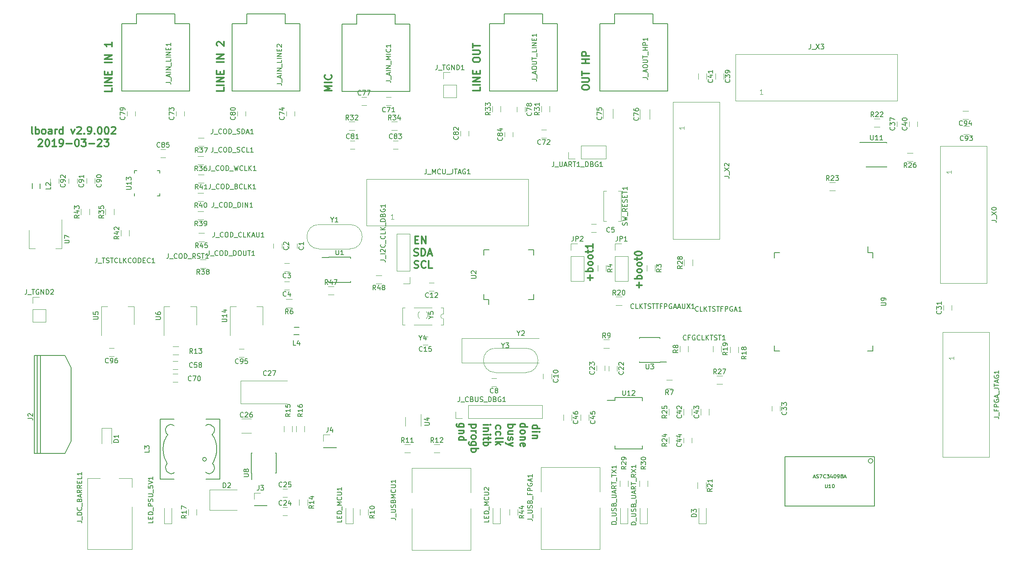
<source format=gbr>
G04 #@! TF.FileFunction,Legend,Top*
%FSLAX46Y46*%
G04 Gerber Fmt 4.6, Leading zero omitted, Abs format (unit mm)*
G04 Created by KiCad (PCBNEW 4.0.7-e2-6376~58~ubuntu16.04.1) date Sat Mar 23 16:58:12 2019*
%MOMM*%
%LPD*%
G01*
G04 APERTURE LIST*
%ADD10C,0.100000*%
%ADD11C,0.300000*%
%ADD12C,0.150000*%
%ADD13C,0.120000*%
%ADD14C,0.127000*%
%ADD15C,0.149860*%
G04 APERTURE END LIST*
D10*
D11*
X142561429Y-131679286D02*
X141347143Y-131679286D01*
X141204286Y-131607857D01*
X141132857Y-131536429D01*
X141061429Y-131393572D01*
X141061429Y-131179286D01*
X141132857Y-131036429D01*
X141632857Y-131679286D02*
X141561429Y-131536429D01*
X141561429Y-131250715D01*
X141632857Y-131107857D01*
X141704286Y-131036429D01*
X141847143Y-130965000D01*
X142275714Y-130965000D01*
X142418571Y-131036429D01*
X142490000Y-131107857D01*
X142561429Y-131250715D01*
X142561429Y-131536429D01*
X142490000Y-131679286D01*
X142561429Y-132393572D02*
X141561429Y-132393572D01*
X142418571Y-132393572D02*
X142490000Y-132465000D01*
X142561429Y-132607858D01*
X142561429Y-132822143D01*
X142490000Y-132965000D01*
X142347143Y-133036429D01*
X141561429Y-133036429D01*
X141561429Y-134393572D02*
X143061429Y-134393572D01*
X141632857Y-134393572D02*
X141561429Y-134250715D01*
X141561429Y-133965001D01*
X141632857Y-133822143D01*
X141704286Y-133750715D01*
X141847143Y-133679286D01*
X142275714Y-133679286D01*
X142418571Y-133750715D01*
X142490000Y-133822143D01*
X142561429Y-133965001D01*
X142561429Y-134250715D01*
X142490000Y-134393572D01*
X156801429Y-132000714D02*
X158301429Y-132000714D01*
X156872857Y-132000714D02*
X156801429Y-131857857D01*
X156801429Y-131572143D01*
X156872857Y-131429285D01*
X156944286Y-131357857D01*
X157087143Y-131286428D01*
X157515714Y-131286428D01*
X157658571Y-131357857D01*
X157730000Y-131429285D01*
X157801429Y-131572143D01*
X157801429Y-131857857D01*
X157730000Y-132000714D01*
X156801429Y-132715000D02*
X157801429Y-132715000D01*
X158301429Y-132715000D02*
X158230000Y-132643571D01*
X158158571Y-132715000D01*
X158230000Y-132786428D01*
X158301429Y-132715000D01*
X158158571Y-132715000D01*
X157801429Y-133429286D02*
X156801429Y-133429286D01*
X157658571Y-133429286D02*
X157730000Y-133500714D01*
X157801429Y-133643572D01*
X157801429Y-133857857D01*
X157730000Y-134000714D01*
X157587143Y-134072143D01*
X156801429Y-134072143D01*
X154261429Y-131671429D02*
X155761429Y-131671429D01*
X154332857Y-131671429D02*
X154261429Y-131528572D01*
X154261429Y-131242858D01*
X154332857Y-131100000D01*
X154404286Y-131028572D01*
X154547143Y-130957143D01*
X154975714Y-130957143D01*
X155118571Y-131028572D01*
X155190000Y-131100000D01*
X155261429Y-131242858D01*
X155261429Y-131528572D01*
X155190000Y-131671429D01*
X154261429Y-132600001D02*
X154332857Y-132457143D01*
X154404286Y-132385715D01*
X154547143Y-132314286D01*
X154975714Y-132314286D01*
X155118571Y-132385715D01*
X155190000Y-132457143D01*
X155261429Y-132600001D01*
X155261429Y-132814286D01*
X155190000Y-132957143D01*
X155118571Y-133028572D01*
X154975714Y-133100001D01*
X154547143Y-133100001D01*
X154404286Y-133028572D01*
X154332857Y-132957143D01*
X154261429Y-132814286D01*
X154261429Y-132600001D01*
X155261429Y-133742858D02*
X154261429Y-133742858D01*
X155118571Y-133742858D02*
X155190000Y-133814286D01*
X155261429Y-133957144D01*
X155261429Y-134171429D01*
X155190000Y-134314286D01*
X155047143Y-134385715D01*
X154261429Y-134385715D01*
X154332857Y-135671429D02*
X154261429Y-135528572D01*
X154261429Y-135242858D01*
X154332857Y-135100001D01*
X154475714Y-135028572D01*
X155047143Y-135028572D01*
X155190000Y-135100001D01*
X155261429Y-135242858D01*
X155261429Y-135528572D01*
X155190000Y-135671429D01*
X155047143Y-135742858D01*
X154904286Y-135742858D01*
X154761429Y-135028572D01*
X151721429Y-131171429D02*
X153221429Y-131171429D01*
X152650000Y-131171429D02*
X152721429Y-131314286D01*
X152721429Y-131600000D01*
X152650000Y-131742857D01*
X152578571Y-131814286D01*
X152435714Y-131885715D01*
X152007143Y-131885715D01*
X151864286Y-131814286D01*
X151792857Y-131742857D01*
X151721429Y-131600000D01*
X151721429Y-131314286D01*
X151792857Y-131171429D01*
X152721429Y-133171429D02*
X151721429Y-133171429D01*
X152721429Y-132528572D02*
X151935714Y-132528572D01*
X151792857Y-132600000D01*
X151721429Y-132742858D01*
X151721429Y-132957143D01*
X151792857Y-133100000D01*
X151864286Y-133171429D01*
X151792857Y-133814286D02*
X151721429Y-133957143D01*
X151721429Y-134242858D01*
X151792857Y-134385715D01*
X151935714Y-134457143D01*
X152007143Y-134457143D01*
X152150000Y-134385715D01*
X152221429Y-134242858D01*
X152221429Y-134028572D01*
X152292857Y-133885715D01*
X152435714Y-133814286D01*
X152507143Y-133814286D01*
X152650000Y-133885715D01*
X152721429Y-134028572D01*
X152721429Y-134242858D01*
X152650000Y-134385715D01*
X152721429Y-134957144D02*
X151721429Y-135314287D01*
X152721429Y-135671429D02*
X151721429Y-135314287D01*
X151364286Y-135171429D01*
X151292857Y-135100001D01*
X151221429Y-134957144D01*
X149252857Y-132064286D02*
X149181429Y-131921429D01*
X149181429Y-131635715D01*
X149252857Y-131492857D01*
X149324286Y-131421429D01*
X149467143Y-131350000D01*
X149895714Y-131350000D01*
X150038571Y-131421429D01*
X150110000Y-131492857D01*
X150181429Y-131635715D01*
X150181429Y-131921429D01*
X150110000Y-132064286D01*
X149252857Y-133350000D02*
X149181429Y-133207143D01*
X149181429Y-132921429D01*
X149252857Y-132778571D01*
X149324286Y-132707143D01*
X149467143Y-132635714D01*
X149895714Y-132635714D01*
X150038571Y-132707143D01*
X150110000Y-132778571D01*
X150181429Y-132921429D01*
X150181429Y-133207143D01*
X150110000Y-133350000D01*
X149181429Y-134207143D02*
X149252857Y-134064285D01*
X149395714Y-133992857D01*
X150681429Y-133992857D01*
X149181429Y-134778571D02*
X150681429Y-134778571D01*
X149752857Y-134921428D02*
X149181429Y-135349999D01*
X150181429Y-135349999D02*
X149610000Y-134778571D01*
X146641429Y-131207143D02*
X147641429Y-131207143D01*
X148141429Y-131207143D02*
X148070000Y-131135714D01*
X147998571Y-131207143D01*
X148070000Y-131278571D01*
X148141429Y-131207143D01*
X147998571Y-131207143D01*
X147641429Y-131921429D02*
X146641429Y-131921429D01*
X147498571Y-131921429D02*
X147570000Y-131992857D01*
X147641429Y-132135715D01*
X147641429Y-132350000D01*
X147570000Y-132492857D01*
X147427143Y-132564286D01*
X146641429Y-132564286D01*
X146641429Y-133278572D02*
X147641429Y-133278572D01*
X148141429Y-133278572D02*
X148070000Y-133207143D01*
X147998571Y-133278572D01*
X148070000Y-133350000D01*
X148141429Y-133278572D01*
X147998571Y-133278572D01*
X147641429Y-133778572D02*
X147641429Y-134350001D01*
X148141429Y-133992858D02*
X146855714Y-133992858D01*
X146712857Y-134064286D01*
X146641429Y-134207144D01*
X146641429Y-134350001D01*
X146641429Y-134850001D02*
X148141429Y-134850001D01*
X147570000Y-134850001D02*
X147641429Y-134992858D01*
X147641429Y-135278572D01*
X147570000Y-135421429D01*
X147498571Y-135492858D01*
X147355714Y-135564287D01*
X146927143Y-135564287D01*
X146784286Y-135492858D01*
X146712857Y-135421429D01*
X146641429Y-135278572D01*
X146641429Y-134992858D01*
X146712857Y-134850001D01*
X145101429Y-131163572D02*
X143601429Y-131163572D01*
X145030000Y-131163572D02*
X145101429Y-131306429D01*
X145101429Y-131592143D01*
X145030000Y-131735000D01*
X144958571Y-131806429D01*
X144815714Y-131877858D01*
X144387143Y-131877858D01*
X144244286Y-131806429D01*
X144172857Y-131735000D01*
X144101429Y-131592143D01*
X144101429Y-131306429D01*
X144172857Y-131163572D01*
X144101429Y-132520715D02*
X145101429Y-132520715D01*
X144815714Y-132520715D02*
X144958571Y-132592143D01*
X145030000Y-132663572D01*
X145101429Y-132806429D01*
X145101429Y-132949286D01*
X144101429Y-133663572D02*
X144172857Y-133520714D01*
X144244286Y-133449286D01*
X144387143Y-133377857D01*
X144815714Y-133377857D01*
X144958571Y-133449286D01*
X145030000Y-133520714D01*
X145101429Y-133663572D01*
X145101429Y-133877857D01*
X145030000Y-134020714D01*
X144958571Y-134092143D01*
X144815714Y-134163572D01*
X144387143Y-134163572D01*
X144244286Y-134092143D01*
X144172857Y-134020714D01*
X144101429Y-133877857D01*
X144101429Y-133663572D01*
X145101429Y-135449286D02*
X143887143Y-135449286D01*
X143744286Y-135377857D01*
X143672857Y-135306429D01*
X143601429Y-135163572D01*
X143601429Y-134949286D01*
X143672857Y-134806429D01*
X144172857Y-135449286D02*
X144101429Y-135306429D01*
X144101429Y-135020715D01*
X144172857Y-134877857D01*
X144244286Y-134806429D01*
X144387143Y-134735000D01*
X144815714Y-134735000D01*
X144958571Y-134806429D01*
X145030000Y-134877857D01*
X145101429Y-135020715D01*
X145101429Y-135306429D01*
X145030000Y-135449286D01*
X144101429Y-136163572D02*
X145601429Y-136163572D01*
X145030000Y-136163572D02*
X145101429Y-136306429D01*
X145101429Y-136592143D01*
X145030000Y-136735000D01*
X144958571Y-136806429D01*
X144815714Y-136877858D01*
X144387143Y-136877858D01*
X144244286Y-136806429D01*
X144172857Y-136735000D01*
X144101429Y-136592143D01*
X144101429Y-136306429D01*
X144172857Y-136163572D01*
X145966571Y-61221429D02*
X145966571Y-61935715D01*
X144466571Y-61935715D01*
X145966571Y-60721429D02*
X144466571Y-60721429D01*
X145966571Y-60007143D02*
X144466571Y-60007143D01*
X145966571Y-59150000D01*
X144466571Y-59150000D01*
X145180857Y-58435714D02*
X145180857Y-57935714D01*
X145966571Y-57721428D02*
X145966571Y-58435714D01*
X144466571Y-58435714D01*
X144466571Y-57721428D01*
X144466571Y-55650000D02*
X144466571Y-55364286D01*
X144538000Y-55221428D01*
X144680857Y-55078571D01*
X144966571Y-55007143D01*
X145466571Y-55007143D01*
X145752286Y-55078571D01*
X145895143Y-55221428D01*
X145966571Y-55364286D01*
X145966571Y-55650000D01*
X145895143Y-55792857D01*
X145752286Y-55935714D01*
X145466571Y-56007143D01*
X144966571Y-56007143D01*
X144680857Y-55935714D01*
X144538000Y-55792857D01*
X144466571Y-55650000D01*
X144466571Y-54364285D02*
X145680857Y-54364285D01*
X145823714Y-54292857D01*
X145895143Y-54221428D01*
X145966571Y-54078571D01*
X145966571Y-53792857D01*
X145895143Y-53649999D01*
X145823714Y-53578571D01*
X145680857Y-53507142D01*
X144466571Y-53507142D01*
X144466571Y-53007142D02*
X144466571Y-52149999D01*
X145966571Y-52578570D02*
X144466571Y-52578570D01*
X167072571Y-61392143D02*
X167072571Y-61106429D01*
X167144000Y-60963571D01*
X167286857Y-60820714D01*
X167572571Y-60749286D01*
X168072571Y-60749286D01*
X168358286Y-60820714D01*
X168501143Y-60963571D01*
X168572571Y-61106429D01*
X168572571Y-61392143D01*
X168501143Y-61535000D01*
X168358286Y-61677857D01*
X168072571Y-61749286D01*
X167572571Y-61749286D01*
X167286857Y-61677857D01*
X167144000Y-61535000D01*
X167072571Y-61392143D01*
X167072571Y-60106428D02*
X168286857Y-60106428D01*
X168429714Y-60035000D01*
X168501143Y-59963571D01*
X168572571Y-59820714D01*
X168572571Y-59535000D01*
X168501143Y-59392142D01*
X168429714Y-59320714D01*
X168286857Y-59249285D01*
X167072571Y-59249285D01*
X167072571Y-58749285D02*
X167072571Y-57892142D01*
X168572571Y-58320713D02*
X167072571Y-58320713D01*
X168572571Y-56249285D02*
X167072571Y-56249285D01*
X167786857Y-56249285D02*
X167786857Y-55392142D01*
X168572571Y-55392142D02*
X167072571Y-55392142D01*
X168572571Y-54677856D02*
X167072571Y-54677856D01*
X167072571Y-54106428D01*
X167144000Y-53963570D01*
X167215429Y-53892142D01*
X167358286Y-53820713D01*
X167572571Y-53820713D01*
X167715429Y-53892142D01*
X167786857Y-53963570D01*
X167858286Y-54106428D01*
X167858286Y-54677856D01*
X115232571Y-61932143D02*
X113732571Y-61932143D01*
X114804000Y-61432143D01*
X113732571Y-60932143D01*
X115232571Y-60932143D01*
X115232571Y-60217857D02*
X113732571Y-60217857D01*
X115089714Y-58646428D02*
X115161143Y-58717857D01*
X115232571Y-58932143D01*
X115232571Y-59075000D01*
X115161143Y-59289285D01*
X115018286Y-59432143D01*
X114875429Y-59503571D01*
X114589714Y-59575000D01*
X114375429Y-59575000D01*
X114089714Y-59503571D01*
X113946857Y-59432143D01*
X113804000Y-59289285D01*
X113732571Y-59075000D01*
X113732571Y-58932143D01*
X113804000Y-58717857D01*
X113875429Y-58646428D01*
X92880571Y-61253143D02*
X92880571Y-61967429D01*
X91380571Y-61967429D01*
X92880571Y-60753143D02*
X91380571Y-60753143D01*
X92880571Y-60038857D02*
X91380571Y-60038857D01*
X92880571Y-59181714D01*
X91380571Y-59181714D01*
X92094857Y-58467428D02*
X92094857Y-57967428D01*
X92880571Y-57753142D02*
X92880571Y-58467428D01*
X91380571Y-58467428D01*
X91380571Y-57753142D01*
X92880571Y-55967428D02*
X91380571Y-55967428D01*
X92880571Y-55253142D02*
X91380571Y-55253142D01*
X92880571Y-54395999D01*
X91380571Y-54395999D01*
X91523429Y-52610285D02*
X91452000Y-52538856D01*
X91380571Y-52395999D01*
X91380571Y-52038856D01*
X91452000Y-51895999D01*
X91523429Y-51824570D01*
X91666286Y-51753142D01*
X91809143Y-51753142D01*
X92023429Y-51824570D01*
X92880571Y-52681713D01*
X92880571Y-51753142D01*
X69639571Y-61380143D02*
X69639571Y-62094429D01*
X68139571Y-62094429D01*
X69639571Y-60880143D02*
X68139571Y-60880143D01*
X69639571Y-60165857D02*
X68139571Y-60165857D01*
X69639571Y-59308714D01*
X68139571Y-59308714D01*
X68853857Y-58594428D02*
X68853857Y-58094428D01*
X69639571Y-57880142D02*
X69639571Y-58594428D01*
X68139571Y-58594428D01*
X68139571Y-57880142D01*
X69639571Y-56094428D02*
X68139571Y-56094428D01*
X69639571Y-55380142D02*
X68139571Y-55380142D01*
X69639571Y-54522999D01*
X68139571Y-54522999D01*
X69639571Y-51880142D02*
X69639571Y-52737285D01*
X69639571Y-52308713D02*
X68139571Y-52308713D01*
X68353857Y-52451570D01*
X68496714Y-52594428D01*
X68568143Y-52737285D01*
X53293430Y-70904571D02*
X53150572Y-70833143D01*
X53079144Y-70690286D01*
X53079144Y-69404571D01*
X53864858Y-70904571D02*
X53864858Y-69404571D01*
X53864858Y-69976000D02*
X54007715Y-69904571D01*
X54293429Y-69904571D01*
X54436286Y-69976000D01*
X54507715Y-70047429D01*
X54579144Y-70190286D01*
X54579144Y-70618857D01*
X54507715Y-70761714D01*
X54436286Y-70833143D01*
X54293429Y-70904571D01*
X54007715Y-70904571D01*
X53864858Y-70833143D01*
X55436287Y-70904571D02*
X55293429Y-70833143D01*
X55222001Y-70761714D01*
X55150572Y-70618857D01*
X55150572Y-70190286D01*
X55222001Y-70047429D01*
X55293429Y-69976000D01*
X55436287Y-69904571D01*
X55650572Y-69904571D01*
X55793429Y-69976000D01*
X55864858Y-70047429D01*
X55936287Y-70190286D01*
X55936287Y-70618857D01*
X55864858Y-70761714D01*
X55793429Y-70833143D01*
X55650572Y-70904571D01*
X55436287Y-70904571D01*
X57222001Y-70904571D02*
X57222001Y-70118857D01*
X57150572Y-69976000D01*
X57007715Y-69904571D01*
X56722001Y-69904571D01*
X56579144Y-69976000D01*
X57222001Y-70833143D02*
X57079144Y-70904571D01*
X56722001Y-70904571D01*
X56579144Y-70833143D01*
X56507715Y-70690286D01*
X56507715Y-70547429D01*
X56579144Y-70404571D01*
X56722001Y-70333143D01*
X57079144Y-70333143D01*
X57222001Y-70261714D01*
X57936287Y-70904571D02*
X57936287Y-69904571D01*
X57936287Y-70190286D02*
X58007715Y-70047429D01*
X58079144Y-69976000D01*
X58222001Y-69904571D01*
X58364858Y-69904571D01*
X59507715Y-70904571D02*
X59507715Y-69404571D01*
X59507715Y-70833143D02*
X59364858Y-70904571D01*
X59079144Y-70904571D01*
X58936286Y-70833143D01*
X58864858Y-70761714D01*
X58793429Y-70618857D01*
X58793429Y-70190286D01*
X58864858Y-70047429D01*
X58936286Y-69976000D01*
X59079144Y-69904571D01*
X59364858Y-69904571D01*
X59507715Y-69976000D01*
X61222001Y-69904571D02*
X61579144Y-70904571D01*
X61936286Y-69904571D01*
X62436286Y-69547429D02*
X62507715Y-69476000D01*
X62650572Y-69404571D01*
X63007715Y-69404571D01*
X63150572Y-69476000D01*
X63222001Y-69547429D01*
X63293429Y-69690286D01*
X63293429Y-69833143D01*
X63222001Y-70047429D01*
X62364858Y-70904571D01*
X63293429Y-70904571D01*
X63936286Y-70761714D02*
X64007714Y-70833143D01*
X63936286Y-70904571D01*
X63864857Y-70833143D01*
X63936286Y-70761714D01*
X63936286Y-70904571D01*
X64722000Y-70904571D02*
X65007715Y-70904571D01*
X65150572Y-70833143D01*
X65222000Y-70761714D01*
X65364858Y-70547429D01*
X65436286Y-70261714D01*
X65436286Y-69690286D01*
X65364858Y-69547429D01*
X65293429Y-69476000D01*
X65150572Y-69404571D01*
X64864858Y-69404571D01*
X64722000Y-69476000D01*
X64650572Y-69547429D01*
X64579143Y-69690286D01*
X64579143Y-70047429D01*
X64650572Y-70190286D01*
X64722000Y-70261714D01*
X64864858Y-70333143D01*
X65150572Y-70333143D01*
X65293429Y-70261714D01*
X65364858Y-70190286D01*
X65436286Y-70047429D01*
X66079143Y-70761714D02*
X66150571Y-70833143D01*
X66079143Y-70904571D01*
X66007714Y-70833143D01*
X66079143Y-70761714D01*
X66079143Y-70904571D01*
X67079143Y-69404571D02*
X67222000Y-69404571D01*
X67364857Y-69476000D01*
X67436286Y-69547429D01*
X67507715Y-69690286D01*
X67579143Y-69976000D01*
X67579143Y-70333143D01*
X67507715Y-70618857D01*
X67436286Y-70761714D01*
X67364857Y-70833143D01*
X67222000Y-70904571D01*
X67079143Y-70904571D01*
X66936286Y-70833143D01*
X66864857Y-70761714D01*
X66793429Y-70618857D01*
X66722000Y-70333143D01*
X66722000Y-69976000D01*
X66793429Y-69690286D01*
X66864857Y-69547429D01*
X66936286Y-69476000D01*
X67079143Y-69404571D01*
X68507714Y-69404571D02*
X68650571Y-69404571D01*
X68793428Y-69476000D01*
X68864857Y-69547429D01*
X68936286Y-69690286D01*
X69007714Y-69976000D01*
X69007714Y-70333143D01*
X68936286Y-70618857D01*
X68864857Y-70761714D01*
X68793428Y-70833143D01*
X68650571Y-70904571D01*
X68507714Y-70904571D01*
X68364857Y-70833143D01*
X68293428Y-70761714D01*
X68222000Y-70618857D01*
X68150571Y-70333143D01*
X68150571Y-69976000D01*
X68222000Y-69690286D01*
X68293428Y-69547429D01*
X68364857Y-69476000D01*
X68507714Y-69404571D01*
X69579142Y-69547429D02*
X69650571Y-69476000D01*
X69793428Y-69404571D01*
X70150571Y-69404571D01*
X70293428Y-69476000D01*
X70364857Y-69547429D01*
X70436285Y-69690286D01*
X70436285Y-69833143D01*
X70364857Y-70047429D01*
X69507714Y-70904571D01*
X70436285Y-70904571D01*
X54436287Y-72097429D02*
X54507716Y-72026000D01*
X54650573Y-71954571D01*
X55007716Y-71954571D01*
X55150573Y-72026000D01*
X55222002Y-72097429D01*
X55293430Y-72240286D01*
X55293430Y-72383143D01*
X55222002Y-72597429D01*
X54364859Y-73454571D01*
X55293430Y-73454571D01*
X56222001Y-71954571D02*
X56364858Y-71954571D01*
X56507715Y-72026000D01*
X56579144Y-72097429D01*
X56650573Y-72240286D01*
X56722001Y-72526000D01*
X56722001Y-72883143D01*
X56650573Y-73168857D01*
X56579144Y-73311714D01*
X56507715Y-73383143D01*
X56364858Y-73454571D01*
X56222001Y-73454571D01*
X56079144Y-73383143D01*
X56007715Y-73311714D01*
X55936287Y-73168857D01*
X55864858Y-72883143D01*
X55864858Y-72526000D01*
X55936287Y-72240286D01*
X56007715Y-72097429D01*
X56079144Y-72026000D01*
X56222001Y-71954571D01*
X58150572Y-73454571D02*
X57293429Y-73454571D01*
X57722001Y-73454571D02*
X57722001Y-71954571D01*
X57579144Y-72168857D01*
X57436286Y-72311714D01*
X57293429Y-72383143D01*
X58864857Y-73454571D02*
X59150572Y-73454571D01*
X59293429Y-73383143D01*
X59364857Y-73311714D01*
X59507715Y-73097429D01*
X59579143Y-72811714D01*
X59579143Y-72240286D01*
X59507715Y-72097429D01*
X59436286Y-72026000D01*
X59293429Y-71954571D01*
X59007715Y-71954571D01*
X58864857Y-72026000D01*
X58793429Y-72097429D01*
X58722000Y-72240286D01*
X58722000Y-72597429D01*
X58793429Y-72740286D01*
X58864857Y-72811714D01*
X59007715Y-72883143D01*
X59293429Y-72883143D01*
X59436286Y-72811714D01*
X59507715Y-72740286D01*
X59579143Y-72597429D01*
X60222000Y-72883143D02*
X61364857Y-72883143D01*
X62364857Y-71954571D02*
X62507714Y-71954571D01*
X62650571Y-72026000D01*
X62722000Y-72097429D01*
X62793429Y-72240286D01*
X62864857Y-72526000D01*
X62864857Y-72883143D01*
X62793429Y-73168857D01*
X62722000Y-73311714D01*
X62650571Y-73383143D01*
X62507714Y-73454571D01*
X62364857Y-73454571D01*
X62222000Y-73383143D01*
X62150571Y-73311714D01*
X62079143Y-73168857D01*
X62007714Y-72883143D01*
X62007714Y-72526000D01*
X62079143Y-72240286D01*
X62150571Y-72097429D01*
X62222000Y-72026000D01*
X62364857Y-71954571D01*
X63364857Y-71954571D02*
X64293428Y-71954571D01*
X63793428Y-72526000D01*
X64007714Y-72526000D01*
X64150571Y-72597429D01*
X64222000Y-72668857D01*
X64293428Y-72811714D01*
X64293428Y-73168857D01*
X64222000Y-73311714D01*
X64150571Y-73383143D01*
X64007714Y-73454571D01*
X63579142Y-73454571D01*
X63436285Y-73383143D01*
X63364857Y-73311714D01*
X64936285Y-72883143D02*
X66079142Y-72883143D01*
X66721999Y-72097429D02*
X66793428Y-72026000D01*
X66936285Y-71954571D01*
X67293428Y-71954571D01*
X67436285Y-72026000D01*
X67507714Y-72097429D01*
X67579142Y-72240286D01*
X67579142Y-72383143D01*
X67507714Y-72597429D01*
X66650571Y-73454571D01*
X67579142Y-73454571D01*
X68079142Y-71954571D02*
X69007713Y-71954571D01*
X68507713Y-72526000D01*
X68721999Y-72526000D01*
X68864856Y-72597429D01*
X68936285Y-72668857D01*
X69007713Y-72811714D01*
X69007713Y-73168857D01*
X68936285Y-73311714D01*
X68864856Y-73383143D01*
X68721999Y-73454571D01*
X68293427Y-73454571D01*
X68150570Y-73383143D01*
X68079142Y-73311714D01*
X178923143Y-102810000D02*
X178923143Y-101667143D01*
X179494571Y-102238572D02*
X178351714Y-102238572D01*
X179494571Y-100952857D02*
X177994571Y-100952857D01*
X178566000Y-100952857D02*
X178494571Y-100810000D01*
X178494571Y-100524286D01*
X178566000Y-100381429D01*
X178637429Y-100310000D01*
X178780286Y-100238571D01*
X179208857Y-100238571D01*
X179351714Y-100310000D01*
X179423143Y-100381429D01*
X179494571Y-100524286D01*
X179494571Y-100810000D01*
X179423143Y-100952857D01*
X179494571Y-99381428D02*
X179423143Y-99524286D01*
X179351714Y-99595714D01*
X179208857Y-99667143D01*
X178780286Y-99667143D01*
X178637429Y-99595714D01*
X178566000Y-99524286D01*
X178494571Y-99381428D01*
X178494571Y-99167143D01*
X178566000Y-99024286D01*
X178637429Y-98952857D01*
X178780286Y-98881428D01*
X179208857Y-98881428D01*
X179351714Y-98952857D01*
X179423143Y-99024286D01*
X179494571Y-99167143D01*
X179494571Y-99381428D01*
X179494571Y-98024285D02*
X179423143Y-98167143D01*
X179351714Y-98238571D01*
X179208857Y-98310000D01*
X178780286Y-98310000D01*
X178637429Y-98238571D01*
X178566000Y-98167143D01*
X178494571Y-98024285D01*
X178494571Y-97810000D01*
X178566000Y-97667143D01*
X178637429Y-97595714D01*
X178780286Y-97524285D01*
X179208857Y-97524285D01*
X179351714Y-97595714D01*
X179423143Y-97667143D01*
X179494571Y-97810000D01*
X179494571Y-98024285D01*
X178494571Y-97095714D02*
X178494571Y-96524285D01*
X177994571Y-96881428D02*
X179280286Y-96881428D01*
X179423143Y-96810000D01*
X179494571Y-96667142D01*
X179494571Y-96524285D01*
X177994571Y-95738571D02*
X177994571Y-95595714D01*
X178066000Y-95452857D01*
X178137429Y-95381428D01*
X178280286Y-95309999D01*
X178566000Y-95238571D01*
X178923143Y-95238571D01*
X179208857Y-95309999D01*
X179351714Y-95381428D01*
X179423143Y-95452857D01*
X179494571Y-95595714D01*
X179494571Y-95738571D01*
X179423143Y-95881428D01*
X179351714Y-95952857D01*
X179208857Y-96024285D01*
X178923143Y-96095714D01*
X178566000Y-96095714D01*
X178280286Y-96024285D01*
X178137429Y-95952857D01*
X178066000Y-95881428D01*
X177994571Y-95738571D01*
X132290572Y-96111143D02*
X132504858Y-96182571D01*
X132862001Y-96182571D01*
X133004858Y-96111143D01*
X133076287Y-96039714D01*
X133147715Y-95896857D01*
X133147715Y-95754000D01*
X133076287Y-95611143D01*
X133004858Y-95539714D01*
X132862001Y-95468286D01*
X132576287Y-95396857D01*
X132433429Y-95325429D01*
X132362001Y-95254000D01*
X132290572Y-95111143D01*
X132290572Y-94968286D01*
X132362001Y-94825429D01*
X132433429Y-94754000D01*
X132576287Y-94682571D01*
X132933429Y-94682571D01*
X133147715Y-94754000D01*
X133790572Y-96182571D02*
X133790572Y-94682571D01*
X134147715Y-94682571D01*
X134362000Y-94754000D01*
X134504858Y-94896857D01*
X134576286Y-95039714D01*
X134647715Y-95325429D01*
X134647715Y-95539714D01*
X134576286Y-95825429D01*
X134504858Y-95968286D01*
X134362000Y-96111143D01*
X134147715Y-96182571D01*
X133790572Y-96182571D01*
X135219143Y-95754000D02*
X135933429Y-95754000D01*
X135076286Y-96182571D02*
X135576286Y-94682571D01*
X136076286Y-96182571D01*
X132496857Y-92856857D02*
X132996857Y-92856857D01*
X133211143Y-93642571D02*
X132496857Y-93642571D01*
X132496857Y-92142571D01*
X133211143Y-92142571D01*
X133854000Y-93642571D02*
X133854000Y-92142571D01*
X134711143Y-93642571D01*
X134711143Y-92142571D01*
X132326286Y-98651143D02*
X132540572Y-98722571D01*
X132897715Y-98722571D01*
X133040572Y-98651143D01*
X133112001Y-98579714D01*
X133183429Y-98436857D01*
X133183429Y-98294000D01*
X133112001Y-98151143D01*
X133040572Y-98079714D01*
X132897715Y-98008286D01*
X132612001Y-97936857D01*
X132469143Y-97865429D01*
X132397715Y-97794000D01*
X132326286Y-97651143D01*
X132326286Y-97508286D01*
X132397715Y-97365429D01*
X132469143Y-97294000D01*
X132612001Y-97222571D01*
X132969143Y-97222571D01*
X133183429Y-97294000D01*
X134683429Y-98579714D02*
X134612000Y-98651143D01*
X134397714Y-98722571D01*
X134254857Y-98722571D01*
X134040572Y-98651143D01*
X133897714Y-98508286D01*
X133826286Y-98365429D01*
X133754857Y-98079714D01*
X133754857Y-97865429D01*
X133826286Y-97579714D01*
X133897714Y-97436857D01*
X134040572Y-97294000D01*
X134254857Y-97222571D01*
X134397714Y-97222571D01*
X134612000Y-97294000D01*
X134683429Y-97365429D01*
X136040572Y-98722571D02*
X135326286Y-98722571D01*
X135326286Y-97222571D01*
X168763143Y-101286000D02*
X168763143Y-100143143D01*
X169334571Y-100714572D02*
X168191714Y-100714572D01*
X169334571Y-99428857D02*
X167834571Y-99428857D01*
X168406000Y-99428857D02*
X168334571Y-99286000D01*
X168334571Y-99000286D01*
X168406000Y-98857429D01*
X168477429Y-98786000D01*
X168620286Y-98714571D01*
X169048857Y-98714571D01*
X169191714Y-98786000D01*
X169263143Y-98857429D01*
X169334571Y-99000286D01*
X169334571Y-99286000D01*
X169263143Y-99428857D01*
X169334571Y-97857428D02*
X169263143Y-98000286D01*
X169191714Y-98071714D01*
X169048857Y-98143143D01*
X168620286Y-98143143D01*
X168477429Y-98071714D01*
X168406000Y-98000286D01*
X168334571Y-97857428D01*
X168334571Y-97643143D01*
X168406000Y-97500286D01*
X168477429Y-97428857D01*
X168620286Y-97357428D01*
X169048857Y-97357428D01*
X169191714Y-97428857D01*
X169263143Y-97500286D01*
X169334571Y-97643143D01*
X169334571Y-97857428D01*
X169334571Y-96500285D02*
X169263143Y-96643143D01*
X169191714Y-96714571D01*
X169048857Y-96786000D01*
X168620286Y-96786000D01*
X168477429Y-96714571D01*
X168406000Y-96643143D01*
X168334571Y-96500285D01*
X168334571Y-96286000D01*
X168406000Y-96143143D01*
X168477429Y-96071714D01*
X168620286Y-96000285D01*
X169048857Y-96000285D01*
X169191714Y-96071714D01*
X169263143Y-96143143D01*
X169334571Y-96286000D01*
X169334571Y-96500285D01*
X168334571Y-95571714D02*
X168334571Y-95000285D01*
X167834571Y-95357428D02*
X169120286Y-95357428D01*
X169263143Y-95286000D01*
X169334571Y-95143142D01*
X169334571Y-95000285D01*
X169334571Y-93714571D02*
X169334571Y-94571714D01*
X169334571Y-94143142D02*
X167834571Y-94143142D01*
X168048857Y-94285999D01*
X168191714Y-94428857D01*
X168263143Y-94571714D01*
D12*
X173865000Y-125578000D02*
X173865000Y-126153000D01*
X179615000Y-125578000D02*
X179615000Y-126228000D01*
X179615000Y-136228000D02*
X179615000Y-135578000D01*
X173865000Y-136228000D02*
X173865000Y-135578000D01*
X173865000Y-125578000D02*
X179615000Y-125578000D01*
X173865000Y-136228000D02*
X179615000Y-136228000D01*
X173865000Y-126153000D02*
X172265000Y-126153000D01*
D13*
X96377000Y-122060000D02*
X105977000Y-122060000D01*
X96377000Y-126860000D02*
X105977000Y-126860000D01*
X96377000Y-122060000D02*
X96377000Y-126860000D01*
X198886000Y-54382000D02*
X232406000Y-54382000D01*
X232406000Y-54382000D02*
X232406000Y-63982000D01*
X232406000Y-63982000D02*
X198886000Y-63982000D01*
X198886000Y-63982000D02*
X198886000Y-54382000D01*
X195554000Y-64266000D02*
X195554000Y-92706000D01*
X195554000Y-92706000D02*
X185954000Y-92706000D01*
X185954000Y-92706000D02*
X185954000Y-64266000D01*
X185954000Y-64266000D02*
X195554000Y-64266000D01*
X164786000Y-101406000D02*
X167446000Y-101406000D01*
X164786000Y-96266000D02*
X164786000Y-101406000D01*
X167446000Y-96266000D02*
X167446000Y-101406000D01*
X164786000Y-96266000D02*
X167446000Y-96266000D01*
X164786000Y-94996000D02*
X164786000Y-93666000D01*
X164786000Y-93666000D02*
X166116000Y-93666000D01*
D12*
X146717000Y-105251000D02*
X147717000Y-105251000D01*
X146717000Y-94901000D02*
X147792000Y-94901000D01*
X157067000Y-94901000D02*
X155992000Y-94901000D01*
X157067000Y-105251000D02*
X155992000Y-105251000D01*
X146717000Y-105251000D02*
X146717000Y-104176000D01*
X157067000Y-105251000D02*
X157067000Y-104176000D01*
X157067000Y-94901000D02*
X157067000Y-95976000D01*
X146717000Y-94901000D02*
X146717000Y-95976000D01*
X147717000Y-105251000D02*
X147717000Y-106276000D01*
D13*
X173930000Y-101406000D02*
X176590000Y-101406000D01*
X173930000Y-96266000D02*
X173930000Y-101406000D01*
X176590000Y-96266000D02*
X176590000Y-101406000D01*
X173930000Y-96266000D02*
X176590000Y-96266000D01*
X173930000Y-94996000D02*
X173930000Y-93666000D01*
X173930000Y-93666000D02*
X175260000Y-93666000D01*
X130382000Y-110512000D02*
X129912000Y-110512000D01*
X129912000Y-110512000D02*
X129912000Y-106912000D01*
X129912000Y-106912000D02*
X130382000Y-106912000D01*
X136012000Y-110512000D02*
X132212000Y-110512000D01*
X138312000Y-109212000D02*
X138312000Y-110512000D01*
X138312000Y-106912000D02*
X138312000Y-108212000D01*
X138312000Y-110512000D02*
X137842000Y-110512000D01*
X138312000Y-106912000D02*
X137842000Y-106912000D01*
X132212000Y-106912000D02*
X136012000Y-106912000D01*
X138312000Y-108212000D02*
G75*
G03X138312000Y-109212000I0J-500000D01*
G01*
X134120000Y-114642000D02*
X135120000Y-114642000D01*
X135120000Y-112942000D02*
X134120000Y-112942000D01*
X135410000Y-103466000D02*
X136410000Y-103466000D01*
X136410000Y-101766000D02*
X135410000Y-101766000D01*
X131378000Y-91634000D02*
X128718000Y-91634000D01*
X131378000Y-99314000D02*
X131378000Y-91634000D01*
X128718000Y-99314000D02*
X128718000Y-91634000D01*
X131378000Y-99314000D02*
X128718000Y-99314000D01*
X131378000Y-100584000D02*
X131378000Y-101914000D01*
X131378000Y-101914000D02*
X130048000Y-101914000D01*
X134812652Y-109195390D02*
G75*
G03X134812000Y-107696000I-700652J749390D01*
G01*
X133411348Y-109195390D02*
G75*
G02X133412000Y-107696000I700652J749390D01*
G01*
X175205000Y-88952000D02*
X174555000Y-88952000D01*
X171505000Y-88952000D02*
X172155000Y-88952000D01*
X172155000Y-82752000D02*
X171505000Y-82752000D01*
X175205000Y-82752000D02*
X174555000Y-82752000D01*
X175205000Y-88952000D02*
X175205000Y-82752000D01*
X171505000Y-82752000D02*
X171505000Y-88952000D01*
X169025000Y-91274000D02*
X170025000Y-91274000D01*
X170025000Y-89574000D02*
X169025000Y-89574000D01*
X148344000Y-123278000D02*
X149344000Y-123278000D01*
X149344000Y-121578000D02*
X148344000Y-121578000D01*
X122432000Y-80290000D02*
X155952000Y-80290000D01*
X155952000Y-80290000D02*
X155952000Y-89890000D01*
X155952000Y-89890000D02*
X122432000Y-89890000D01*
X122432000Y-89890000D02*
X122432000Y-80290000D01*
X131490000Y-137024000D02*
X130290000Y-137024000D01*
X130290000Y-135264000D02*
X131490000Y-135264000D01*
X131822000Y-148622000D02*
X131822000Y-157262000D01*
X131822000Y-140242000D02*
X131822000Y-145322000D01*
X144022000Y-148622000D02*
X144022000Y-157262000D01*
X144022000Y-140242000D02*
X144022000Y-145322000D01*
X144022000Y-157262000D02*
X131822000Y-157262000D01*
X131822000Y-140242000D02*
X144022000Y-140242000D01*
X137586000Y-137024000D02*
X136386000Y-137024000D01*
X136386000Y-135264000D02*
X137586000Y-135264000D01*
X130470000Y-129656000D02*
X130470000Y-131456000D01*
X133690000Y-131456000D02*
X133690000Y-129006000D01*
X158141500Y-113274000D02*
X142166500Y-113274000D01*
X142166500Y-113274000D02*
X142166500Y-118374000D01*
X142166500Y-118374000D02*
X158141500Y-118374000D01*
X160743000Y-121638000D02*
X160743000Y-120638000D01*
X159043000Y-120638000D02*
X159043000Y-121638000D01*
X158810000Y-129854000D02*
X158810000Y-127194000D01*
X143510000Y-129854000D02*
X158810000Y-129854000D01*
X143510000Y-127194000D02*
X158810000Y-127194000D01*
X143510000Y-129854000D02*
X143510000Y-127194000D01*
X142240000Y-129854000D02*
X140910000Y-129854000D01*
X140910000Y-129854000D02*
X140910000Y-128524000D01*
X172018000Y-76006000D02*
X172018000Y-73346000D01*
X166878000Y-76006000D02*
X172018000Y-76006000D01*
X166878000Y-73346000D02*
X172018000Y-73346000D01*
X166878000Y-76006000D02*
X166878000Y-73346000D01*
X165608000Y-76006000D02*
X164278000Y-76006000D01*
X164278000Y-76006000D02*
X164278000Y-74676000D01*
X152028000Y-149952000D02*
X152028000Y-148752000D01*
X153788000Y-148752000D02*
X153788000Y-149952000D01*
X176648000Y-142830000D02*
X176648000Y-144030000D01*
X174888000Y-144030000D02*
X174888000Y-142830000D01*
X149175000Y-115331000D02*
X155425000Y-115331000D01*
X149175000Y-120381000D02*
X155425000Y-120381000D01*
X149175000Y-120381000D02*
G75*
G02X149175000Y-115331000I0J2525000D01*
G01*
X155425000Y-120381000D02*
G75*
G03X155425000Y-115331000I0J2525000D01*
G01*
X251434000Y-112018000D02*
X251434000Y-137918000D01*
X251434000Y-137918000D02*
X241834000Y-137918000D01*
X241834000Y-137918000D02*
X241834000Y-112018000D01*
X241834000Y-112018000D02*
X251434000Y-112018000D01*
D14*
X227696000Y-148059002D02*
X209096000Y-148059002D01*
X209096000Y-148059002D02*
X209096000Y-137859002D01*
X209096000Y-137859002D02*
X227696000Y-137859002D01*
X227696000Y-137859002D02*
X227696000Y-148059002D01*
X227344867Y-138714402D02*
G75*
G03X227344867Y-138714402I-472467J0D01*
G01*
D13*
X170092000Y-118987000D02*
X170092000Y-119987000D01*
X171792000Y-119987000D02*
X171792000Y-118987000D01*
X166760000Y-130314000D02*
X166760000Y-129114000D01*
X168520000Y-129114000D02*
X168520000Y-130314000D01*
X172732000Y-115307000D02*
X171532000Y-115307000D01*
X171532000Y-113547000D02*
X172732000Y-113547000D01*
X174332000Y-120027000D02*
X174332000Y-119027000D01*
X172632000Y-119027000D02*
X172632000Y-120027000D01*
X163204000Y-130314000D02*
X163204000Y-129114000D01*
X164964000Y-129114000D02*
X164964000Y-130314000D01*
X178952000Y-144030000D02*
X178952000Y-142830000D01*
X180712000Y-142830000D02*
X180712000Y-144030000D01*
X180582000Y-148526000D02*
X180582000Y-151726000D01*
X179082000Y-151726000D02*
X179082000Y-148526000D01*
X179082000Y-151726000D02*
X180582000Y-151726000D01*
X158588000Y-148462000D02*
X158588000Y-157102000D01*
X158588000Y-140082000D02*
X158588000Y-145162000D01*
X170788000Y-148462000D02*
X170788000Y-157102000D01*
X170788000Y-140082000D02*
X170788000Y-145162000D01*
X170788000Y-157102000D02*
X158588000Y-157102000D01*
X158588000Y-140082000D02*
X170788000Y-140082000D01*
X150102000Y-148526000D02*
X150102000Y-151726000D01*
X148602000Y-151726000D02*
X148602000Y-148526000D01*
X148602000Y-151726000D02*
X150102000Y-151726000D01*
X176518000Y-148526000D02*
X176518000Y-151726000D01*
X175018000Y-151726000D02*
X175018000Y-148526000D01*
X175018000Y-151726000D02*
X176518000Y-151726000D01*
X199508000Y-115050000D02*
X199508000Y-116250000D01*
X197748000Y-116250000D02*
X197748000Y-115050000D01*
X189094000Y-114890000D02*
X189094000Y-116090000D01*
X187334000Y-116090000D02*
X187334000Y-114890000D01*
X194192000Y-116090000D02*
X194192000Y-114890000D01*
X195952000Y-114890000D02*
X195952000Y-116090000D01*
D12*
X183177000Y-118272000D02*
X183177000Y-118222000D01*
X179027000Y-118272000D02*
X179027000Y-118127000D01*
X179027000Y-113122000D02*
X179027000Y-113267000D01*
X183177000Y-113122000D02*
X183177000Y-113267000D01*
X183177000Y-118272000D02*
X179027000Y-118272000D01*
X183177000Y-113122000D02*
X179027000Y-113122000D01*
X183177000Y-118222000D02*
X184577000Y-118222000D01*
D13*
X186808000Y-127971000D02*
X186808000Y-129171000D01*
X185048000Y-129171000D02*
X185048000Y-127971000D01*
X189856000Y-127971000D02*
X189856000Y-129171000D01*
X188096000Y-129171000D02*
X188096000Y-127971000D01*
X193412000Y-127971000D02*
X193412000Y-129171000D01*
X191652000Y-129171000D02*
X191652000Y-127971000D01*
X184566000Y-121929000D02*
X185766000Y-121929000D01*
X185766000Y-123689000D02*
X184566000Y-123689000D01*
X196180000Y-122800000D02*
X194980000Y-122800000D01*
X194980000Y-121040000D02*
X196180000Y-121040000D01*
X208114000Y-128369000D02*
X208114000Y-127369000D01*
X206414000Y-127369000D02*
X206414000Y-128369000D01*
X191017000Y-144411000D02*
X191017000Y-143211000D01*
X192777000Y-143211000D02*
X192777000Y-144411000D01*
X188126000Y-133973000D02*
X188126000Y-134973000D01*
X189826000Y-134973000D02*
X189826000Y-133973000D01*
X192774000Y-148526000D02*
X192774000Y-151726000D01*
X191274000Y-151726000D02*
X191274000Y-148526000D01*
X191274000Y-151726000D02*
X192774000Y-151726000D01*
X186808000Y-133813000D02*
X186808000Y-135013000D01*
X185048000Y-135013000D02*
X185048000Y-133813000D01*
X151042000Y-70493000D02*
X151042000Y-71493000D01*
X152742000Y-71493000D02*
X152742000Y-70493000D01*
X141898000Y-70259000D02*
X141898000Y-71259000D01*
X143598000Y-71259000D02*
X143598000Y-70259000D01*
X160392000Y-65106000D02*
X160392000Y-66306000D01*
X158632000Y-66306000D02*
X158632000Y-65106000D01*
X138370000Y-63306000D02*
X141030000Y-63306000D01*
X138370000Y-60706000D02*
X138370000Y-63306000D01*
X141030000Y-60706000D02*
X141030000Y-63306000D01*
X138370000Y-60706000D02*
X141030000Y-60706000D01*
X138370000Y-59436000D02*
X138370000Y-58106000D01*
X138370000Y-58106000D02*
X139700000Y-58106000D01*
X155282000Y-66306000D02*
X155282000Y-65306000D01*
X153582000Y-65306000D02*
X153582000Y-66306000D01*
D12*
X161940000Y-61975000D02*
X161940000Y-60975000D01*
X147940000Y-61975000D02*
X161940000Y-61975000D01*
X147940000Y-47975000D02*
X147940000Y-61975000D01*
X150940000Y-47975000D02*
X147940000Y-47975000D01*
X150940000Y-45975000D02*
X150940000Y-47975000D01*
X158940000Y-45975000D02*
X150940000Y-45975000D01*
X158940000Y-47975000D02*
X158940000Y-45975000D01*
X161940000Y-47975000D02*
X158940000Y-47975000D01*
X161940000Y-60975000D02*
X161940000Y-47975000D01*
D13*
X150232000Y-65106000D02*
X150232000Y-66306000D01*
X148472000Y-66306000D02*
X148472000Y-65106000D01*
D12*
X184800000Y-61975000D02*
X184800000Y-60975000D01*
X170800000Y-61975000D02*
X184800000Y-61975000D01*
X170800000Y-47975000D02*
X170800000Y-61975000D01*
X173800000Y-47975000D02*
X170800000Y-47975000D01*
X173800000Y-45975000D02*
X173800000Y-47975000D01*
X181800000Y-45975000D02*
X173800000Y-45975000D01*
X181800000Y-47975000D02*
X181800000Y-45975000D01*
X184800000Y-47975000D02*
X181800000Y-47975000D01*
X184800000Y-60975000D02*
X184800000Y-47975000D01*
D13*
X158651000Y-71716000D02*
X159651000Y-71716000D01*
X159651000Y-70016000D02*
X158651000Y-70016000D01*
X171446000Y-65675000D02*
X171446000Y-67675000D01*
X173486000Y-67675000D02*
X173486000Y-65675000D01*
X179066000Y-65802000D02*
X179066000Y-67802000D01*
X181106000Y-67802000D02*
X181106000Y-65802000D01*
X180476000Y-99326000D02*
X180476000Y-98126000D01*
X182236000Y-98126000D02*
X182236000Y-99326000D01*
X170316000Y-99326000D02*
X170316000Y-98126000D01*
X172076000Y-98126000D02*
X172076000Y-99326000D01*
X119980000Y-70095000D02*
X118780000Y-70095000D01*
X118780000Y-68335000D02*
X119980000Y-68335000D01*
X126500000Y-64985000D02*
X127500000Y-64985000D01*
X127500000Y-63285000D02*
X126500000Y-63285000D01*
X122420000Y-63285000D02*
X121420000Y-63285000D01*
X121420000Y-64985000D02*
X122420000Y-64985000D01*
X120007000Y-72302000D02*
X119007000Y-72302000D01*
X119007000Y-74002000D02*
X120007000Y-74002000D01*
X128917000Y-72302000D02*
X127917000Y-72302000D01*
X127917000Y-74002000D02*
X128917000Y-74002000D01*
D12*
X131380000Y-62055000D02*
X131380000Y-61055000D01*
X117380000Y-62055000D02*
X131380000Y-62055000D01*
X117380000Y-48055000D02*
X117380000Y-62055000D01*
X120380000Y-48055000D02*
X117380000Y-48055000D01*
X120380000Y-46055000D02*
X120380000Y-48055000D01*
X128380000Y-46055000D02*
X120380000Y-46055000D01*
X128380000Y-48055000D02*
X128380000Y-46055000D01*
X131380000Y-48055000D02*
X128380000Y-48055000D01*
X131380000Y-61055000D02*
X131380000Y-48055000D01*
D13*
X128790000Y-70095000D02*
X127590000Y-70095000D01*
X127590000Y-68335000D02*
X128790000Y-68335000D01*
X175305000Y-106417000D02*
X174105000Y-106417000D01*
X174105000Y-104657000D02*
X175305000Y-104657000D01*
X189983000Y-96983000D02*
X189983000Y-98183000D01*
X188223000Y-98183000D02*
X188223000Y-96983000D01*
X219548000Y-82668000D02*
X218348000Y-82668000D01*
X218348000Y-80908000D02*
X219548000Y-80908000D01*
X194700000Y-59528000D02*
X194700000Y-58328000D01*
X196460000Y-58328000D02*
X196460000Y-59528000D01*
X191144000Y-59528000D02*
X191144000Y-58328000D01*
X192904000Y-58328000D02*
X192904000Y-59528000D01*
X228772000Y-69460000D02*
X227572000Y-69460000D01*
X227572000Y-67700000D02*
X228772000Y-67700000D01*
D12*
X226017000Y-72609000D02*
X226017000Y-72659000D01*
X230167000Y-72609000D02*
X230167000Y-72754000D01*
X230167000Y-77759000D02*
X230167000Y-77614000D01*
X226017000Y-77759000D02*
X226017000Y-77614000D01*
X226017000Y-72609000D02*
X230167000Y-72609000D01*
X226017000Y-77759000D02*
X230167000Y-77759000D01*
X226017000Y-72659000D02*
X224617000Y-72659000D01*
D13*
X241974000Y-106454000D02*
X241974000Y-107454000D01*
X243674000Y-107454000D02*
X243674000Y-106454000D01*
X250926000Y-73410000D02*
X250926000Y-101850000D01*
X250926000Y-101850000D02*
X241326000Y-101850000D01*
X241326000Y-101850000D02*
X241326000Y-73410000D01*
X241326000Y-73410000D02*
X250926000Y-73410000D01*
D12*
X227301000Y-95521000D02*
X226326000Y-95521000D01*
X227301000Y-115871000D02*
X226251000Y-115871000D01*
X206951000Y-115871000D02*
X208001000Y-115871000D01*
X206951000Y-95521000D02*
X208001000Y-95521000D01*
X227301000Y-95521000D02*
X227301000Y-96571000D01*
X206951000Y-95521000D02*
X206951000Y-96571000D01*
X206951000Y-115871000D02*
X206951000Y-114821000D01*
X227301000Y-115871000D02*
X227301000Y-114821000D01*
X226326000Y-95521000D02*
X226326000Y-94221000D01*
D13*
X245930998Y-66093001D02*
X247130998Y-66093001D01*
X247130998Y-67853001D02*
X245930998Y-67853001D01*
X232322000Y-68314000D02*
X232322000Y-69314000D01*
X234022000Y-69314000D02*
X234022000Y-68314000D01*
X234862000Y-68314000D02*
X234862000Y-69314000D01*
X236562000Y-69314000D02*
X236562000Y-68314000D01*
X246114000Y-69224000D02*
X247314000Y-69224000D01*
X247314000Y-70984000D02*
X246114000Y-70984000D01*
X234430000Y-74812000D02*
X235630000Y-74812000D01*
X235630000Y-76572000D02*
X234430000Y-76572000D01*
X106037000Y-144565000D02*
X105037000Y-144565000D01*
X105037000Y-146265000D02*
X106037000Y-146265000D01*
X98536000Y-129965000D02*
X96536000Y-129965000D01*
X96536000Y-132925000D02*
X98536000Y-132925000D01*
X109592000Y-131480000D02*
X109592000Y-132680000D01*
X107832000Y-132680000D02*
X107832000Y-131480000D01*
X89922000Y-144662000D02*
X89922000Y-148962000D01*
X89922000Y-148962000D02*
X95622000Y-148962000D01*
X89922000Y-144662000D02*
X95622000Y-144662000D01*
X99127000Y-148015000D02*
X101787000Y-148015000D01*
X99127000Y-147955000D02*
X99127000Y-148015000D01*
X101787000Y-147955000D02*
X101787000Y-148015000D01*
X99127000Y-147955000D02*
X101787000Y-147955000D01*
X99127000Y-146685000D02*
X99127000Y-145355000D01*
X99127000Y-145355000D02*
X100457000Y-145355000D01*
X113478000Y-135950000D02*
X116138000Y-135950000D01*
X113478000Y-135890000D02*
X113478000Y-135950000D01*
X116138000Y-135890000D02*
X116138000Y-135950000D01*
X113478000Y-135890000D02*
X116138000Y-135890000D01*
X113478000Y-134620000D02*
X113478000Y-133290000D01*
X113478000Y-133290000D02*
X114808000Y-133290000D01*
X105292000Y-132680000D02*
X105292000Y-131480000D01*
X107052000Y-131480000D02*
X107052000Y-132680000D01*
D12*
X98564500Y-141187500D02*
X98614500Y-141187500D01*
X98564500Y-137037500D02*
X98709500Y-137037500D01*
X103714500Y-137037500D02*
X103569500Y-137037500D01*
X103714500Y-141187500D02*
X103569500Y-141187500D01*
X98564500Y-141187500D02*
X98564500Y-137037500D01*
X103714500Y-141187500D02*
X103714500Y-137037500D01*
X98614500Y-141187500D02*
X98614500Y-142587500D01*
D13*
X87240000Y-148752000D02*
X87240000Y-149952000D01*
X85480000Y-149952000D02*
X85480000Y-148752000D01*
X82030000Y-148526000D02*
X82030000Y-151726000D01*
X80530000Y-151726000D02*
X80530000Y-148526000D01*
X80530000Y-151726000D02*
X82030000Y-151726000D01*
D12*
X89242974Y-138374120D02*
G75*
G03X89242974Y-138374120I-391234J0D01*
G01*
X89151460Y-131373880D02*
X89253060Y-131272280D01*
X89253060Y-131272280D02*
X89651840Y-131173220D01*
X89651840Y-131173220D02*
X90152220Y-131272280D01*
X90152220Y-131272280D02*
X90451940Y-131472940D01*
X90451940Y-131472940D02*
X90853260Y-131772660D01*
X90853260Y-131772660D02*
X90952320Y-132273040D01*
X90952320Y-132273040D02*
X90853260Y-132773420D01*
X90853260Y-132773420D02*
X90551000Y-133174740D01*
X90551000Y-133174740D02*
X90451940Y-133273800D01*
X90451940Y-133273800D02*
X90853260Y-133873240D01*
X90853260Y-133873240D02*
X91152980Y-134673340D01*
X91152980Y-134673340D02*
X91351100Y-135674100D01*
X91351100Y-135674100D02*
X91351100Y-136872980D01*
X91351100Y-136872980D02*
X91152980Y-137774680D01*
X91152980Y-137774680D02*
X90952320Y-138374120D01*
X90952320Y-138374120D02*
X90751660Y-138874500D01*
X90751660Y-138874500D02*
X90551000Y-139273280D01*
X90551000Y-139273280D02*
X90751660Y-139573000D01*
X90751660Y-139573000D02*
X90952320Y-140172440D01*
X90952320Y-140172440D02*
X90853260Y-140573760D01*
X90853260Y-140573760D02*
X90652600Y-140873480D01*
X90652600Y-140873480D02*
X90451940Y-141173200D01*
X90451940Y-141173200D02*
X89951560Y-141373860D01*
X89951560Y-141373860D02*
X89451180Y-141274800D01*
X89451180Y-141274800D02*
X89052400Y-141074140D01*
X82552540Y-131373880D02*
X82252820Y-131272280D01*
X82252820Y-131272280D02*
X81851500Y-131173220D01*
X81851500Y-131173220D02*
X81551780Y-131272280D01*
X81551780Y-131272280D02*
X81153000Y-131472940D01*
X81153000Y-131472940D02*
X80952340Y-131772660D01*
X80952340Y-131772660D02*
X80751680Y-132072380D01*
X80751680Y-132072380D02*
X80751680Y-132374640D01*
X80751680Y-132374640D02*
X80850740Y-132674360D01*
X80850740Y-132674360D02*
X80952340Y-132974080D01*
X80952340Y-132974080D02*
X81252060Y-133273800D01*
X81252060Y-133273800D02*
X80952340Y-133672580D01*
X80952340Y-133672580D02*
X80751680Y-134073900D01*
X80751680Y-134073900D02*
X80551020Y-134574280D01*
X80551020Y-134574280D02*
X80352900Y-135374380D01*
X80352900Y-135374380D02*
X80251300Y-136273540D01*
X80251300Y-136273540D02*
X80352900Y-137073640D01*
X80352900Y-137073640D02*
X80551020Y-137972800D01*
X80551020Y-137972800D02*
X80952340Y-138874500D01*
X80952340Y-138874500D02*
X81153000Y-139273280D01*
X81153000Y-139273280D02*
X80952340Y-139573000D01*
X80952340Y-139573000D02*
X80751680Y-139974320D01*
X80751680Y-139974320D02*
X80850740Y-140474700D01*
X80850740Y-140474700D02*
X81051400Y-140873480D01*
X81051400Y-140873480D02*
X81351120Y-141173200D01*
X81351120Y-141173200D02*
X81851500Y-141373860D01*
X81851500Y-141373860D02*
X82351880Y-141274800D01*
X82351880Y-141274800D02*
X82651600Y-141074140D01*
X89151460Y-142473680D02*
X92052140Y-142473680D01*
X92052140Y-142473680D02*
X92052140Y-130073400D01*
X92052140Y-130073400D02*
X89151460Y-130073400D01*
X79651860Y-130073400D02*
X79651860Y-142473680D01*
X79651860Y-142473680D02*
X82552540Y-142473680D01*
X79651860Y-130073400D02*
X82552540Y-130073400D01*
D13*
X69580000Y-135111000D02*
X69580000Y-131911000D01*
X67580000Y-131911000D02*
X67580000Y-135111000D01*
X67580000Y-131911000D02*
X69580000Y-131911000D01*
X73815000Y-148225000D02*
X73815000Y-157025000D01*
X73815000Y-157025000D02*
X64615000Y-157025000D01*
X71115000Y-142325000D02*
X73815000Y-142325000D01*
X73815000Y-142325000D02*
X73815000Y-144225000D01*
X64615000Y-157025000D02*
X64615000Y-142325000D01*
X64615000Y-142325000D02*
X67215000Y-142325000D01*
D12*
X54229000Y-137160000D02*
X54229000Y-116840000D01*
X53594000Y-116840000D02*
X54864000Y-116840000D01*
X53594000Y-137160000D02*
X53594000Y-116840000D01*
X54864000Y-137160000D02*
X53594000Y-137160000D01*
X59944000Y-137160000D02*
X54864000Y-137160000D01*
X61214000Y-134620000D02*
X59944000Y-137160000D01*
X61214000Y-119380000D02*
X61214000Y-134620000D01*
X59944000Y-116840000D02*
X61214000Y-119380000D01*
X54864000Y-116840000D02*
X59944000Y-116840000D01*
X54864000Y-137160000D02*
X54864000Y-116840000D01*
D13*
X106037000Y-148375000D02*
X105037000Y-148375000D01*
X105037000Y-150075000D02*
X106037000Y-150075000D01*
X121040000Y-149952000D02*
X121040000Y-148752000D01*
X122800000Y-148752000D02*
X122800000Y-149952000D01*
X119622000Y-148526000D02*
X119622000Y-151726000D01*
X118122000Y-151726000D02*
X118122000Y-148526000D01*
X118122000Y-151726000D02*
X119622000Y-151726000D01*
X108467000Y-147920000D02*
X108467000Y-146720000D01*
X110227000Y-146720000D02*
X110227000Y-147920000D01*
X82304000Y-122389000D02*
X83304000Y-122389000D01*
X83304000Y-120689000D02*
X82304000Y-120689000D01*
X82284000Y-114944000D02*
X83484000Y-114944000D01*
X83484000Y-116704000D02*
X82284000Y-116704000D01*
X82304000Y-119722000D02*
X83304000Y-119722000D01*
X83304000Y-118022000D02*
X82304000Y-118022000D01*
X69076000Y-117055000D02*
X70076000Y-117055000D01*
X70076000Y-115355000D02*
X69076000Y-115355000D01*
X87214240Y-106700000D02*
X85954240Y-106700000D01*
X80394240Y-106700000D02*
X81654240Y-106700000D01*
X87214240Y-110460000D02*
X87214240Y-106700000D01*
X80394240Y-112710000D02*
X80394240Y-106700000D01*
X52470000Y-94645000D02*
X53730000Y-94645000D01*
X59290000Y-94645000D02*
X58030000Y-94645000D01*
X52470000Y-90885000D02*
X52470000Y-94645000D01*
X59290000Y-88635000D02*
X59290000Y-94645000D01*
X53280000Y-109915000D02*
X55940000Y-109915000D01*
X53280000Y-107315000D02*
X53280000Y-109915000D01*
X55940000Y-107315000D02*
X55940000Y-109915000D01*
X53280000Y-107315000D02*
X55940000Y-107315000D01*
X53280000Y-106045000D02*
X53280000Y-104715000D01*
X53280000Y-104715000D02*
X54610000Y-104715000D01*
X74276000Y-106675000D02*
X73016000Y-106675000D01*
X67456000Y-106675000D02*
X68716000Y-106675000D01*
X74276000Y-110435000D02*
X74276000Y-106675000D01*
X67456000Y-112685000D02*
X67456000Y-106675000D01*
X96020000Y-117182000D02*
X97020000Y-117182000D01*
X97020000Y-115482000D02*
X96020000Y-115482000D01*
D12*
X108485940Y-110959900D02*
X107434380Y-110959900D01*
X107383580Y-112560100D02*
X108435140Y-112560100D01*
D13*
X105779000Y-105165000D02*
X106979000Y-105165000D01*
X106979000Y-106925000D02*
X105779000Y-106925000D01*
X100946000Y-106700000D02*
X99686000Y-106700000D01*
X94126000Y-106700000D02*
X95386000Y-106700000D01*
X100946000Y-110460000D02*
X100946000Y-106700000D01*
X94126000Y-112710000D02*
X94126000Y-106700000D01*
D12*
X114515000Y-96435000D02*
X114515000Y-96560000D01*
X119165000Y-96435000D02*
X119165000Y-96660000D01*
X119165000Y-101685000D02*
X119165000Y-101460000D01*
X114515000Y-101685000D02*
X114515000Y-101460000D01*
X114515000Y-96435000D02*
X119165000Y-96435000D01*
X114515000Y-101685000D02*
X119165000Y-101685000D01*
X114515000Y-96560000D02*
X113165000Y-96560000D01*
D13*
X108038000Y-94607000D02*
X108038000Y-93607000D01*
X106338000Y-93607000D02*
X106338000Y-94607000D01*
X104863000Y-94607000D02*
X104863000Y-93607000D01*
X103163000Y-93607000D02*
X103163000Y-94607000D01*
X105418000Y-99402000D02*
X106418000Y-99402000D01*
X106418000Y-97702000D02*
X105418000Y-97702000D01*
X105418000Y-103212000D02*
X106418000Y-103212000D01*
X106418000Y-101512000D02*
X105418000Y-101512000D01*
X112597000Y-89677000D02*
X118997000Y-89677000D01*
X112597000Y-94727000D02*
X118997000Y-94727000D01*
X112597000Y-94727000D02*
G75*
G02X112597000Y-89677000I0J2525000D01*
G01*
X118997000Y-94727000D02*
G75*
G03X118997000Y-89677000I0J2525000D01*
G01*
X87467639Y-86916615D02*
X88667639Y-86916615D01*
X88667639Y-88676615D02*
X87467639Y-88676615D01*
X87467639Y-83106615D02*
X88667639Y-83106615D01*
X88667639Y-84866615D02*
X87467639Y-84866615D01*
X87547639Y-79296615D02*
X88747639Y-79296615D01*
X88747639Y-81056615D02*
X87547639Y-81056615D01*
X80764000Y-74080000D02*
X79764000Y-74080000D01*
X79764000Y-75780000D02*
X80764000Y-75780000D01*
X66128000Y-81125000D02*
X66128000Y-80125000D01*
X64428000Y-80125000D02*
X64428000Y-81125000D01*
D12*
X74350000Y-78500000D02*
X74875000Y-78500000D01*
X79600000Y-83750000D02*
X79075000Y-83750000D01*
X79600000Y-78500000D02*
X79075000Y-78500000D01*
X74350000Y-83750000D02*
X74350000Y-83225000D01*
X79600000Y-83750000D02*
X79600000Y-83225000D01*
X79600000Y-78500000D02*
X79600000Y-79025000D01*
X74350000Y-78500000D02*
X74350000Y-79025000D01*
D13*
X87547639Y-71676615D02*
X88747639Y-71676615D01*
X88747639Y-73436615D02*
X87547639Y-73436615D01*
X87467639Y-75486615D02*
X88667639Y-75486615D01*
X88667639Y-77246615D02*
X87467639Y-77246615D01*
X70095000Y-86475000D02*
X70095000Y-87675000D01*
X68335000Y-87675000D02*
X68335000Y-86475000D01*
X73270000Y-90840000D02*
X73270000Y-92040000D01*
X71510000Y-92040000D02*
X71510000Y-90840000D01*
X58635000Y-81145000D02*
X58635000Y-80145000D01*
X56935000Y-80145000D02*
X56935000Y-81145000D01*
X65015000Y-86475000D02*
X65015000Y-87675000D01*
X63255000Y-87675000D02*
X63255000Y-86475000D01*
D12*
X53174900Y-81125060D02*
X53174900Y-82176620D01*
X54775100Y-82227420D02*
X54775100Y-81175860D01*
D13*
X62445000Y-81145000D02*
X62445000Y-80145000D01*
X60745000Y-80145000D02*
X60745000Y-81145000D01*
D12*
X85740000Y-61975000D02*
X85740000Y-60975000D01*
X71740000Y-61975000D02*
X85740000Y-61975000D01*
X71740000Y-47975000D02*
X71740000Y-61975000D01*
X74740000Y-47975000D02*
X71740000Y-47975000D01*
X74740000Y-45975000D02*
X74740000Y-47975000D01*
X82740000Y-45975000D02*
X74740000Y-45975000D01*
X82740000Y-47975000D02*
X82740000Y-45975000D01*
X85740000Y-47975000D02*
X82740000Y-47975000D01*
X85740000Y-60975000D02*
X85740000Y-47975000D01*
D13*
X82970000Y-66175000D02*
X82970000Y-67175000D01*
X84670000Y-67175000D02*
X84670000Y-66175000D01*
X105830000Y-66175000D02*
X105830000Y-67175000D01*
X107530000Y-67175000D02*
X107530000Y-66175000D01*
X72810000Y-66175000D02*
X72810000Y-67175000D01*
X74510000Y-67175000D02*
X74510000Y-66175000D01*
X95670000Y-66175000D02*
X95670000Y-67175000D01*
X97370000Y-67175000D02*
X97370000Y-66175000D01*
D12*
X108600000Y-61975000D02*
X108600000Y-60975000D01*
X94600000Y-61975000D02*
X108600000Y-61975000D01*
X94600000Y-47975000D02*
X94600000Y-61975000D01*
X97600000Y-47975000D02*
X94600000Y-47975000D01*
X97600000Y-45975000D02*
X97600000Y-47975000D01*
X105600000Y-45975000D02*
X97600000Y-45975000D01*
X105600000Y-47975000D02*
X105600000Y-45975000D01*
X108600000Y-47975000D02*
X105600000Y-47975000D01*
X108600000Y-60975000D02*
X108600000Y-47975000D01*
D13*
X87928639Y-96949615D02*
X89128639Y-96949615D01*
X89128639Y-98709615D02*
X87928639Y-98709615D01*
X87618000Y-91449000D02*
X88818000Y-91449000D01*
X88818000Y-93209000D02*
X87618000Y-93209000D01*
X115662000Y-104258000D02*
X114462000Y-104258000D01*
X114462000Y-102498000D02*
X115662000Y-102498000D01*
X124368000Y-100212000D02*
X125568000Y-100212000D01*
X125568000Y-101972000D02*
X124368000Y-101972000D01*
D12*
X175501905Y-124105381D02*
X175501905Y-124914905D01*
X175549524Y-125010143D01*
X175597143Y-125057762D01*
X175692381Y-125105381D01*
X175882858Y-125105381D01*
X175978096Y-125057762D01*
X176025715Y-125010143D01*
X176073334Y-124914905D01*
X176073334Y-124105381D01*
X177073334Y-125105381D02*
X176501905Y-125105381D01*
X176787619Y-125105381D02*
X176787619Y-124105381D01*
X176692381Y-124248238D01*
X176597143Y-124343476D01*
X176501905Y-124391095D01*
X177454286Y-124200619D02*
X177501905Y-124153000D01*
X177597143Y-124105381D01*
X177835239Y-124105381D01*
X177930477Y-124153000D01*
X177978096Y-124200619D01*
X178025715Y-124295857D01*
X178025715Y-124391095D01*
X177978096Y-124533952D01*
X177406667Y-125105381D01*
X178025715Y-125105381D01*
X89813381Y-95115381D02*
X89813381Y-95829667D01*
X89765761Y-95972524D01*
X89670523Y-96067762D01*
X89527666Y-96115381D01*
X89432428Y-96115381D01*
X90051476Y-96210619D02*
X90813381Y-96210619D01*
X91622905Y-96020143D02*
X91575286Y-96067762D01*
X91432429Y-96115381D01*
X91337191Y-96115381D01*
X91194333Y-96067762D01*
X91099095Y-95972524D01*
X91051476Y-95877286D01*
X91003857Y-95686810D01*
X91003857Y-95543952D01*
X91051476Y-95353476D01*
X91099095Y-95258238D01*
X91194333Y-95163000D01*
X91337191Y-95115381D01*
X91432429Y-95115381D01*
X91575286Y-95163000D01*
X91622905Y-95210619D01*
X92241952Y-95115381D02*
X92432429Y-95115381D01*
X92527667Y-95163000D01*
X92622905Y-95258238D01*
X92670524Y-95448714D01*
X92670524Y-95782048D01*
X92622905Y-95972524D01*
X92527667Y-96067762D01*
X92432429Y-96115381D01*
X92241952Y-96115381D01*
X92146714Y-96067762D01*
X92051476Y-95972524D01*
X92003857Y-95782048D01*
X92003857Y-95448714D01*
X92051476Y-95258238D01*
X92146714Y-95163000D01*
X92241952Y-95115381D01*
X93099095Y-96115381D02*
X93099095Y-95115381D01*
X93337190Y-95115381D01*
X93480048Y-95163000D01*
X93575286Y-95258238D01*
X93622905Y-95353476D01*
X93670524Y-95543952D01*
X93670524Y-95686810D01*
X93622905Y-95877286D01*
X93575286Y-95972524D01*
X93480048Y-96067762D01*
X93337190Y-96115381D01*
X93099095Y-96115381D01*
X93861000Y-96210619D02*
X94622905Y-96210619D01*
X94861000Y-96115381D02*
X94861000Y-95115381D01*
X95099095Y-95115381D01*
X95241953Y-95163000D01*
X95337191Y-95258238D01*
X95384810Y-95353476D01*
X95432429Y-95543952D01*
X95432429Y-95686810D01*
X95384810Y-95877286D01*
X95337191Y-95972524D01*
X95241953Y-96067762D01*
X95099095Y-96115381D01*
X94861000Y-96115381D01*
X96051476Y-95115381D02*
X96241953Y-95115381D01*
X96337191Y-95163000D01*
X96432429Y-95258238D01*
X96480048Y-95448714D01*
X96480048Y-95782048D01*
X96432429Y-95972524D01*
X96337191Y-96067762D01*
X96241953Y-96115381D01*
X96051476Y-96115381D01*
X95956238Y-96067762D01*
X95861000Y-95972524D01*
X95813381Y-95782048D01*
X95813381Y-95448714D01*
X95861000Y-95258238D01*
X95956238Y-95163000D01*
X96051476Y-95115381D01*
X96908619Y-95115381D02*
X96908619Y-95924905D01*
X96956238Y-96020143D01*
X97003857Y-96067762D01*
X97099095Y-96115381D01*
X97289572Y-96115381D01*
X97384810Y-96067762D01*
X97432429Y-96020143D01*
X97480048Y-95924905D01*
X97480048Y-95115381D01*
X97813381Y-95115381D02*
X98384810Y-95115381D01*
X98099095Y-96115381D02*
X98099095Y-95115381D01*
X99241953Y-96115381D02*
X98670524Y-96115381D01*
X98956238Y-96115381D02*
X98956238Y-95115381D01*
X98861000Y-95258238D01*
X98765762Y-95353476D01*
X98670524Y-95401095D01*
X101684143Y-120917143D02*
X101636524Y-120964762D01*
X101493667Y-121012381D01*
X101398429Y-121012381D01*
X101255571Y-120964762D01*
X101160333Y-120869524D01*
X101112714Y-120774286D01*
X101065095Y-120583810D01*
X101065095Y-120440952D01*
X101112714Y-120250476D01*
X101160333Y-120155238D01*
X101255571Y-120060000D01*
X101398429Y-120012381D01*
X101493667Y-120012381D01*
X101636524Y-120060000D01*
X101684143Y-120107619D01*
X102065095Y-120107619D02*
X102112714Y-120060000D01*
X102207952Y-120012381D01*
X102446048Y-120012381D01*
X102541286Y-120060000D01*
X102588905Y-120107619D01*
X102636524Y-120202857D01*
X102636524Y-120298095D01*
X102588905Y-120440952D01*
X102017476Y-121012381D01*
X102636524Y-121012381D01*
X102969857Y-120012381D02*
X103636524Y-120012381D01*
X103207952Y-121012381D01*
X214455524Y-52284381D02*
X214455524Y-52998667D01*
X214407904Y-53141524D01*
X214312666Y-53236762D01*
X214169809Y-53284381D01*
X214074571Y-53284381D01*
X214693619Y-53379619D02*
X215455524Y-53379619D01*
X215598381Y-52284381D02*
X216265048Y-53284381D01*
X216265048Y-52284381D02*
X215598381Y-53284381D01*
X216550762Y-52284381D02*
X217169810Y-52284381D01*
X216836476Y-52665333D01*
X216979334Y-52665333D01*
X217074572Y-52712952D01*
X217122191Y-52760571D01*
X217169810Y-52855810D01*
X217169810Y-53093905D01*
X217122191Y-53189143D01*
X217074572Y-53236762D01*
X216979334Y-53284381D01*
X216693619Y-53284381D01*
X216598381Y-53236762D01*
X216550762Y-53189143D01*
D13*
X204521715Y-62624381D02*
X203950286Y-62624381D01*
X204236000Y-62624381D02*
X204236000Y-61624381D01*
X204140762Y-61767238D01*
X204045524Y-61862476D01*
X203950286Y-61910095D01*
D12*
X196556381Y-79676476D02*
X197270667Y-79676476D01*
X197413524Y-79724096D01*
X197508762Y-79819334D01*
X197556381Y-79962191D01*
X197556381Y-80057429D01*
X197651619Y-79438381D02*
X197651619Y-78676476D01*
X196556381Y-78533619D02*
X197556381Y-77866952D01*
X196556381Y-77866952D02*
X197556381Y-78533619D01*
X196651619Y-77533619D02*
X196604000Y-77486000D01*
X196556381Y-77390762D01*
X196556381Y-77152666D01*
X196604000Y-77057428D01*
X196651619Y-77009809D01*
X196746857Y-76962190D01*
X196842095Y-76962190D01*
X196984952Y-77009809D01*
X197556381Y-77581238D01*
X197556381Y-76962190D01*
D13*
X188216381Y-69330285D02*
X188216381Y-69901714D01*
X188216381Y-69616000D02*
X187216381Y-69616000D01*
X187359238Y-69711238D01*
X187454476Y-69806476D01*
X187502095Y-69901714D01*
D12*
X165282667Y-92118381D02*
X165282667Y-92832667D01*
X165235047Y-92975524D01*
X165139809Y-93070762D01*
X164996952Y-93118381D01*
X164901714Y-93118381D01*
X165758857Y-93118381D02*
X165758857Y-92118381D01*
X166139810Y-92118381D01*
X166235048Y-92166000D01*
X166282667Y-92213619D01*
X166330286Y-92308857D01*
X166330286Y-92451714D01*
X166282667Y-92546952D01*
X166235048Y-92594571D01*
X166139810Y-92642190D01*
X165758857Y-92642190D01*
X166711238Y-92213619D02*
X166758857Y-92166000D01*
X166854095Y-92118381D01*
X167092191Y-92118381D01*
X167187429Y-92166000D01*
X167235048Y-92213619D01*
X167282667Y-92308857D01*
X167282667Y-92404095D01*
X167235048Y-92546952D01*
X166663619Y-93118381D01*
X167282667Y-93118381D01*
X144144381Y-100837905D02*
X144953905Y-100837905D01*
X145049143Y-100790286D01*
X145096762Y-100742667D01*
X145144381Y-100647429D01*
X145144381Y-100456952D01*
X145096762Y-100361714D01*
X145049143Y-100314095D01*
X144953905Y-100266476D01*
X144144381Y-100266476D01*
X144239619Y-99837905D02*
X144192000Y-99790286D01*
X144144381Y-99695048D01*
X144144381Y-99456952D01*
X144192000Y-99361714D01*
X144239619Y-99314095D01*
X144334857Y-99266476D01*
X144430095Y-99266476D01*
X144572952Y-99314095D01*
X145144381Y-99885524D01*
X145144381Y-99266476D01*
X174426667Y-92118381D02*
X174426667Y-92832667D01*
X174379047Y-92975524D01*
X174283809Y-93070762D01*
X174140952Y-93118381D01*
X174045714Y-93118381D01*
X174902857Y-93118381D02*
X174902857Y-92118381D01*
X175283810Y-92118381D01*
X175379048Y-92166000D01*
X175426667Y-92213619D01*
X175474286Y-92308857D01*
X175474286Y-92451714D01*
X175426667Y-92546952D01*
X175379048Y-92594571D01*
X175283810Y-92642190D01*
X174902857Y-92642190D01*
X176426667Y-93118381D02*
X175855238Y-93118381D01*
X176140952Y-93118381D02*
X176140952Y-92118381D01*
X176045714Y-92261238D01*
X175950476Y-92356476D01*
X175855238Y-92404095D01*
X133635809Y-113188190D02*
X133635809Y-113664381D01*
X133302476Y-112664381D02*
X133635809Y-113188190D01*
X133969143Y-112664381D01*
X134731048Y-112997714D02*
X134731048Y-113664381D01*
X134492952Y-112616762D02*
X134254857Y-113331048D01*
X134873905Y-113331048D01*
X133977143Y-115899143D02*
X133929524Y-115946762D01*
X133786667Y-115994381D01*
X133691429Y-115994381D01*
X133548571Y-115946762D01*
X133453333Y-115851524D01*
X133405714Y-115756286D01*
X133358095Y-115565810D01*
X133358095Y-115422952D01*
X133405714Y-115232476D01*
X133453333Y-115137238D01*
X133548571Y-115042000D01*
X133691429Y-114994381D01*
X133786667Y-114994381D01*
X133929524Y-115042000D01*
X133977143Y-115089619D01*
X134929524Y-115994381D02*
X134358095Y-115994381D01*
X134643809Y-115994381D02*
X134643809Y-114994381D01*
X134548571Y-115137238D01*
X134453333Y-115232476D01*
X134358095Y-115280095D01*
X135834286Y-114994381D02*
X135358095Y-114994381D01*
X135310476Y-115470571D01*
X135358095Y-115422952D01*
X135453333Y-115375333D01*
X135691429Y-115375333D01*
X135786667Y-115422952D01*
X135834286Y-115470571D01*
X135881905Y-115565810D01*
X135881905Y-115803905D01*
X135834286Y-115899143D01*
X135786667Y-115946762D01*
X135691429Y-115994381D01*
X135453333Y-115994381D01*
X135358095Y-115946762D01*
X135310476Y-115899143D01*
X135267143Y-104723143D02*
X135219524Y-104770762D01*
X135076667Y-104818381D01*
X134981429Y-104818381D01*
X134838571Y-104770762D01*
X134743333Y-104675524D01*
X134695714Y-104580286D01*
X134648095Y-104389810D01*
X134648095Y-104246952D01*
X134695714Y-104056476D01*
X134743333Y-103961238D01*
X134838571Y-103866000D01*
X134981429Y-103818381D01*
X135076667Y-103818381D01*
X135219524Y-103866000D01*
X135267143Y-103913619D01*
X136219524Y-104818381D02*
X135648095Y-104818381D01*
X135933809Y-104818381D02*
X135933809Y-103818381D01*
X135838571Y-103961238D01*
X135743333Y-104056476D01*
X135648095Y-104104095D01*
X136600476Y-103913619D02*
X136648095Y-103866000D01*
X136743333Y-103818381D01*
X136981429Y-103818381D01*
X137076667Y-103866000D01*
X137124286Y-103913619D01*
X137171905Y-104008857D01*
X137171905Y-104104095D01*
X137124286Y-104246952D01*
X136552857Y-104818381D01*
X137171905Y-104818381D01*
X125309381Y-97035238D02*
X126023667Y-97035238D01*
X126166524Y-97082858D01*
X126261762Y-97178096D01*
X126309381Y-97320953D01*
X126309381Y-97416191D01*
X126404619Y-96797143D02*
X126404619Y-96035238D01*
X126309381Y-95797143D02*
X125309381Y-95797143D01*
X125404619Y-95368572D02*
X125357000Y-95320953D01*
X125309381Y-95225715D01*
X125309381Y-94987619D01*
X125357000Y-94892381D01*
X125404619Y-94844762D01*
X125499857Y-94797143D01*
X125595095Y-94797143D01*
X125737952Y-94844762D01*
X126309381Y-95416191D01*
X126309381Y-94797143D01*
X126214143Y-93797143D02*
X126261762Y-93844762D01*
X126309381Y-93987619D01*
X126309381Y-94082857D01*
X126261762Y-94225715D01*
X126166524Y-94320953D01*
X126071286Y-94368572D01*
X125880810Y-94416191D01*
X125737952Y-94416191D01*
X125547476Y-94368572D01*
X125452238Y-94320953D01*
X125357000Y-94225715D01*
X125309381Y-94082857D01*
X125309381Y-93987619D01*
X125357000Y-93844762D01*
X125404619Y-93797143D01*
X126404619Y-93606667D02*
X126404619Y-92844762D01*
X126214143Y-92035238D02*
X126261762Y-92082857D01*
X126309381Y-92225714D01*
X126309381Y-92320952D01*
X126261762Y-92463810D01*
X126166524Y-92559048D01*
X126071286Y-92606667D01*
X125880810Y-92654286D01*
X125737952Y-92654286D01*
X125547476Y-92606667D01*
X125452238Y-92559048D01*
X125357000Y-92463810D01*
X125309381Y-92320952D01*
X125309381Y-92225714D01*
X125357000Y-92082857D01*
X125404619Y-92035238D01*
X126309381Y-91130476D02*
X126309381Y-91606667D01*
X125309381Y-91606667D01*
X126309381Y-90797143D02*
X125309381Y-90797143D01*
X126309381Y-90225714D02*
X125737952Y-90654286D01*
X125309381Y-90225714D02*
X125880810Y-90797143D01*
X126404619Y-90035238D02*
X126404619Y-89273333D01*
X126309381Y-89035238D02*
X125309381Y-89035238D01*
X125309381Y-88797143D01*
X125357000Y-88654285D01*
X125452238Y-88559047D01*
X125547476Y-88511428D01*
X125737952Y-88463809D01*
X125880810Y-88463809D01*
X126071286Y-88511428D01*
X126166524Y-88559047D01*
X126261762Y-88654285D01*
X126309381Y-88797143D01*
X126309381Y-89035238D01*
X125785571Y-87701904D02*
X125833190Y-87559047D01*
X125880810Y-87511428D01*
X125976048Y-87463809D01*
X126118905Y-87463809D01*
X126214143Y-87511428D01*
X126261762Y-87559047D01*
X126309381Y-87654285D01*
X126309381Y-88035238D01*
X125309381Y-88035238D01*
X125309381Y-87701904D01*
X125357000Y-87606666D01*
X125404619Y-87559047D01*
X125499857Y-87511428D01*
X125595095Y-87511428D01*
X125690333Y-87559047D01*
X125737952Y-87606666D01*
X125785571Y-87701904D01*
X125785571Y-88035238D01*
X125357000Y-86511428D02*
X125309381Y-86606666D01*
X125309381Y-86749523D01*
X125357000Y-86892381D01*
X125452238Y-86987619D01*
X125547476Y-87035238D01*
X125737952Y-87082857D01*
X125880810Y-87082857D01*
X126071286Y-87035238D01*
X126166524Y-86987619D01*
X126261762Y-86892381D01*
X126309381Y-86749523D01*
X126309381Y-86654285D01*
X126261762Y-86511428D01*
X126214143Y-86463809D01*
X125880810Y-86463809D01*
X125880810Y-86654285D01*
X126309381Y-85511428D02*
X126309381Y-86082857D01*
X126309381Y-85797143D02*
X125309381Y-85797143D01*
X125452238Y-85892381D01*
X125547476Y-85987619D01*
X125595095Y-86082857D01*
X135788190Y-108922191D02*
X136264381Y-108922191D01*
X135264381Y-109255524D02*
X135788190Y-108922191D01*
X135264381Y-108588857D01*
X135264381Y-107779333D02*
X135264381Y-108255524D01*
X135740571Y-108303143D01*
X135692952Y-108255524D01*
X135645333Y-108160286D01*
X135645333Y-107922190D01*
X135692952Y-107826952D01*
X135740571Y-107779333D01*
X135835810Y-107731714D01*
X136073905Y-107731714D01*
X136169143Y-107779333D01*
X136216762Y-107826952D01*
X136264381Y-107922190D01*
X136264381Y-108160286D01*
X136216762Y-108255524D01*
X136169143Y-108303143D01*
X176409762Y-89828191D02*
X176457381Y-89685334D01*
X176457381Y-89447238D01*
X176409762Y-89352000D01*
X176362143Y-89304381D01*
X176266905Y-89256762D01*
X176171667Y-89256762D01*
X176076429Y-89304381D01*
X176028810Y-89352000D01*
X175981190Y-89447238D01*
X175933571Y-89637715D01*
X175885952Y-89732953D01*
X175838333Y-89780572D01*
X175743095Y-89828191D01*
X175647857Y-89828191D01*
X175552619Y-89780572D01*
X175505000Y-89732953D01*
X175457381Y-89637715D01*
X175457381Y-89399619D01*
X175505000Y-89256762D01*
X175457381Y-88923429D02*
X176457381Y-88685334D01*
X175743095Y-88494857D01*
X176457381Y-88304381D01*
X175457381Y-88066286D01*
X176552619Y-87923429D02*
X176552619Y-87161524D01*
X176457381Y-86352000D02*
X175981190Y-86685334D01*
X176457381Y-86923429D02*
X175457381Y-86923429D01*
X175457381Y-86542476D01*
X175505000Y-86447238D01*
X175552619Y-86399619D01*
X175647857Y-86352000D01*
X175790714Y-86352000D01*
X175885952Y-86399619D01*
X175933571Y-86447238D01*
X175981190Y-86542476D01*
X175981190Y-86923429D01*
X175933571Y-85923429D02*
X175933571Y-85590095D01*
X176457381Y-85447238D02*
X176457381Y-85923429D01*
X175457381Y-85923429D01*
X175457381Y-85447238D01*
X176409762Y-85066286D02*
X176457381Y-84923429D01*
X176457381Y-84685333D01*
X176409762Y-84590095D01*
X176362143Y-84542476D01*
X176266905Y-84494857D01*
X176171667Y-84494857D01*
X176076429Y-84542476D01*
X176028810Y-84590095D01*
X175981190Y-84685333D01*
X175933571Y-84875810D01*
X175885952Y-84971048D01*
X175838333Y-85018667D01*
X175743095Y-85066286D01*
X175647857Y-85066286D01*
X175552619Y-85018667D01*
X175505000Y-84971048D01*
X175457381Y-84875810D01*
X175457381Y-84637714D01*
X175505000Y-84494857D01*
X175933571Y-84066286D02*
X175933571Y-83732952D01*
X176457381Y-83590095D02*
X176457381Y-84066286D01*
X175457381Y-84066286D01*
X175457381Y-83590095D01*
X175457381Y-83304381D02*
X175457381Y-82732952D01*
X176457381Y-83018667D02*
X175457381Y-83018667D01*
X176457381Y-81875809D02*
X176457381Y-82447238D01*
X176457381Y-82161524D02*
X175457381Y-82161524D01*
X175600238Y-82256762D01*
X175695476Y-82352000D01*
X175743095Y-82447238D01*
X172807334Y-91162143D02*
X172759715Y-91209762D01*
X172616858Y-91257381D01*
X172521620Y-91257381D01*
X172378762Y-91209762D01*
X172283524Y-91114524D01*
X172235905Y-91019286D01*
X172188286Y-90828810D01*
X172188286Y-90685952D01*
X172235905Y-90495476D01*
X172283524Y-90400238D01*
X172378762Y-90305000D01*
X172521620Y-90257381D01*
X172616858Y-90257381D01*
X172759715Y-90305000D01*
X172807334Y-90352619D01*
X173712096Y-90257381D02*
X173235905Y-90257381D01*
X173188286Y-90733571D01*
X173235905Y-90685952D01*
X173331143Y-90638333D01*
X173569239Y-90638333D01*
X173664477Y-90685952D01*
X173712096Y-90733571D01*
X173759715Y-90828810D01*
X173759715Y-91066905D01*
X173712096Y-91162143D01*
X173664477Y-91209762D01*
X173569239Y-91257381D01*
X173331143Y-91257381D01*
X173235905Y-91209762D01*
X173188286Y-91162143D01*
X148677334Y-124535143D02*
X148629715Y-124582762D01*
X148486858Y-124630381D01*
X148391620Y-124630381D01*
X148248762Y-124582762D01*
X148153524Y-124487524D01*
X148105905Y-124392286D01*
X148058286Y-124201810D01*
X148058286Y-124058952D01*
X148105905Y-123868476D01*
X148153524Y-123773238D01*
X148248762Y-123678000D01*
X148391620Y-123630381D01*
X148486858Y-123630381D01*
X148629715Y-123678000D01*
X148677334Y-123725619D01*
X149248762Y-124058952D02*
X149153524Y-124011333D01*
X149105905Y-123963714D01*
X149058286Y-123868476D01*
X149058286Y-123820857D01*
X149105905Y-123725619D01*
X149153524Y-123678000D01*
X149248762Y-123630381D01*
X149439239Y-123630381D01*
X149534477Y-123678000D01*
X149582096Y-123725619D01*
X149629715Y-123820857D01*
X149629715Y-123868476D01*
X149582096Y-123963714D01*
X149534477Y-124011333D01*
X149439239Y-124058952D01*
X149248762Y-124058952D01*
X149153524Y-124106571D01*
X149105905Y-124154190D01*
X149058286Y-124249429D01*
X149058286Y-124439905D01*
X149105905Y-124535143D01*
X149153524Y-124582762D01*
X149248762Y-124630381D01*
X149439239Y-124630381D01*
X149534477Y-124582762D01*
X149582096Y-124535143D01*
X149629715Y-124439905D01*
X149629715Y-124249429D01*
X149582096Y-124154190D01*
X149534477Y-124106571D01*
X149439239Y-124058952D01*
X134811048Y-78192381D02*
X134811048Y-78906667D01*
X134763428Y-79049524D01*
X134668190Y-79144762D01*
X134525333Y-79192381D01*
X134430095Y-79192381D01*
X135049143Y-79287619D02*
X135811048Y-79287619D01*
X136049143Y-79192381D02*
X136049143Y-78192381D01*
X136382477Y-78906667D01*
X136715810Y-78192381D01*
X136715810Y-79192381D01*
X137763429Y-79097143D02*
X137715810Y-79144762D01*
X137572953Y-79192381D01*
X137477715Y-79192381D01*
X137334857Y-79144762D01*
X137239619Y-79049524D01*
X137192000Y-78954286D01*
X137144381Y-78763810D01*
X137144381Y-78620952D01*
X137192000Y-78430476D01*
X137239619Y-78335238D01*
X137334857Y-78240000D01*
X137477715Y-78192381D01*
X137572953Y-78192381D01*
X137715810Y-78240000D01*
X137763429Y-78287619D01*
X138192000Y-78192381D02*
X138192000Y-79001905D01*
X138239619Y-79097143D01*
X138287238Y-79144762D01*
X138382476Y-79192381D01*
X138572953Y-79192381D01*
X138668191Y-79144762D01*
X138715810Y-79097143D01*
X138763429Y-79001905D01*
X138763429Y-78192381D01*
X139001524Y-79287619D02*
X139763429Y-79287619D01*
X140287239Y-78192381D02*
X140287239Y-78906667D01*
X140239619Y-79049524D01*
X140144381Y-79144762D01*
X140001524Y-79192381D01*
X139906286Y-79192381D01*
X140620572Y-78192381D02*
X141192001Y-78192381D01*
X140906286Y-79192381D02*
X140906286Y-78192381D01*
X141477715Y-78906667D02*
X141953906Y-78906667D01*
X141382477Y-79192381D02*
X141715810Y-78192381D01*
X142049144Y-79192381D01*
X142906287Y-78240000D02*
X142811049Y-78192381D01*
X142668192Y-78192381D01*
X142525334Y-78240000D01*
X142430096Y-78335238D01*
X142382477Y-78430476D01*
X142334858Y-78620952D01*
X142334858Y-78763810D01*
X142382477Y-78954286D01*
X142430096Y-79049524D01*
X142525334Y-79144762D01*
X142668192Y-79192381D01*
X142763430Y-79192381D01*
X142906287Y-79144762D01*
X142953906Y-79097143D01*
X142953906Y-78763810D01*
X142763430Y-78763810D01*
X143906287Y-79192381D02*
X143334858Y-79192381D01*
X143620572Y-79192381D02*
X143620572Y-78192381D01*
X143525334Y-78335238D01*
X143430096Y-78430476D01*
X143334858Y-78478095D01*
D13*
X128067715Y-88532381D02*
X127496286Y-88532381D01*
X127782000Y-88532381D02*
X127782000Y-87532381D01*
X127686762Y-87675238D01*
X127591524Y-87770476D01*
X127496286Y-87818095D01*
D12*
X130247143Y-134896381D02*
X129913809Y-134420190D01*
X129675714Y-134896381D02*
X129675714Y-133896381D01*
X130056667Y-133896381D01*
X130151905Y-133944000D01*
X130199524Y-133991619D01*
X130247143Y-134086857D01*
X130247143Y-134229714D01*
X130199524Y-134324952D01*
X130151905Y-134372571D01*
X130056667Y-134420190D01*
X129675714Y-134420190D01*
X131199524Y-134896381D02*
X130628095Y-134896381D01*
X130913809Y-134896381D02*
X130913809Y-133896381D01*
X130818571Y-134039238D01*
X130723333Y-134134476D01*
X130628095Y-134182095D01*
X132151905Y-134896381D02*
X131580476Y-134896381D01*
X131866190Y-134896381D02*
X131866190Y-133896381D01*
X131770952Y-134039238D01*
X131675714Y-134134476D01*
X131580476Y-134182095D01*
X127468381Y-150621523D02*
X128182667Y-150621523D01*
X128325524Y-150669143D01*
X128420762Y-150764381D01*
X128468381Y-150907238D01*
X128468381Y-151002476D01*
X128563619Y-150383428D02*
X128563619Y-149621523D01*
X127468381Y-149383428D02*
X128277905Y-149383428D01*
X128373143Y-149335809D01*
X128420762Y-149288190D01*
X128468381Y-149192952D01*
X128468381Y-149002475D01*
X128420762Y-148907237D01*
X128373143Y-148859618D01*
X128277905Y-148811999D01*
X127468381Y-148811999D01*
X128420762Y-148383428D02*
X128468381Y-148240571D01*
X128468381Y-148002475D01*
X128420762Y-147907237D01*
X128373143Y-147859618D01*
X128277905Y-147811999D01*
X128182667Y-147811999D01*
X128087429Y-147859618D01*
X128039810Y-147907237D01*
X127992190Y-148002475D01*
X127944571Y-148192952D01*
X127896952Y-148288190D01*
X127849333Y-148335809D01*
X127754095Y-148383428D01*
X127658857Y-148383428D01*
X127563619Y-148335809D01*
X127516000Y-148288190D01*
X127468381Y-148192952D01*
X127468381Y-147954856D01*
X127516000Y-147811999D01*
X127944571Y-147050094D02*
X127992190Y-146907237D01*
X128039810Y-146859618D01*
X128135048Y-146811999D01*
X128277905Y-146811999D01*
X128373143Y-146859618D01*
X128420762Y-146907237D01*
X128468381Y-147002475D01*
X128468381Y-147383428D01*
X127468381Y-147383428D01*
X127468381Y-147050094D01*
X127516000Y-146954856D01*
X127563619Y-146907237D01*
X127658857Y-146859618D01*
X127754095Y-146859618D01*
X127849333Y-146907237D01*
X127896952Y-146954856D01*
X127944571Y-147050094D01*
X127944571Y-147383428D01*
X128468381Y-146383428D02*
X127468381Y-146383428D01*
X128182667Y-146050094D01*
X127468381Y-145716761D01*
X128468381Y-145716761D01*
X128373143Y-144669142D02*
X128420762Y-144716761D01*
X128468381Y-144859618D01*
X128468381Y-144954856D01*
X128420762Y-145097714D01*
X128325524Y-145192952D01*
X128230286Y-145240571D01*
X128039810Y-145288190D01*
X127896952Y-145288190D01*
X127706476Y-145240571D01*
X127611238Y-145192952D01*
X127516000Y-145097714D01*
X127468381Y-144954856D01*
X127468381Y-144859618D01*
X127516000Y-144716761D01*
X127563619Y-144669142D01*
X127468381Y-144240571D02*
X128277905Y-144240571D01*
X128373143Y-144192952D01*
X128420762Y-144145333D01*
X128468381Y-144050095D01*
X128468381Y-143859618D01*
X128420762Y-143764380D01*
X128373143Y-143716761D01*
X128277905Y-143669142D01*
X127468381Y-143669142D01*
X128468381Y-142669142D02*
X128468381Y-143240571D01*
X128468381Y-142954857D02*
X127468381Y-142954857D01*
X127611238Y-143050095D01*
X127706476Y-143145333D01*
X127754095Y-143240571D01*
X136343143Y-134896381D02*
X136009809Y-134420190D01*
X135771714Y-134896381D02*
X135771714Y-133896381D01*
X136152667Y-133896381D01*
X136247905Y-133944000D01*
X136295524Y-133991619D01*
X136343143Y-134086857D01*
X136343143Y-134229714D01*
X136295524Y-134324952D01*
X136247905Y-134372571D01*
X136152667Y-134420190D01*
X135771714Y-134420190D01*
X137295524Y-134896381D02*
X136724095Y-134896381D01*
X137009809Y-134896381D02*
X137009809Y-133896381D01*
X136914571Y-134039238D01*
X136819333Y-134134476D01*
X136724095Y-134182095D01*
X137676476Y-133991619D02*
X137724095Y-133944000D01*
X137819333Y-133896381D01*
X138057429Y-133896381D01*
X138152667Y-133944000D01*
X138200286Y-133991619D01*
X138247905Y-134086857D01*
X138247905Y-134182095D01*
X138200286Y-134324952D01*
X137628857Y-134896381D01*
X138247905Y-134896381D01*
X134432381Y-131317905D02*
X135241905Y-131317905D01*
X135337143Y-131270286D01*
X135384762Y-131222667D01*
X135432381Y-131127429D01*
X135432381Y-130936952D01*
X135384762Y-130841714D01*
X135337143Y-130794095D01*
X135241905Y-130746476D01*
X134432381Y-130746476D01*
X134765714Y-129841714D02*
X135432381Y-129841714D01*
X134384762Y-130079810D02*
X135099048Y-130317905D01*
X135099048Y-129698857D01*
X153955809Y-112244190D02*
X153955809Y-112720381D01*
X153622476Y-111720381D02*
X153955809Y-112244190D01*
X154289143Y-111720381D01*
X154574857Y-111815619D02*
X154622476Y-111768000D01*
X154717714Y-111720381D01*
X154955810Y-111720381D01*
X155051048Y-111768000D01*
X155098667Y-111815619D01*
X155146286Y-111910857D01*
X155146286Y-112006095D01*
X155098667Y-112148952D01*
X154527238Y-112720381D01*
X155146286Y-112720381D01*
X162000143Y-121780857D02*
X162047762Y-121828476D01*
X162095381Y-121971333D01*
X162095381Y-122066571D01*
X162047762Y-122209429D01*
X161952524Y-122304667D01*
X161857286Y-122352286D01*
X161666810Y-122399905D01*
X161523952Y-122399905D01*
X161333476Y-122352286D01*
X161238238Y-122304667D01*
X161143000Y-122209429D01*
X161095381Y-122066571D01*
X161095381Y-121971333D01*
X161143000Y-121828476D01*
X161190619Y-121780857D01*
X162095381Y-120828476D02*
X162095381Y-121399905D01*
X162095381Y-121114191D02*
X161095381Y-121114191D01*
X161238238Y-121209429D01*
X161333476Y-121304667D01*
X161381095Y-121399905D01*
X161095381Y-120209429D02*
X161095381Y-120114190D01*
X161143000Y-120018952D01*
X161190619Y-119971333D01*
X161285857Y-119923714D01*
X161476333Y-119876095D01*
X161714429Y-119876095D01*
X161904905Y-119923714D01*
X162000143Y-119971333D01*
X162047762Y-120018952D01*
X162095381Y-120114190D01*
X162095381Y-120209429D01*
X162047762Y-120304667D01*
X162000143Y-120352286D01*
X161904905Y-120399905D01*
X161714429Y-120447524D01*
X161476333Y-120447524D01*
X161285857Y-120399905D01*
X161190619Y-120352286D01*
X161143000Y-120304667D01*
X161095381Y-120209429D01*
X141708762Y-125436381D02*
X141708762Y-126150667D01*
X141661142Y-126293524D01*
X141565904Y-126388762D01*
X141423047Y-126436381D01*
X141327809Y-126436381D01*
X141946857Y-126531619D02*
X142708762Y-126531619D01*
X143518286Y-126341143D02*
X143470667Y-126388762D01*
X143327810Y-126436381D01*
X143232572Y-126436381D01*
X143089714Y-126388762D01*
X142994476Y-126293524D01*
X142946857Y-126198286D01*
X142899238Y-126007810D01*
X142899238Y-125864952D01*
X142946857Y-125674476D01*
X142994476Y-125579238D01*
X143089714Y-125484000D01*
X143232572Y-125436381D01*
X143327810Y-125436381D01*
X143470667Y-125484000D01*
X143518286Y-125531619D01*
X144280191Y-125912571D02*
X144423048Y-125960190D01*
X144470667Y-126007810D01*
X144518286Y-126103048D01*
X144518286Y-126245905D01*
X144470667Y-126341143D01*
X144423048Y-126388762D01*
X144327810Y-126436381D01*
X143946857Y-126436381D01*
X143946857Y-125436381D01*
X144280191Y-125436381D01*
X144375429Y-125484000D01*
X144423048Y-125531619D01*
X144470667Y-125626857D01*
X144470667Y-125722095D01*
X144423048Y-125817333D01*
X144375429Y-125864952D01*
X144280191Y-125912571D01*
X143946857Y-125912571D01*
X144946857Y-125436381D02*
X144946857Y-126245905D01*
X144994476Y-126341143D01*
X145042095Y-126388762D01*
X145137333Y-126436381D01*
X145327810Y-126436381D01*
X145423048Y-126388762D01*
X145470667Y-126341143D01*
X145518286Y-126245905D01*
X145518286Y-125436381D01*
X145946857Y-126388762D02*
X146089714Y-126436381D01*
X146327810Y-126436381D01*
X146423048Y-126388762D01*
X146470667Y-126341143D01*
X146518286Y-126245905D01*
X146518286Y-126150667D01*
X146470667Y-126055429D01*
X146423048Y-126007810D01*
X146327810Y-125960190D01*
X146137333Y-125912571D01*
X146042095Y-125864952D01*
X145994476Y-125817333D01*
X145946857Y-125722095D01*
X145946857Y-125626857D01*
X145994476Y-125531619D01*
X146042095Y-125484000D01*
X146137333Y-125436381D01*
X146375429Y-125436381D01*
X146518286Y-125484000D01*
X146708762Y-126531619D02*
X147470667Y-126531619D01*
X147708762Y-126436381D02*
X147708762Y-125436381D01*
X147946857Y-125436381D01*
X148089715Y-125484000D01*
X148184953Y-125579238D01*
X148232572Y-125674476D01*
X148280191Y-125864952D01*
X148280191Y-126007810D01*
X148232572Y-126198286D01*
X148184953Y-126293524D01*
X148089715Y-126388762D01*
X147946857Y-126436381D01*
X147708762Y-126436381D01*
X149042096Y-125912571D02*
X149184953Y-125960190D01*
X149232572Y-126007810D01*
X149280191Y-126103048D01*
X149280191Y-126245905D01*
X149232572Y-126341143D01*
X149184953Y-126388762D01*
X149089715Y-126436381D01*
X148708762Y-126436381D01*
X148708762Y-125436381D01*
X149042096Y-125436381D01*
X149137334Y-125484000D01*
X149184953Y-125531619D01*
X149232572Y-125626857D01*
X149232572Y-125722095D01*
X149184953Y-125817333D01*
X149137334Y-125864952D01*
X149042096Y-125912571D01*
X148708762Y-125912571D01*
X150232572Y-125484000D02*
X150137334Y-125436381D01*
X149994477Y-125436381D01*
X149851619Y-125484000D01*
X149756381Y-125579238D01*
X149708762Y-125674476D01*
X149661143Y-125864952D01*
X149661143Y-126007810D01*
X149708762Y-126198286D01*
X149756381Y-126293524D01*
X149851619Y-126388762D01*
X149994477Y-126436381D01*
X150089715Y-126436381D01*
X150232572Y-126388762D01*
X150280191Y-126341143D01*
X150280191Y-126007810D01*
X150089715Y-126007810D01*
X151232572Y-126436381D02*
X150661143Y-126436381D01*
X150946857Y-126436381D02*
X150946857Y-125436381D01*
X150851619Y-125579238D01*
X150756381Y-125674476D01*
X150661143Y-125722095D01*
X161211238Y-76668381D02*
X161211238Y-77382667D01*
X161163618Y-77525524D01*
X161068380Y-77620762D01*
X160925523Y-77668381D01*
X160830285Y-77668381D01*
X161449333Y-77763619D02*
X162211238Y-77763619D01*
X162449333Y-76668381D02*
X162449333Y-77477905D01*
X162496952Y-77573143D01*
X162544571Y-77620762D01*
X162639809Y-77668381D01*
X162830286Y-77668381D01*
X162925524Y-77620762D01*
X162973143Y-77573143D01*
X163020762Y-77477905D01*
X163020762Y-76668381D01*
X163449333Y-77382667D02*
X163925524Y-77382667D01*
X163354095Y-77668381D02*
X163687428Y-76668381D01*
X164020762Y-77668381D01*
X164925524Y-77668381D02*
X164592190Y-77192190D01*
X164354095Y-77668381D02*
X164354095Y-76668381D01*
X164735048Y-76668381D01*
X164830286Y-76716000D01*
X164877905Y-76763619D01*
X164925524Y-76858857D01*
X164925524Y-77001714D01*
X164877905Y-77096952D01*
X164830286Y-77144571D01*
X164735048Y-77192190D01*
X164354095Y-77192190D01*
X165211238Y-76668381D02*
X165782667Y-76668381D01*
X165496952Y-77668381D02*
X165496952Y-76668381D01*
X166639810Y-77668381D02*
X166068381Y-77668381D01*
X166354095Y-77668381D02*
X166354095Y-76668381D01*
X166258857Y-76811238D01*
X166163619Y-76906476D01*
X166068381Y-76954095D01*
X166830286Y-77763619D02*
X167592191Y-77763619D01*
X167830286Y-77668381D02*
X167830286Y-76668381D01*
X168068381Y-76668381D01*
X168211239Y-76716000D01*
X168306477Y-76811238D01*
X168354096Y-76906476D01*
X168401715Y-77096952D01*
X168401715Y-77239810D01*
X168354096Y-77430286D01*
X168306477Y-77525524D01*
X168211239Y-77620762D01*
X168068381Y-77668381D01*
X167830286Y-77668381D01*
X169163620Y-77144571D02*
X169306477Y-77192190D01*
X169354096Y-77239810D01*
X169401715Y-77335048D01*
X169401715Y-77477905D01*
X169354096Y-77573143D01*
X169306477Y-77620762D01*
X169211239Y-77668381D01*
X168830286Y-77668381D01*
X168830286Y-76668381D01*
X169163620Y-76668381D01*
X169258858Y-76716000D01*
X169306477Y-76763619D01*
X169354096Y-76858857D01*
X169354096Y-76954095D01*
X169306477Y-77049333D01*
X169258858Y-77096952D01*
X169163620Y-77144571D01*
X168830286Y-77144571D01*
X170354096Y-76716000D02*
X170258858Y-76668381D01*
X170116001Y-76668381D01*
X169973143Y-76716000D01*
X169877905Y-76811238D01*
X169830286Y-76906476D01*
X169782667Y-77096952D01*
X169782667Y-77239810D01*
X169830286Y-77430286D01*
X169877905Y-77525524D01*
X169973143Y-77620762D01*
X170116001Y-77668381D01*
X170211239Y-77668381D01*
X170354096Y-77620762D01*
X170401715Y-77573143D01*
X170401715Y-77239810D01*
X170211239Y-77239810D01*
X171354096Y-77668381D02*
X170782667Y-77668381D01*
X171068381Y-77668381D02*
X171068381Y-76668381D01*
X170973143Y-76811238D01*
X170877905Y-76906476D01*
X170782667Y-76954095D01*
X155060381Y-149994857D02*
X154584190Y-150328191D01*
X155060381Y-150566286D02*
X154060381Y-150566286D01*
X154060381Y-150185333D01*
X154108000Y-150090095D01*
X154155619Y-150042476D01*
X154250857Y-149994857D01*
X154393714Y-149994857D01*
X154488952Y-150042476D01*
X154536571Y-150090095D01*
X154584190Y-150185333D01*
X154584190Y-150566286D01*
X154393714Y-149137714D02*
X155060381Y-149137714D01*
X154012762Y-149375810D02*
X154727048Y-149613905D01*
X154727048Y-148994857D01*
X154393714Y-148185333D02*
X155060381Y-148185333D01*
X154012762Y-148423429D02*
X154727048Y-148661524D01*
X154727048Y-148042476D01*
X176220381Y-139834857D02*
X175744190Y-140168191D01*
X176220381Y-140406286D02*
X175220381Y-140406286D01*
X175220381Y-140025333D01*
X175268000Y-139930095D01*
X175315619Y-139882476D01*
X175410857Y-139834857D01*
X175553714Y-139834857D01*
X175648952Y-139882476D01*
X175696571Y-139930095D01*
X175744190Y-140025333D01*
X175744190Y-140406286D01*
X175315619Y-139453905D02*
X175268000Y-139406286D01*
X175220381Y-139311048D01*
X175220381Y-139072952D01*
X175268000Y-138977714D01*
X175315619Y-138930095D01*
X175410857Y-138882476D01*
X175506095Y-138882476D01*
X175648952Y-138930095D01*
X176220381Y-139501524D01*
X176220381Y-138882476D01*
X176220381Y-138406286D02*
X176220381Y-138215810D01*
X176172762Y-138120571D01*
X176125143Y-138072952D01*
X175982286Y-137977714D01*
X175791810Y-137930095D01*
X175410857Y-137930095D01*
X175315619Y-137977714D01*
X175268000Y-138025333D01*
X175220381Y-138120571D01*
X175220381Y-138311048D01*
X175268000Y-138406286D01*
X175315619Y-138453905D01*
X175410857Y-138501524D01*
X175648952Y-138501524D01*
X175744190Y-138453905D01*
X175791810Y-138406286D01*
X175839429Y-138311048D01*
X175839429Y-138120571D01*
X175791810Y-138025333D01*
X175744190Y-137977714D01*
X175648952Y-137930095D01*
X150707809Y-114784190D02*
X150707809Y-115260381D01*
X150374476Y-114260381D02*
X150707809Y-114784190D01*
X151041143Y-114260381D01*
X151279238Y-114260381D02*
X151898286Y-114260381D01*
X151564952Y-114641333D01*
X151707810Y-114641333D01*
X151803048Y-114688952D01*
X151850667Y-114736571D01*
X151898286Y-114831810D01*
X151898286Y-115069905D01*
X151850667Y-115165143D01*
X151803048Y-115212762D01*
X151707810Y-115260381D01*
X151422095Y-115260381D01*
X151326857Y-115212762D01*
X151279238Y-115165143D01*
X252436381Y-129610857D02*
X253150667Y-129610857D01*
X253293524Y-129658477D01*
X253388762Y-129753715D01*
X253436381Y-129896572D01*
X253436381Y-129991810D01*
X253531619Y-129372762D02*
X253531619Y-128610857D01*
X252912571Y-128039428D02*
X252912571Y-128372762D01*
X253436381Y-128372762D02*
X252436381Y-128372762D01*
X252436381Y-127896571D01*
X253436381Y-127515619D02*
X252436381Y-127515619D01*
X252436381Y-127134666D01*
X252484000Y-127039428D01*
X252531619Y-126991809D01*
X252626857Y-126944190D01*
X252769714Y-126944190D01*
X252864952Y-126991809D01*
X252912571Y-127039428D01*
X252960190Y-127134666D01*
X252960190Y-127515619D01*
X252484000Y-125991809D02*
X252436381Y-126087047D01*
X252436381Y-126229904D01*
X252484000Y-126372762D01*
X252579238Y-126468000D01*
X252674476Y-126515619D01*
X252864952Y-126563238D01*
X253007810Y-126563238D01*
X253198286Y-126515619D01*
X253293524Y-126468000D01*
X253388762Y-126372762D01*
X253436381Y-126229904D01*
X253436381Y-126134666D01*
X253388762Y-125991809D01*
X253341143Y-125944190D01*
X253007810Y-125944190D01*
X253007810Y-126134666D01*
X253150667Y-125563238D02*
X253150667Y-125087047D01*
X253436381Y-125658476D02*
X252436381Y-125325143D01*
X253436381Y-124991809D01*
X253531619Y-124896571D02*
X253531619Y-124134666D01*
X252436381Y-123610856D02*
X253150667Y-123610856D01*
X253293524Y-123658476D01*
X253388762Y-123753714D01*
X253436381Y-123896571D01*
X253436381Y-123991809D01*
X252436381Y-123277523D02*
X252436381Y-122706094D01*
X253436381Y-122991809D02*
X252436381Y-122991809D01*
X253150667Y-122420380D02*
X253150667Y-121944189D01*
X253436381Y-122515618D02*
X252436381Y-122182285D01*
X253436381Y-121848951D01*
X252484000Y-120991808D02*
X252436381Y-121087046D01*
X252436381Y-121229903D01*
X252484000Y-121372761D01*
X252579238Y-121467999D01*
X252674476Y-121515618D01*
X252864952Y-121563237D01*
X253007810Y-121563237D01*
X253198286Y-121515618D01*
X253293524Y-121467999D01*
X253388762Y-121372761D01*
X253436381Y-121229903D01*
X253436381Y-121134665D01*
X253388762Y-120991808D01*
X253341143Y-120944189D01*
X253007810Y-120944189D01*
X253007810Y-121134665D01*
X253436381Y-119991808D02*
X253436381Y-120563237D01*
X253436381Y-120277523D02*
X252436381Y-120277523D01*
X252579238Y-120372761D01*
X252674476Y-120467999D01*
X252722095Y-120563237D01*
D13*
X244096381Y-117082285D02*
X244096381Y-117653714D01*
X244096381Y-117368000D02*
X243096381Y-117368000D01*
X243239238Y-117463238D01*
X243334476Y-117558476D01*
X243382095Y-117653714D01*
D15*
X217468296Y-143564671D02*
X217468296Y-144171247D01*
X217503977Y-144242609D01*
X217539658Y-144278290D01*
X217611020Y-144313971D01*
X217753743Y-144313971D01*
X217825105Y-144278290D01*
X217860786Y-144242609D01*
X217896467Y-144171247D01*
X217896467Y-143564671D01*
X218645767Y-144313971D02*
X218217596Y-144313971D01*
X218431682Y-144313971D02*
X218431682Y-143564671D01*
X218360320Y-143671714D01*
X218288958Y-143743076D01*
X218217596Y-143778757D01*
X219109620Y-143564671D02*
X219180981Y-143564671D01*
X219252343Y-143600352D01*
X219288024Y-143636033D01*
X219323705Y-143707395D01*
X219359386Y-143850119D01*
X219359386Y-144028523D01*
X219323705Y-144171247D01*
X219288024Y-144242609D01*
X219252343Y-144278290D01*
X219180981Y-144313971D01*
X219109620Y-144313971D01*
X219038258Y-144278290D01*
X219002577Y-144242609D01*
X218966896Y-144171247D01*
X218931215Y-144028523D01*
X218931215Y-143850119D01*
X218966896Y-143707395D01*
X219002577Y-143636033D01*
X219038258Y-143600352D01*
X219109620Y-143564671D01*
X215024151Y-142067885D02*
X215380960Y-142067885D01*
X214952789Y-142281971D02*
X215202556Y-141532671D01*
X215452322Y-142281971D01*
X215666408Y-142246290D02*
X215773451Y-142281971D01*
X215951855Y-142281971D01*
X216023217Y-142246290D01*
X216058898Y-142210609D01*
X216094579Y-142139247D01*
X216094579Y-142067885D01*
X216058898Y-141996523D01*
X216023217Y-141960842D01*
X215951855Y-141925162D01*
X215809132Y-141889481D01*
X215737770Y-141853800D01*
X215702089Y-141818119D01*
X215666408Y-141746757D01*
X215666408Y-141675395D01*
X215702089Y-141604033D01*
X215737770Y-141568352D01*
X215809132Y-141532671D01*
X215987536Y-141532671D01*
X216094579Y-141568352D01*
X216344346Y-141532671D02*
X216843879Y-141532671D01*
X216522751Y-142281971D01*
X217557498Y-142210609D02*
X217521817Y-142246290D01*
X217414774Y-142281971D01*
X217343412Y-142281971D01*
X217236370Y-142246290D01*
X217165008Y-142174928D01*
X217129327Y-142103566D01*
X217093646Y-141960842D01*
X217093646Y-141853800D01*
X217129327Y-141711076D01*
X217165008Y-141639714D01*
X217236370Y-141568352D01*
X217343412Y-141532671D01*
X217414774Y-141532671D01*
X217521817Y-141568352D01*
X217557498Y-141604033D01*
X217807265Y-141532671D02*
X218271117Y-141532671D01*
X218021351Y-141818119D01*
X218128393Y-141818119D01*
X218199755Y-141853800D01*
X218235436Y-141889481D01*
X218271117Y-141960842D01*
X218271117Y-142139247D01*
X218235436Y-142210609D01*
X218199755Y-142246290D01*
X218128393Y-142281971D01*
X217914308Y-142281971D01*
X217842946Y-142246290D01*
X217807265Y-142210609D01*
X218913374Y-141782438D02*
X218913374Y-142281971D01*
X218734970Y-141496990D02*
X218556565Y-142032204D01*
X219020417Y-142032204D01*
X219448589Y-141532671D02*
X219519950Y-141532671D01*
X219591312Y-141568352D01*
X219626993Y-141604033D01*
X219662674Y-141675395D01*
X219698355Y-141818119D01*
X219698355Y-141996523D01*
X219662674Y-142139247D01*
X219626993Y-142210609D01*
X219591312Y-142246290D01*
X219519950Y-142281971D01*
X219448589Y-142281971D01*
X219377227Y-142246290D01*
X219341546Y-142210609D01*
X219305865Y-142139247D01*
X219270184Y-141996523D01*
X219270184Y-141818119D01*
X219305865Y-141675395D01*
X219341546Y-141604033D01*
X219377227Y-141568352D01*
X219448589Y-141532671D01*
X220055165Y-142281971D02*
X220197889Y-142281971D01*
X220269250Y-142246290D01*
X220304931Y-142210609D01*
X220376293Y-142103566D01*
X220411974Y-141960842D01*
X220411974Y-141675395D01*
X220376293Y-141604033D01*
X220340612Y-141568352D01*
X220269250Y-141532671D01*
X220126527Y-141532671D01*
X220055165Y-141568352D01*
X220019484Y-141604033D01*
X219983803Y-141675395D01*
X219983803Y-141853800D01*
X220019484Y-141925162D01*
X220055165Y-141960842D01*
X220126527Y-141996523D01*
X220269250Y-141996523D01*
X220340612Y-141960842D01*
X220376293Y-141925162D01*
X220411974Y-141853800D01*
X220840146Y-141853800D02*
X220768784Y-141818119D01*
X220733103Y-141782438D01*
X220697422Y-141711076D01*
X220697422Y-141675395D01*
X220733103Y-141604033D01*
X220768784Y-141568352D01*
X220840146Y-141532671D01*
X220982869Y-141532671D01*
X221054231Y-141568352D01*
X221089912Y-141604033D01*
X221125593Y-141675395D01*
X221125593Y-141711076D01*
X221089912Y-141782438D01*
X221054231Y-141818119D01*
X220982869Y-141853800D01*
X220840146Y-141853800D01*
X220768784Y-141889481D01*
X220733103Y-141925162D01*
X220697422Y-141996523D01*
X220697422Y-142139247D01*
X220733103Y-142210609D01*
X220768784Y-142246290D01*
X220840146Y-142281971D01*
X220982869Y-142281971D01*
X221054231Y-142246290D01*
X221089912Y-142210609D01*
X221125593Y-142139247D01*
X221125593Y-141996523D01*
X221089912Y-141925162D01*
X221054231Y-141889481D01*
X220982869Y-141853800D01*
X221411041Y-142067885D02*
X221767850Y-142067885D01*
X221339679Y-142281971D02*
X221589446Y-141532671D01*
X221839212Y-142281971D01*
D12*
X169549143Y-120129857D02*
X169596762Y-120177476D01*
X169644381Y-120320333D01*
X169644381Y-120415571D01*
X169596762Y-120558429D01*
X169501524Y-120653667D01*
X169406286Y-120701286D01*
X169215810Y-120748905D01*
X169072952Y-120748905D01*
X168882476Y-120701286D01*
X168787238Y-120653667D01*
X168692000Y-120558429D01*
X168644381Y-120415571D01*
X168644381Y-120320333D01*
X168692000Y-120177476D01*
X168739619Y-120129857D01*
X168739619Y-119748905D02*
X168692000Y-119701286D01*
X168644381Y-119606048D01*
X168644381Y-119367952D01*
X168692000Y-119272714D01*
X168739619Y-119225095D01*
X168834857Y-119177476D01*
X168930095Y-119177476D01*
X169072952Y-119225095D01*
X169644381Y-119796524D01*
X169644381Y-119177476D01*
X168644381Y-118844143D02*
X168644381Y-118225095D01*
X169025333Y-118558429D01*
X169025333Y-118415571D01*
X169072952Y-118320333D01*
X169120571Y-118272714D01*
X169215810Y-118225095D01*
X169453905Y-118225095D01*
X169549143Y-118272714D01*
X169596762Y-118320333D01*
X169644381Y-118415571D01*
X169644381Y-118701286D01*
X169596762Y-118796524D01*
X169549143Y-118844143D01*
X169697143Y-130356857D02*
X169744762Y-130404476D01*
X169792381Y-130547333D01*
X169792381Y-130642571D01*
X169744762Y-130785429D01*
X169649524Y-130880667D01*
X169554286Y-130928286D01*
X169363810Y-130975905D01*
X169220952Y-130975905D01*
X169030476Y-130928286D01*
X168935238Y-130880667D01*
X168840000Y-130785429D01*
X168792381Y-130642571D01*
X168792381Y-130547333D01*
X168840000Y-130404476D01*
X168887619Y-130356857D01*
X169125714Y-129499714D02*
X169792381Y-129499714D01*
X168744762Y-129737810D02*
X169459048Y-129975905D01*
X169459048Y-129356857D01*
X168792381Y-128499714D02*
X168792381Y-128975905D01*
X169268571Y-129023524D01*
X169220952Y-128975905D01*
X169173333Y-128880667D01*
X169173333Y-128642571D01*
X169220952Y-128547333D01*
X169268571Y-128499714D01*
X169363810Y-128452095D01*
X169601905Y-128452095D01*
X169697143Y-128499714D01*
X169744762Y-128547333D01*
X169792381Y-128642571D01*
X169792381Y-128880667D01*
X169744762Y-128975905D01*
X169697143Y-129023524D01*
X171965334Y-113179381D02*
X171632000Y-112703190D01*
X171393905Y-113179381D02*
X171393905Y-112179381D01*
X171774858Y-112179381D01*
X171870096Y-112227000D01*
X171917715Y-112274619D01*
X171965334Y-112369857D01*
X171965334Y-112512714D01*
X171917715Y-112607952D01*
X171870096Y-112655571D01*
X171774858Y-112703190D01*
X171393905Y-112703190D01*
X172441524Y-113179381D02*
X172632000Y-113179381D01*
X172727239Y-113131762D01*
X172774858Y-113084143D01*
X172870096Y-112941286D01*
X172917715Y-112750810D01*
X172917715Y-112369857D01*
X172870096Y-112274619D01*
X172822477Y-112227000D01*
X172727239Y-112179381D01*
X172536762Y-112179381D01*
X172441524Y-112227000D01*
X172393905Y-112274619D01*
X172346286Y-112369857D01*
X172346286Y-112607952D01*
X172393905Y-112703190D01*
X172441524Y-112750810D01*
X172536762Y-112798429D01*
X172727239Y-112798429D01*
X172822477Y-112750810D01*
X172870096Y-112703190D01*
X172917715Y-112607952D01*
X175589143Y-120169857D02*
X175636762Y-120217476D01*
X175684381Y-120360333D01*
X175684381Y-120455571D01*
X175636762Y-120598429D01*
X175541524Y-120693667D01*
X175446286Y-120741286D01*
X175255810Y-120788905D01*
X175112952Y-120788905D01*
X174922476Y-120741286D01*
X174827238Y-120693667D01*
X174732000Y-120598429D01*
X174684381Y-120455571D01*
X174684381Y-120360333D01*
X174732000Y-120217476D01*
X174779619Y-120169857D01*
X174779619Y-119788905D02*
X174732000Y-119741286D01*
X174684381Y-119646048D01*
X174684381Y-119407952D01*
X174732000Y-119312714D01*
X174779619Y-119265095D01*
X174874857Y-119217476D01*
X174970095Y-119217476D01*
X175112952Y-119265095D01*
X175684381Y-119836524D01*
X175684381Y-119217476D01*
X174779619Y-118836524D02*
X174732000Y-118788905D01*
X174684381Y-118693667D01*
X174684381Y-118455571D01*
X174732000Y-118360333D01*
X174779619Y-118312714D01*
X174874857Y-118265095D01*
X174970095Y-118265095D01*
X175112952Y-118312714D01*
X175684381Y-118884143D01*
X175684381Y-118265095D01*
X166141143Y-130356857D02*
X166188762Y-130404476D01*
X166236381Y-130547333D01*
X166236381Y-130642571D01*
X166188762Y-130785429D01*
X166093524Y-130880667D01*
X165998286Y-130928286D01*
X165807810Y-130975905D01*
X165664952Y-130975905D01*
X165474476Y-130928286D01*
X165379238Y-130880667D01*
X165284000Y-130785429D01*
X165236381Y-130642571D01*
X165236381Y-130547333D01*
X165284000Y-130404476D01*
X165331619Y-130356857D01*
X165569714Y-129499714D02*
X166236381Y-129499714D01*
X165188762Y-129737810D02*
X165903048Y-129975905D01*
X165903048Y-129356857D01*
X165236381Y-128547333D02*
X165236381Y-128737810D01*
X165284000Y-128833048D01*
X165331619Y-128880667D01*
X165474476Y-128975905D01*
X165664952Y-129023524D01*
X166045905Y-129023524D01*
X166141143Y-128975905D01*
X166188762Y-128928286D01*
X166236381Y-128833048D01*
X166236381Y-128642571D01*
X166188762Y-128547333D01*
X166141143Y-128499714D01*
X166045905Y-128452095D01*
X165807810Y-128452095D01*
X165712571Y-128499714D01*
X165664952Y-128547333D01*
X165617333Y-128642571D01*
X165617333Y-128833048D01*
X165664952Y-128928286D01*
X165712571Y-128975905D01*
X165807810Y-129023524D01*
X180284381Y-139834857D02*
X179808190Y-140168191D01*
X180284381Y-140406286D02*
X179284381Y-140406286D01*
X179284381Y-140025333D01*
X179332000Y-139930095D01*
X179379619Y-139882476D01*
X179474857Y-139834857D01*
X179617714Y-139834857D01*
X179712952Y-139882476D01*
X179760571Y-139930095D01*
X179808190Y-140025333D01*
X179808190Y-140406286D01*
X179284381Y-139501524D02*
X179284381Y-138882476D01*
X179665333Y-139215810D01*
X179665333Y-139072952D01*
X179712952Y-138977714D01*
X179760571Y-138930095D01*
X179855810Y-138882476D01*
X180093905Y-138882476D01*
X180189143Y-138930095D01*
X180236762Y-138977714D01*
X180284381Y-139072952D01*
X180284381Y-139358667D01*
X180236762Y-139453905D01*
X180189143Y-139501524D01*
X179284381Y-138263429D02*
X179284381Y-138168190D01*
X179332000Y-138072952D01*
X179379619Y-138025333D01*
X179474857Y-137977714D01*
X179665333Y-137930095D01*
X179903429Y-137930095D01*
X180093905Y-137977714D01*
X180189143Y-138025333D01*
X180236762Y-138072952D01*
X180284381Y-138168190D01*
X180284381Y-138263429D01*
X180236762Y-138358667D01*
X180189143Y-138406286D01*
X180093905Y-138453905D01*
X179903429Y-138501524D01*
X179665333Y-138501524D01*
X179474857Y-138453905D01*
X179379619Y-138406286D01*
X179332000Y-138358667D01*
X179284381Y-138263429D01*
X178252381Y-151986477D02*
X177252381Y-151986477D01*
X177252381Y-151748382D01*
X177300000Y-151605524D01*
X177395238Y-151510286D01*
X177490476Y-151462667D01*
X177680952Y-151415048D01*
X177823810Y-151415048D01*
X178014286Y-151462667D01*
X178109524Y-151510286D01*
X178204762Y-151605524D01*
X178252381Y-151748382D01*
X178252381Y-151986477D01*
X178347619Y-151224572D02*
X178347619Y-150462667D01*
X177252381Y-150224572D02*
X178061905Y-150224572D01*
X178157143Y-150176953D01*
X178204762Y-150129334D01*
X178252381Y-150034096D01*
X178252381Y-149843619D01*
X178204762Y-149748381D01*
X178157143Y-149700762D01*
X178061905Y-149653143D01*
X177252381Y-149653143D01*
X178204762Y-149224572D02*
X178252381Y-149081715D01*
X178252381Y-148843619D01*
X178204762Y-148748381D01*
X178157143Y-148700762D01*
X178061905Y-148653143D01*
X177966667Y-148653143D01*
X177871429Y-148700762D01*
X177823810Y-148748381D01*
X177776190Y-148843619D01*
X177728571Y-149034096D01*
X177680952Y-149129334D01*
X177633333Y-149176953D01*
X177538095Y-149224572D01*
X177442857Y-149224572D01*
X177347619Y-149176953D01*
X177300000Y-149129334D01*
X177252381Y-149034096D01*
X177252381Y-148796000D01*
X177300000Y-148653143D01*
X177728571Y-147891238D02*
X177776190Y-147748381D01*
X177823810Y-147700762D01*
X177919048Y-147653143D01*
X178061905Y-147653143D01*
X178157143Y-147700762D01*
X178204762Y-147748381D01*
X178252381Y-147843619D01*
X178252381Y-148224572D01*
X177252381Y-148224572D01*
X177252381Y-147891238D01*
X177300000Y-147796000D01*
X177347619Y-147748381D01*
X177442857Y-147700762D01*
X177538095Y-147700762D01*
X177633333Y-147748381D01*
X177680952Y-147796000D01*
X177728571Y-147891238D01*
X177728571Y-148224572D01*
X178347619Y-147462667D02*
X178347619Y-146700762D01*
X177252381Y-146462667D02*
X178061905Y-146462667D01*
X178157143Y-146415048D01*
X178204762Y-146367429D01*
X178252381Y-146272191D01*
X178252381Y-146081714D01*
X178204762Y-145986476D01*
X178157143Y-145938857D01*
X178061905Y-145891238D01*
X177252381Y-145891238D01*
X177966667Y-145462667D02*
X177966667Y-144986476D01*
X178252381Y-145557905D02*
X177252381Y-145224572D01*
X178252381Y-144891238D01*
X178252381Y-143986476D02*
X177776190Y-144319810D01*
X178252381Y-144557905D02*
X177252381Y-144557905D01*
X177252381Y-144176952D01*
X177300000Y-144081714D01*
X177347619Y-144034095D01*
X177442857Y-143986476D01*
X177585714Y-143986476D01*
X177680952Y-144034095D01*
X177728571Y-144081714D01*
X177776190Y-144176952D01*
X177776190Y-144557905D01*
X177252381Y-143700762D02*
X177252381Y-143129333D01*
X178252381Y-143415048D02*
X177252381Y-143415048D01*
X178347619Y-143034095D02*
X178347619Y-142272190D01*
X178252381Y-141462666D02*
X177776190Y-141796000D01*
X178252381Y-142034095D02*
X177252381Y-142034095D01*
X177252381Y-141653142D01*
X177300000Y-141557904D01*
X177347619Y-141510285D01*
X177442857Y-141462666D01*
X177585714Y-141462666D01*
X177680952Y-141510285D01*
X177728571Y-141557904D01*
X177776190Y-141653142D01*
X177776190Y-142034095D01*
X177252381Y-141129333D02*
X178252381Y-140462666D01*
X177252381Y-140462666D02*
X178252381Y-141129333D01*
X178252381Y-139557904D02*
X178252381Y-140129333D01*
X178252381Y-139843619D02*
X177252381Y-139843619D01*
X177395238Y-139938857D01*
X177490476Y-140034095D01*
X177538095Y-140129333D01*
X155789381Y-150756381D02*
X156503667Y-150756381D01*
X156646524Y-150804001D01*
X156741762Y-150899239D01*
X156789381Y-151042096D01*
X156789381Y-151137334D01*
X156884619Y-150518286D02*
X156884619Y-149756381D01*
X155789381Y-149518286D02*
X156598905Y-149518286D01*
X156694143Y-149470667D01*
X156741762Y-149423048D01*
X156789381Y-149327810D01*
X156789381Y-149137333D01*
X156741762Y-149042095D01*
X156694143Y-148994476D01*
X156598905Y-148946857D01*
X155789381Y-148946857D01*
X156741762Y-148518286D02*
X156789381Y-148375429D01*
X156789381Y-148137333D01*
X156741762Y-148042095D01*
X156694143Y-147994476D01*
X156598905Y-147946857D01*
X156503667Y-147946857D01*
X156408429Y-147994476D01*
X156360810Y-148042095D01*
X156313190Y-148137333D01*
X156265571Y-148327810D01*
X156217952Y-148423048D01*
X156170333Y-148470667D01*
X156075095Y-148518286D01*
X155979857Y-148518286D01*
X155884619Y-148470667D01*
X155837000Y-148423048D01*
X155789381Y-148327810D01*
X155789381Y-148089714D01*
X155837000Y-147946857D01*
X156265571Y-147184952D02*
X156313190Y-147042095D01*
X156360810Y-146994476D01*
X156456048Y-146946857D01*
X156598905Y-146946857D01*
X156694143Y-146994476D01*
X156741762Y-147042095D01*
X156789381Y-147137333D01*
X156789381Y-147518286D01*
X155789381Y-147518286D01*
X155789381Y-147184952D01*
X155837000Y-147089714D01*
X155884619Y-147042095D01*
X155979857Y-146994476D01*
X156075095Y-146994476D01*
X156170333Y-147042095D01*
X156217952Y-147089714D01*
X156265571Y-147184952D01*
X156265571Y-147518286D01*
X156884619Y-146756381D02*
X156884619Y-145994476D01*
X156265571Y-145423047D02*
X156265571Y-145756381D01*
X156789381Y-145756381D02*
X155789381Y-145756381D01*
X155789381Y-145280190D01*
X156789381Y-144899238D02*
X155789381Y-144899238D01*
X155789381Y-144518285D01*
X155837000Y-144423047D01*
X155884619Y-144375428D01*
X155979857Y-144327809D01*
X156122714Y-144327809D01*
X156217952Y-144375428D01*
X156265571Y-144423047D01*
X156313190Y-144518285D01*
X156313190Y-144899238D01*
X155837000Y-143375428D02*
X155789381Y-143470666D01*
X155789381Y-143613523D01*
X155837000Y-143756381D01*
X155932238Y-143851619D01*
X156027476Y-143899238D01*
X156217952Y-143946857D01*
X156360810Y-143946857D01*
X156551286Y-143899238D01*
X156646524Y-143851619D01*
X156741762Y-143756381D01*
X156789381Y-143613523D01*
X156789381Y-143518285D01*
X156741762Y-143375428D01*
X156694143Y-143327809D01*
X156360810Y-143327809D01*
X156360810Y-143518285D01*
X156503667Y-142946857D02*
X156503667Y-142470666D01*
X156789381Y-143042095D02*
X155789381Y-142708762D01*
X156789381Y-142375428D01*
X156789381Y-141518285D02*
X156789381Y-142089714D01*
X156789381Y-141804000D02*
X155789381Y-141804000D01*
X155932238Y-141899238D01*
X156027476Y-141994476D01*
X156075095Y-142089714D01*
X147772381Y-150923238D02*
X147772381Y-151399429D01*
X146772381Y-151399429D01*
X147248571Y-150589905D02*
X147248571Y-150256571D01*
X147772381Y-150113714D02*
X147772381Y-150589905D01*
X146772381Y-150589905D01*
X146772381Y-150113714D01*
X147772381Y-149685143D02*
X146772381Y-149685143D01*
X146772381Y-149447048D01*
X146820000Y-149304190D01*
X146915238Y-149208952D01*
X147010476Y-149161333D01*
X147200952Y-149113714D01*
X147343810Y-149113714D01*
X147534286Y-149161333D01*
X147629524Y-149208952D01*
X147724762Y-149304190D01*
X147772381Y-149447048D01*
X147772381Y-149685143D01*
X147867619Y-148923238D02*
X147867619Y-148161333D01*
X147772381Y-147923238D02*
X146772381Y-147923238D01*
X147486667Y-147589904D01*
X146772381Y-147256571D01*
X147772381Y-147256571D01*
X147677143Y-146208952D02*
X147724762Y-146256571D01*
X147772381Y-146399428D01*
X147772381Y-146494666D01*
X147724762Y-146637524D01*
X147629524Y-146732762D01*
X147534286Y-146780381D01*
X147343810Y-146828000D01*
X147200952Y-146828000D01*
X147010476Y-146780381D01*
X146915238Y-146732762D01*
X146820000Y-146637524D01*
X146772381Y-146494666D01*
X146772381Y-146399428D01*
X146820000Y-146256571D01*
X146867619Y-146208952D01*
X146772381Y-145780381D02*
X147581905Y-145780381D01*
X147677143Y-145732762D01*
X147724762Y-145685143D01*
X147772381Y-145589905D01*
X147772381Y-145399428D01*
X147724762Y-145304190D01*
X147677143Y-145256571D01*
X147581905Y-145208952D01*
X146772381Y-145208952D01*
X146867619Y-144780381D02*
X146820000Y-144732762D01*
X146772381Y-144637524D01*
X146772381Y-144399428D01*
X146820000Y-144304190D01*
X146867619Y-144256571D01*
X146962857Y-144208952D01*
X147058095Y-144208952D01*
X147200952Y-144256571D01*
X147772381Y-144828000D01*
X147772381Y-144208952D01*
X174188381Y-151867429D02*
X173188381Y-151867429D01*
X173188381Y-151629334D01*
X173236000Y-151486476D01*
X173331238Y-151391238D01*
X173426476Y-151343619D01*
X173616952Y-151296000D01*
X173759810Y-151296000D01*
X173950286Y-151343619D01*
X174045524Y-151391238D01*
X174140762Y-151486476D01*
X174188381Y-151629334D01*
X174188381Y-151867429D01*
X174283619Y-151105524D02*
X174283619Y-150343619D01*
X173188381Y-150105524D02*
X173997905Y-150105524D01*
X174093143Y-150057905D01*
X174140762Y-150010286D01*
X174188381Y-149915048D01*
X174188381Y-149724571D01*
X174140762Y-149629333D01*
X174093143Y-149581714D01*
X173997905Y-149534095D01*
X173188381Y-149534095D01*
X174140762Y-149105524D02*
X174188381Y-148962667D01*
X174188381Y-148724571D01*
X174140762Y-148629333D01*
X174093143Y-148581714D01*
X173997905Y-148534095D01*
X173902667Y-148534095D01*
X173807429Y-148581714D01*
X173759810Y-148629333D01*
X173712190Y-148724571D01*
X173664571Y-148915048D01*
X173616952Y-149010286D01*
X173569333Y-149057905D01*
X173474095Y-149105524D01*
X173378857Y-149105524D01*
X173283619Y-149057905D01*
X173236000Y-149010286D01*
X173188381Y-148915048D01*
X173188381Y-148676952D01*
X173236000Y-148534095D01*
X173664571Y-147772190D02*
X173712190Y-147629333D01*
X173759810Y-147581714D01*
X173855048Y-147534095D01*
X173997905Y-147534095D01*
X174093143Y-147581714D01*
X174140762Y-147629333D01*
X174188381Y-147724571D01*
X174188381Y-148105524D01*
X173188381Y-148105524D01*
X173188381Y-147772190D01*
X173236000Y-147676952D01*
X173283619Y-147629333D01*
X173378857Y-147581714D01*
X173474095Y-147581714D01*
X173569333Y-147629333D01*
X173616952Y-147676952D01*
X173664571Y-147772190D01*
X173664571Y-148105524D01*
X174283619Y-147343619D02*
X174283619Y-146581714D01*
X173188381Y-146343619D02*
X173997905Y-146343619D01*
X174093143Y-146296000D01*
X174140762Y-146248381D01*
X174188381Y-146153143D01*
X174188381Y-145962666D01*
X174140762Y-145867428D01*
X174093143Y-145819809D01*
X173997905Y-145772190D01*
X173188381Y-145772190D01*
X173902667Y-145343619D02*
X173902667Y-144867428D01*
X174188381Y-145438857D02*
X173188381Y-145105524D01*
X174188381Y-144772190D01*
X174188381Y-143867428D02*
X173712190Y-144200762D01*
X174188381Y-144438857D02*
X173188381Y-144438857D01*
X173188381Y-144057904D01*
X173236000Y-143962666D01*
X173283619Y-143915047D01*
X173378857Y-143867428D01*
X173521714Y-143867428D01*
X173616952Y-143915047D01*
X173664571Y-143962666D01*
X173712190Y-144057904D01*
X173712190Y-144438857D01*
X173188381Y-143581714D02*
X173188381Y-143010285D01*
X174188381Y-143296000D02*
X173188381Y-143296000D01*
X174283619Y-142915047D02*
X174283619Y-142153142D01*
X173188381Y-142057904D02*
X173188381Y-141486475D01*
X174188381Y-141772190D02*
X173188381Y-141772190D01*
X173188381Y-141248380D02*
X174188381Y-140581713D01*
X173188381Y-140581713D02*
X174188381Y-141248380D01*
X174188381Y-139676951D02*
X174188381Y-140248380D01*
X174188381Y-139962666D02*
X173188381Y-139962666D01*
X173331238Y-140057904D01*
X173426476Y-140153142D01*
X173474095Y-140248380D01*
X201112381Y-116974857D02*
X200636190Y-117308191D01*
X201112381Y-117546286D02*
X200112381Y-117546286D01*
X200112381Y-117165333D01*
X200160000Y-117070095D01*
X200207619Y-117022476D01*
X200302857Y-116974857D01*
X200445714Y-116974857D01*
X200540952Y-117022476D01*
X200588571Y-117070095D01*
X200636190Y-117165333D01*
X200636190Y-117546286D01*
X201112381Y-116022476D02*
X201112381Y-116593905D01*
X201112381Y-116308191D02*
X200112381Y-116308191D01*
X200255238Y-116403429D01*
X200350476Y-116498667D01*
X200398095Y-116593905D01*
X200540952Y-115451048D02*
X200493333Y-115546286D01*
X200445714Y-115593905D01*
X200350476Y-115641524D01*
X200302857Y-115641524D01*
X200207619Y-115593905D01*
X200160000Y-115546286D01*
X200112381Y-115451048D01*
X200112381Y-115260571D01*
X200160000Y-115165333D01*
X200207619Y-115117714D01*
X200302857Y-115070095D01*
X200350476Y-115070095D01*
X200445714Y-115117714D01*
X200493333Y-115165333D01*
X200540952Y-115260571D01*
X200540952Y-115451048D01*
X200588571Y-115546286D01*
X200636190Y-115593905D01*
X200731429Y-115641524D01*
X200921905Y-115641524D01*
X201017143Y-115593905D01*
X201064762Y-115546286D01*
X201112381Y-115451048D01*
X201112381Y-115260571D01*
X201064762Y-115165333D01*
X201017143Y-115117714D01*
X200921905Y-115070095D01*
X200731429Y-115070095D01*
X200636190Y-115117714D01*
X200588571Y-115165333D01*
X200540952Y-115260571D01*
X186966381Y-115656666D02*
X186490190Y-115990000D01*
X186966381Y-116228095D02*
X185966381Y-116228095D01*
X185966381Y-115847142D01*
X186014000Y-115751904D01*
X186061619Y-115704285D01*
X186156857Y-115656666D01*
X186299714Y-115656666D01*
X186394952Y-115704285D01*
X186442571Y-115751904D01*
X186490190Y-115847142D01*
X186490190Y-116228095D01*
X186394952Y-115085238D02*
X186347333Y-115180476D01*
X186299714Y-115228095D01*
X186204476Y-115275714D01*
X186156857Y-115275714D01*
X186061619Y-115228095D01*
X186014000Y-115180476D01*
X185966381Y-115085238D01*
X185966381Y-114894761D01*
X186014000Y-114799523D01*
X186061619Y-114751904D01*
X186156857Y-114704285D01*
X186204476Y-114704285D01*
X186299714Y-114751904D01*
X186347333Y-114799523D01*
X186394952Y-114894761D01*
X186394952Y-115085238D01*
X186442571Y-115180476D01*
X186490190Y-115228095D01*
X186585429Y-115275714D01*
X186775905Y-115275714D01*
X186871143Y-115228095D01*
X186918762Y-115180476D01*
X186966381Y-115085238D01*
X186966381Y-114894761D01*
X186918762Y-114799523D01*
X186871143Y-114751904D01*
X186775905Y-114704285D01*
X186585429Y-114704285D01*
X186490190Y-114751904D01*
X186442571Y-114799523D01*
X186394952Y-114894761D01*
X197224381Y-116132857D02*
X196748190Y-116466191D01*
X197224381Y-116704286D02*
X196224381Y-116704286D01*
X196224381Y-116323333D01*
X196272000Y-116228095D01*
X196319619Y-116180476D01*
X196414857Y-116132857D01*
X196557714Y-116132857D01*
X196652952Y-116180476D01*
X196700571Y-116228095D01*
X196748190Y-116323333D01*
X196748190Y-116704286D01*
X197224381Y-115180476D02*
X197224381Y-115751905D01*
X197224381Y-115466191D02*
X196224381Y-115466191D01*
X196367238Y-115561429D01*
X196462476Y-115656667D01*
X196510095Y-115751905D01*
X197224381Y-114704286D02*
X197224381Y-114513810D01*
X197176762Y-114418571D01*
X197129143Y-114370952D01*
X196986286Y-114275714D01*
X196795810Y-114228095D01*
X196414857Y-114228095D01*
X196319619Y-114275714D01*
X196272000Y-114323333D01*
X196224381Y-114418571D01*
X196224381Y-114609048D01*
X196272000Y-114704286D01*
X196319619Y-114751905D01*
X196414857Y-114799524D01*
X196652952Y-114799524D01*
X196748190Y-114751905D01*
X196795810Y-114704286D01*
X196843429Y-114609048D01*
X196843429Y-114418571D01*
X196795810Y-114323333D01*
X196748190Y-114275714D01*
X196652952Y-114228095D01*
X180340095Y-118649381D02*
X180340095Y-119458905D01*
X180387714Y-119554143D01*
X180435333Y-119601762D01*
X180530571Y-119649381D01*
X180721048Y-119649381D01*
X180816286Y-119601762D01*
X180863905Y-119554143D01*
X180911524Y-119458905D01*
X180911524Y-118649381D01*
X181292476Y-118649381D02*
X181911524Y-118649381D01*
X181578190Y-119030333D01*
X181721048Y-119030333D01*
X181816286Y-119077952D01*
X181863905Y-119125571D01*
X181911524Y-119220810D01*
X181911524Y-119458905D01*
X181863905Y-119554143D01*
X181816286Y-119601762D01*
X181721048Y-119649381D01*
X181435333Y-119649381D01*
X181340095Y-119601762D01*
X181292476Y-119554143D01*
X184680381Y-129213857D02*
X184204190Y-129547191D01*
X184680381Y-129785286D02*
X183680381Y-129785286D01*
X183680381Y-129404333D01*
X183728000Y-129309095D01*
X183775619Y-129261476D01*
X183870857Y-129213857D01*
X184013714Y-129213857D01*
X184108952Y-129261476D01*
X184156571Y-129309095D01*
X184204190Y-129404333D01*
X184204190Y-129785286D01*
X183775619Y-128832905D02*
X183728000Y-128785286D01*
X183680381Y-128690048D01*
X183680381Y-128451952D01*
X183728000Y-128356714D01*
X183775619Y-128309095D01*
X183870857Y-128261476D01*
X183966095Y-128261476D01*
X184108952Y-128309095D01*
X184680381Y-128880524D01*
X184680381Y-128261476D01*
X183680381Y-127356714D02*
X183680381Y-127832905D01*
X184156571Y-127880524D01*
X184108952Y-127832905D01*
X184061333Y-127737667D01*
X184061333Y-127499571D01*
X184108952Y-127404333D01*
X184156571Y-127356714D01*
X184251810Y-127309095D01*
X184489905Y-127309095D01*
X184585143Y-127356714D01*
X184632762Y-127404333D01*
X184680381Y-127499571D01*
X184680381Y-127737667D01*
X184632762Y-127832905D01*
X184585143Y-127880524D01*
X187633143Y-129213857D02*
X187680762Y-129261476D01*
X187728381Y-129404333D01*
X187728381Y-129499571D01*
X187680762Y-129642429D01*
X187585524Y-129737667D01*
X187490286Y-129785286D01*
X187299810Y-129832905D01*
X187156952Y-129832905D01*
X186966476Y-129785286D01*
X186871238Y-129737667D01*
X186776000Y-129642429D01*
X186728381Y-129499571D01*
X186728381Y-129404333D01*
X186776000Y-129261476D01*
X186823619Y-129213857D01*
X187061714Y-128356714D02*
X187728381Y-128356714D01*
X186680762Y-128594810D02*
X187395048Y-128832905D01*
X187395048Y-128213857D01*
X186823619Y-127880524D02*
X186776000Y-127832905D01*
X186728381Y-127737667D01*
X186728381Y-127499571D01*
X186776000Y-127404333D01*
X186823619Y-127356714D01*
X186918857Y-127309095D01*
X187014095Y-127309095D01*
X187156952Y-127356714D01*
X187728381Y-127928143D01*
X187728381Y-127309095D01*
X191189143Y-129213857D02*
X191236762Y-129261476D01*
X191284381Y-129404333D01*
X191284381Y-129499571D01*
X191236762Y-129642429D01*
X191141524Y-129737667D01*
X191046286Y-129785286D01*
X190855810Y-129832905D01*
X190712952Y-129832905D01*
X190522476Y-129785286D01*
X190427238Y-129737667D01*
X190332000Y-129642429D01*
X190284381Y-129499571D01*
X190284381Y-129404333D01*
X190332000Y-129261476D01*
X190379619Y-129213857D01*
X190617714Y-128356714D02*
X191284381Y-128356714D01*
X190236762Y-128594810D02*
X190951048Y-128832905D01*
X190951048Y-128213857D01*
X190284381Y-127928143D02*
X190284381Y-127309095D01*
X190665333Y-127642429D01*
X190665333Y-127499571D01*
X190712952Y-127404333D01*
X190760571Y-127356714D01*
X190855810Y-127309095D01*
X191093905Y-127309095D01*
X191189143Y-127356714D01*
X191236762Y-127404333D01*
X191284381Y-127499571D01*
X191284381Y-127785286D01*
X191236762Y-127880524D01*
X191189143Y-127928143D01*
X184999334Y-124961381D02*
X184666000Y-124485190D01*
X184427905Y-124961381D02*
X184427905Y-123961381D01*
X184808858Y-123961381D01*
X184904096Y-124009000D01*
X184951715Y-124056619D01*
X184999334Y-124151857D01*
X184999334Y-124294714D01*
X184951715Y-124389952D01*
X184904096Y-124437571D01*
X184808858Y-124485190D01*
X184427905Y-124485190D01*
X185332667Y-123961381D02*
X185999334Y-123961381D01*
X185570762Y-124961381D01*
X194937143Y-120672381D02*
X194603809Y-120196190D01*
X194365714Y-120672381D02*
X194365714Y-119672381D01*
X194746667Y-119672381D01*
X194841905Y-119720000D01*
X194889524Y-119767619D01*
X194937143Y-119862857D01*
X194937143Y-120005714D01*
X194889524Y-120100952D01*
X194841905Y-120148571D01*
X194746667Y-120196190D01*
X194365714Y-120196190D01*
X195318095Y-119767619D02*
X195365714Y-119720000D01*
X195460952Y-119672381D01*
X195699048Y-119672381D01*
X195794286Y-119720000D01*
X195841905Y-119767619D01*
X195889524Y-119862857D01*
X195889524Y-119958095D01*
X195841905Y-120100952D01*
X195270476Y-120672381D01*
X195889524Y-120672381D01*
X196222857Y-119672381D02*
X196889524Y-119672381D01*
X196460952Y-120672381D01*
X209371143Y-128511857D02*
X209418762Y-128559476D01*
X209466381Y-128702333D01*
X209466381Y-128797571D01*
X209418762Y-128940429D01*
X209323524Y-129035667D01*
X209228286Y-129083286D01*
X209037810Y-129130905D01*
X208894952Y-129130905D01*
X208704476Y-129083286D01*
X208609238Y-129035667D01*
X208514000Y-128940429D01*
X208466381Y-128797571D01*
X208466381Y-128702333D01*
X208514000Y-128559476D01*
X208561619Y-128511857D01*
X208466381Y-128178524D02*
X208466381Y-127559476D01*
X208847333Y-127892810D01*
X208847333Y-127749952D01*
X208894952Y-127654714D01*
X208942571Y-127607095D01*
X209037810Y-127559476D01*
X209275905Y-127559476D01*
X209371143Y-127607095D01*
X209418762Y-127654714D01*
X209466381Y-127749952D01*
X209466381Y-128035667D01*
X209418762Y-128130905D01*
X209371143Y-128178524D01*
X208466381Y-127226143D02*
X208466381Y-126607095D01*
X208847333Y-126940429D01*
X208847333Y-126797571D01*
X208894952Y-126702333D01*
X208942571Y-126654714D01*
X209037810Y-126607095D01*
X209275905Y-126607095D01*
X209371143Y-126654714D01*
X209418762Y-126702333D01*
X209466381Y-126797571D01*
X209466381Y-127083286D01*
X209418762Y-127178524D01*
X209371143Y-127226143D01*
X194049381Y-144453857D02*
X193573190Y-144787191D01*
X194049381Y-145025286D02*
X193049381Y-145025286D01*
X193049381Y-144644333D01*
X193097000Y-144549095D01*
X193144619Y-144501476D01*
X193239857Y-144453857D01*
X193382714Y-144453857D01*
X193477952Y-144501476D01*
X193525571Y-144549095D01*
X193573190Y-144644333D01*
X193573190Y-145025286D01*
X193144619Y-144072905D02*
X193097000Y-144025286D01*
X193049381Y-143930048D01*
X193049381Y-143691952D01*
X193097000Y-143596714D01*
X193144619Y-143549095D01*
X193239857Y-143501476D01*
X193335095Y-143501476D01*
X193477952Y-143549095D01*
X194049381Y-144120524D01*
X194049381Y-143501476D01*
X194049381Y-142549095D02*
X194049381Y-143120524D01*
X194049381Y-142834810D02*
X193049381Y-142834810D01*
X193192238Y-142930048D01*
X193287476Y-143025286D01*
X193335095Y-143120524D01*
X187583143Y-135115857D02*
X187630762Y-135163476D01*
X187678381Y-135306333D01*
X187678381Y-135401571D01*
X187630762Y-135544429D01*
X187535524Y-135639667D01*
X187440286Y-135687286D01*
X187249810Y-135734905D01*
X187106952Y-135734905D01*
X186916476Y-135687286D01*
X186821238Y-135639667D01*
X186726000Y-135544429D01*
X186678381Y-135401571D01*
X186678381Y-135306333D01*
X186726000Y-135163476D01*
X186773619Y-135115857D01*
X187011714Y-134258714D02*
X187678381Y-134258714D01*
X186630762Y-134496810D02*
X187345048Y-134734905D01*
X187345048Y-134115857D01*
X187011714Y-133306333D02*
X187678381Y-133306333D01*
X186630762Y-133544429D02*
X187345048Y-133782524D01*
X187345048Y-133163476D01*
X190776381Y-150264095D02*
X189776381Y-150264095D01*
X189776381Y-150026000D01*
X189824000Y-149883142D01*
X189919238Y-149787904D01*
X190014476Y-149740285D01*
X190204952Y-149692666D01*
X190347810Y-149692666D01*
X190538286Y-149740285D01*
X190633524Y-149787904D01*
X190728762Y-149883142D01*
X190776381Y-150026000D01*
X190776381Y-150264095D01*
X189776381Y-149359333D02*
X189776381Y-148740285D01*
X190157333Y-149073619D01*
X190157333Y-148930761D01*
X190204952Y-148835523D01*
X190252571Y-148787904D01*
X190347810Y-148740285D01*
X190585905Y-148740285D01*
X190681143Y-148787904D01*
X190728762Y-148835523D01*
X190776381Y-148930761D01*
X190776381Y-149216476D01*
X190728762Y-149311714D01*
X190681143Y-149359333D01*
X184680381Y-135055857D02*
X184204190Y-135389191D01*
X184680381Y-135627286D02*
X183680381Y-135627286D01*
X183680381Y-135246333D01*
X183728000Y-135151095D01*
X183775619Y-135103476D01*
X183870857Y-135055857D01*
X184013714Y-135055857D01*
X184108952Y-135103476D01*
X184156571Y-135151095D01*
X184204190Y-135246333D01*
X184204190Y-135627286D01*
X183775619Y-134674905D02*
X183728000Y-134627286D01*
X183680381Y-134532048D01*
X183680381Y-134293952D01*
X183728000Y-134198714D01*
X183775619Y-134151095D01*
X183870857Y-134103476D01*
X183966095Y-134103476D01*
X184108952Y-134151095D01*
X184680381Y-134722524D01*
X184680381Y-134103476D01*
X184013714Y-133246333D02*
X184680381Y-133246333D01*
X183632762Y-133484429D02*
X184347048Y-133722524D01*
X184347048Y-133103476D01*
X150499143Y-71635857D02*
X150546762Y-71683476D01*
X150594381Y-71826333D01*
X150594381Y-71921571D01*
X150546762Y-72064429D01*
X150451524Y-72159667D01*
X150356286Y-72207286D01*
X150165810Y-72254905D01*
X150022952Y-72254905D01*
X149832476Y-72207286D01*
X149737238Y-72159667D01*
X149642000Y-72064429D01*
X149594381Y-71921571D01*
X149594381Y-71826333D01*
X149642000Y-71683476D01*
X149689619Y-71635857D01*
X150022952Y-71064429D02*
X149975333Y-71159667D01*
X149927714Y-71207286D01*
X149832476Y-71254905D01*
X149784857Y-71254905D01*
X149689619Y-71207286D01*
X149642000Y-71159667D01*
X149594381Y-71064429D01*
X149594381Y-70873952D01*
X149642000Y-70778714D01*
X149689619Y-70731095D01*
X149784857Y-70683476D01*
X149832476Y-70683476D01*
X149927714Y-70731095D01*
X149975333Y-70778714D01*
X150022952Y-70873952D01*
X150022952Y-71064429D01*
X150070571Y-71159667D01*
X150118190Y-71207286D01*
X150213429Y-71254905D01*
X150403905Y-71254905D01*
X150499143Y-71207286D01*
X150546762Y-71159667D01*
X150594381Y-71064429D01*
X150594381Y-70873952D01*
X150546762Y-70778714D01*
X150499143Y-70731095D01*
X150403905Y-70683476D01*
X150213429Y-70683476D01*
X150118190Y-70731095D01*
X150070571Y-70778714D01*
X150022952Y-70873952D01*
X149927714Y-69826333D02*
X150594381Y-69826333D01*
X149546762Y-70064429D02*
X150261048Y-70302524D01*
X150261048Y-69683476D01*
X141355143Y-71401857D02*
X141402762Y-71449476D01*
X141450381Y-71592333D01*
X141450381Y-71687571D01*
X141402762Y-71830429D01*
X141307524Y-71925667D01*
X141212286Y-71973286D01*
X141021810Y-72020905D01*
X140878952Y-72020905D01*
X140688476Y-71973286D01*
X140593238Y-71925667D01*
X140498000Y-71830429D01*
X140450381Y-71687571D01*
X140450381Y-71592333D01*
X140498000Y-71449476D01*
X140545619Y-71401857D01*
X140878952Y-70830429D02*
X140831333Y-70925667D01*
X140783714Y-70973286D01*
X140688476Y-71020905D01*
X140640857Y-71020905D01*
X140545619Y-70973286D01*
X140498000Y-70925667D01*
X140450381Y-70830429D01*
X140450381Y-70639952D01*
X140498000Y-70544714D01*
X140545619Y-70497095D01*
X140640857Y-70449476D01*
X140688476Y-70449476D01*
X140783714Y-70497095D01*
X140831333Y-70544714D01*
X140878952Y-70639952D01*
X140878952Y-70830429D01*
X140926571Y-70925667D01*
X140974190Y-70973286D01*
X141069429Y-71020905D01*
X141259905Y-71020905D01*
X141355143Y-70973286D01*
X141402762Y-70925667D01*
X141450381Y-70830429D01*
X141450381Y-70639952D01*
X141402762Y-70544714D01*
X141355143Y-70497095D01*
X141259905Y-70449476D01*
X141069429Y-70449476D01*
X140974190Y-70497095D01*
X140926571Y-70544714D01*
X140878952Y-70639952D01*
X140545619Y-70068524D02*
X140498000Y-70020905D01*
X140450381Y-69925667D01*
X140450381Y-69687571D01*
X140498000Y-69592333D01*
X140545619Y-69544714D01*
X140640857Y-69497095D01*
X140736095Y-69497095D01*
X140878952Y-69544714D01*
X141450381Y-70116143D01*
X141450381Y-69497095D01*
X158264381Y-66348857D02*
X157788190Y-66682191D01*
X158264381Y-66920286D02*
X157264381Y-66920286D01*
X157264381Y-66539333D01*
X157312000Y-66444095D01*
X157359619Y-66396476D01*
X157454857Y-66348857D01*
X157597714Y-66348857D01*
X157692952Y-66396476D01*
X157740571Y-66444095D01*
X157788190Y-66539333D01*
X157788190Y-66920286D01*
X157264381Y-66015524D02*
X157264381Y-65396476D01*
X157645333Y-65729810D01*
X157645333Y-65586952D01*
X157692952Y-65491714D01*
X157740571Y-65444095D01*
X157835810Y-65396476D01*
X158073905Y-65396476D01*
X158169143Y-65444095D01*
X158216762Y-65491714D01*
X158264381Y-65586952D01*
X158264381Y-65872667D01*
X158216762Y-65967905D01*
X158169143Y-66015524D01*
X158264381Y-64444095D02*
X158264381Y-65015524D01*
X158264381Y-64729810D02*
X157264381Y-64729810D01*
X157407238Y-64825048D01*
X157502476Y-64920286D01*
X157550095Y-65015524D01*
X137080953Y-56558381D02*
X137080953Y-57272667D01*
X137033333Y-57415524D01*
X136938095Y-57510762D01*
X136795238Y-57558381D01*
X136700000Y-57558381D01*
X137319048Y-57653619D02*
X138080953Y-57653619D01*
X138176191Y-56558381D02*
X138747620Y-56558381D01*
X138461905Y-57558381D02*
X138461905Y-56558381D01*
X139604763Y-56606000D02*
X139509525Y-56558381D01*
X139366668Y-56558381D01*
X139223810Y-56606000D01*
X139128572Y-56701238D01*
X139080953Y-56796476D01*
X139033334Y-56986952D01*
X139033334Y-57129810D01*
X139080953Y-57320286D01*
X139128572Y-57415524D01*
X139223810Y-57510762D01*
X139366668Y-57558381D01*
X139461906Y-57558381D01*
X139604763Y-57510762D01*
X139652382Y-57463143D01*
X139652382Y-57129810D01*
X139461906Y-57129810D01*
X140080953Y-57558381D02*
X140080953Y-56558381D01*
X140652382Y-57558381D01*
X140652382Y-56558381D01*
X141128572Y-57558381D02*
X141128572Y-56558381D01*
X141366667Y-56558381D01*
X141509525Y-56606000D01*
X141604763Y-56701238D01*
X141652382Y-56796476D01*
X141700001Y-56986952D01*
X141700001Y-57129810D01*
X141652382Y-57320286D01*
X141604763Y-57415524D01*
X141509525Y-57510762D01*
X141366667Y-57558381D01*
X141128572Y-57558381D01*
X142652382Y-57558381D02*
X142080953Y-57558381D01*
X142366667Y-57558381D02*
X142366667Y-56558381D01*
X142271429Y-56701238D01*
X142176191Y-56796476D01*
X142080953Y-56844095D01*
X156539143Y-66448857D02*
X156586762Y-66496476D01*
X156634381Y-66639333D01*
X156634381Y-66734571D01*
X156586762Y-66877429D01*
X156491524Y-66972667D01*
X156396286Y-67020286D01*
X156205810Y-67067905D01*
X156062952Y-67067905D01*
X155872476Y-67020286D01*
X155777238Y-66972667D01*
X155682000Y-66877429D01*
X155634381Y-66734571D01*
X155634381Y-66639333D01*
X155682000Y-66496476D01*
X155729619Y-66448857D01*
X155634381Y-66115524D02*
X155634381Y-65448857D01*
X156634381Y-65877429D01*
X156062952Y-64925048D02*
X156015333Y-65020286D01*
X155967714Y-65067905D01*
X155872476Y-65115524D01*
X155824857Y-65115524D01*
X155729619Y-65067905D01*
X155682000Y-65020286D01*
X155634381Y-64925048D01*
X155634381Y-64734571D01*
X155682000Y-64639333D01*
X155729619Y-64591714D01*
X155824857Y-64544095D01*
X155872476Y-64544095D01*
X155967714Y-64591714D01*
X156015333Y-64639333D01*
X156062952Y-64734571D01*
X156062952Y-64925048D01*
X156110571Y-65020286D01*
X156158190Y-65067905D01*
X156253429Y-65115524D01*
X156443905Y-65115524D01*
X156539143Y-65067905D01*
X156586762Y-65020286D01*
X156634381Y-64925048D01*
X156634381Y-64734571D01*
X156586762Y-64639333D01*
X156539143Y-64591714D01*
X156443905Y-64544095D01*
X156253429Y-64544095D01*
X156158190Y-64591714D01*
X156110571Y-64639333D01*
X156062952Y-64734571D01*
X156678381Y-59562428D02*
X157392667Y-59562428D01*
X157535524Y-59610048D01*
X157630762Y-59705286D01*
X157678381Y-59848143D01*
X157678381Y-59943381D01*
X157773619Y-59324333D02*
X157773619Y-58562428D01*
X157392667Y-58371952D02*
X157392667Y-57895761D01*
X157678381Y-58467190D02*
X156678381Y-58133857D01*
X157678381Y-57800523D01*
X156678381Y-57276714D02*
X156678381Y-57086237D01*
X156726000Y-56990999D01*
X156821238Y-56895761D01*
X157011714Y-56848142D01*
X157345048Y-56848142D01*
X157535524Y-56895761D01*
X157630762Y-56990999D01*
X157678381Y-57086237D01*
X157678381Y-57276714D01*
X157630762Y-57371952D01*
X157535524Y-57467190D01*
X157345048Y-57514809D01*
X157011714Y-57514809D01*
X156821238Y-57467190D01*
X156726000Y-57371952D01*
X156678381Y-57276714D01*
X156678381Y-56419571D02*
X157487905Y-56419571D01*
X157583143Y-56371952D01*
X157630762Y-56324333D01*
X157678381Y-56229095D01*
X157678381Y-56038618D01*
X157630762Y-55943380D01*
X157583143Y-55895761D01*
X157487905Y-55848142D01*
X156678381Y-55848142D01*
X156678381Y-55514809D02*
X156678381Y-54943380D01*
X157678381Y-55229095D02*
X156678381Y-55229095D01*
X157773619Y-54848142D02*
X157773619Y-54086237D01*
X157678381Y-53371951D02*
X157678381Y-53848142D01*
X156678381Y-53848142D01*
X157678381Y-53038618D02*
X156678381Y-53038618D01*
X157678381Y-52562428D02*
X156678381Y-52562428D01*
X157678381Y-51990999D01*
X156678381Y-51990999D01*
X157154571Y-51514809D02*
X157154571Y-51181475D01*
X157678381Y-51038618D02*
X157678381Y-51514809D01*
X156678381Y-51514809D01*
X156678381Y-51038618D01*
X157678381Y-50086237D02*
X157678381Y-50657666D01*
X157678381Y-50371952D02*
X156678381Y-50371952D01*
X156821238Y-50467190D01*
X156916476Y-50562428D01*
X156964095Y-50657666D01*
X148104381Y-66348857D02*
X147628190Y-66682191D01*
X148104381Y-66920286D02*
X147104381Y-66920286D01*
X147104381Y-66539333D01*
X147152000Y-66444095D01*
X147199619Y-66396476D01*
X147294857Y-66348857D01*
X147437714Y-66348857D01*
X147532952Y-66396476D01*
X147580571Y-66444095D01*
X147628190Y-66539333D01*
X147628190Y-66920286D01*
X147104381Y-66015524D02*
X147104381Y-65396476D01*
X147485333Y-65729810D01*
X147485333Y-65586952D01*
X147532952Y-65491714D01*
X147580571Y-65444095D01*
X147675810Y-65396476D01*
X147913905Y-65396476D01*
X148009143Y-65444095D01*
X148056762Y-65491714D01*
X148104381Y-65586952D01*
X148104381Y-65872667D01*
X148056762Y-65967905D01*
X148009143Y-66015524D01*
X147104381Y-65063143D02*
X147104381Y-64444095D01*
X147485333Y-64777429D01*
X147485333Y-64634571D01*
X147532952Y-64539333D01*
X147580571Y-64491714D01*
X147675810Y-64444095D01*
X147913905Y-64444095D01*
X148009143Y-64491714D01*
X148056762Y-64539333D01*
X148104381Y-64634571D01*
X148104381Y-64920286D01*
X148056762Y-65015524D01*
X148009143Y-65063143D01*
X179665381Y-59221190D02*
X180379667Y-59221190D01*
X180522524Y-59268810D01*
X180617762Y-59364048D01*
X180665381Y-59506905D01*
X180665381Y-59602143D01*
X180760619Y-58983095D02*
X180760619Y-58221190D01*
X180379667Y-58030714D02*
X180379667Y-57554523D01*
X180665381Y-58125952D02*
X179665381Y-57792619D01*
X180665381Y-57459285D01*
X179665381Y-56935476D02*
X179665381Y-56744999D01*
X179713000Y-56649761D01*
X179808238Y-56554523D01*
X179998714Y-56506904D01*
X180332048Y-56506904D01*
X180522524Y-56554523D01*
X180617762Y-56649761D01*
X180665381Y-56744999D01*
X180665381Y-56935476D01*
X180617762Y-57030714D01*
X180522524Y-57125952D01*
X180332048Y-57173571D01*
X179998714Y-57173571D01*
X179808238Y-57125952D01*
X179713000Y-57030714D01*
X179665381Y-56935476D01*
X179665381Y-56078333D02*
X180474905Y-56078333D01*
X180570143Y-56030714D01*
X180617762Y-55983095D01*
X180665381Y-55887857D01*
X180665381Y-55697380D01*
X180617762Y-55602142D01*
X180570143Y-55554523D01*
X180474905Y-55506904D01*
X179665381Y-55506904D01*
X179665381Y-55173571D02*
X179665381Y-54602142D01*
X180665381Y-54887857D02*
X179665381Y-54887857D01*
X180760619Y-54506904D02*
X180760619Y-53744999D01*
X180665381Y-53506904D02*
X179665381Y-53506904D01*
X180141571Y-53506904D02*
X180141571Y-52935475D01*
X180665381Y-52935475D02*
X179665381Y-52935475D01*
X180665381Y-52459285D02*
X179665381Y-52459285D01*
X179665381Y-52078332D01*
X179713000Y-51983094D01*
X179760619Y-51935475D01*
X179855857Y-51887856D01*
X179998714Y-51887856D01*
X180093952Y-51935475D01*
X180141571Y-51983094D01*
X180189190Y-52078332D01*
X180189190Y-52459285D01*
X180665381Y-50935475D02*
X180665381Y-51506904D01*
X180665381Y-51221190D02*
X179665381Y-51221190D01*
X179808238Y-51316428D01*
X179903476Y-51411666D01*
X179951095Y-51506904D01*
X158508143Y-72973143D02*
X158460524Y-73020762D01*
X158317667Y-73068381D01*
X158222429Y-73068381D01*
X158079571Y-73020762D01*
X157984333Y-72925524D01*
X157936714Y-72830286D01*
X157889095Y-72639810D01*
X157889095Y-72496952D01*
X157936714Y-72306476D01*
X157984333Y-72211238D01*
X158079571Y-72116000D01*
X158222429Y-72068381D01*
X158317667Y-72068381D01*
X158460524Y-72116000D01*
X158508143Y-72163619D01*
X158841476Y-72068381D02*
X159508143Y-72068381D01*
X159079571Y-73068381D01*
X159841476Y-72163619D02*
X159889095Y-72116000D01*
X159984333Y-72068381D01*
X160222429Y-72068381D01*
X160317667Y-72116000D01*
X160365286Y-72163619D01*
X160412905Y-72258857D01*
X160412905Y-72354095D01*
X160365286Y-72496952D01*
X159793857Y-73068381D01*
X160412905Y-73068381D01*
X171073143Y-67317857D02*
X171120762Y-67365476D01*
X171168381Y-67508333D01*
X171168381Y-67603571D01*
X171120762Y-67746429D01*
X171025524Y-67841667D01*
X170930286Y-67889286D01*
X170739810Y-67936905D01*
X170596952Y-67936905D01*
X170406476Y-67889286D01*
X170311238Y-67841667D01*
X170216000Y-67746429D01*
X170168381Y-67603571D01*
X170168381Y-67508333D01*
X170216000Y-67365476D01*
X170263619Y-67317857D01*
X170168381Y-66984524D02*
X170168381Y-66317857D01*
X171168381Y-66746429D01*
X170168381Y-65460714D02*
X170168381Y-65936905D01*
X170644571Y-65984524D01*
X170596952Y-65936905D01*
X170549333Y-65841667D01*
X170549333Y-65603571D01*
X170596952Y-65508333D01*
X170644571Y-65460714D01*
X170739810Y-65413095D01*
X170977905Y-65413095D01*
X171073143Y-65460714D01*
X171120762Y-65508333D01*
X171168381Y-65603571D01*
X171168381Y-65841667D01*
X171120762Y-65936905D01*
X171073143Y-65984524D01*
X178693143Y-67444857D02*
X178740762Y-67492476D01*
X178788381Y-67635333D01*
X178788381Y-67730571D01*
X178740762Y-67873429D01*
X178645524Y-67968667D01*
X178550286Y-68016286D01*
X178359810Y-68063905D01*
X178216952Y-68063905D01*
X178026476Y-68016286D01*
X177931238Y-67968667D01*
X177836000Y-67873429D01*
X177788381Y-67730571D01*
X177788381Y-67635333D01*
X177836000Y-67492476D01*
X177883619Y-67444857D01*
X177788381Y-67111524D02*
X177788381Y-66444857D01*
X178788381Y-66873429D01*
X177788381Y-65635333D02*
X177788381Y-65825810D01*
X177836000Y-65921048D01*
X177883619Y-65968667D01*
X178026476Y-66063905D01*
X178216952Y-66111524D01*
X178597905Y-66111524D01*
X178693143Y-66063905D01*
X178740762Y-66016286D01*
X178788381Y-65921048D01*
X178788381Y-65730571D01*
X178740762Y-65635333D01*
X178693143Y-65587714D01*
X178597905Y-65540095D01*
X178359810Y-65540095D01*
X178264571Y-65587714D01*
X178216952Y-65635333D01*
X178169333Y-65730571D01*
X178169333Y-65921048D01*
X178216952Y-66016286D01*
X178264571Y-66063905D01*
X178359810Y-66111524D01*
X191159333Y-107577143D02*
X191111714Y-107624762D01*
X190968857Y-107672381D01*
X190873619Y-107672381D01*
X190730761Y-107624762D01*
X190635523Y-107529524D01*
X190587904Y-107434286D01*
X190540285Y-107243810D01*
X190540285Y-107100952D01*
X190587904Y-106910476D01*
X190635523Y-106815238D01*
X190730761Y-106720000D01*
X190873619Y-106672381D01*
X190968857Y-106672381D01*
X191111714Y-106720000D01*
X191159333Y-106767619D01*
X192064095Y-107672381D02*
X191587904Y-107672381D01*
X191587904Y-106672381D01*
X192397428Y-107672381D02*
X192397428Y-106672381D01*
X192968857Y-107672381D02*
X192540285Y-107100952D01*
X192968857Y-106672381D02*
X192397428Y-107243810D01*
X193254571Y-106672381D02*
X193826000Y-106672381D01*
X193540285Y-107672381D02*
X193540285Y-106672381D01*
X194111714Y-107624762D02*
X194254571Y-107672381D01*
X194492667Y-107672381D01*
X194587905Y-107624762D01*
X194635524Y-107577143D01*
X194683143Y-107481905D01*
X194683143Y-107386667D01*
X194635524Y-107291429D01*
X194587905Y-107243810D01*
X194492667Y-107196190D01*
X194302190Y-107148571D01*
X194206952Y-107100952D01*
X194159333Y-107053333D01*
X194111714Y-106958095D01*
X194111714Y-106862857D01*
X194159333Y-106767619D01*
X194206952Y-106720000D01*
X194302190Y-106672381D01*
X194540286Y-106672381D01*
X194683143Y-106720000D01*
X194968857Y-106672381D02*
X195540286Y-106672381D01*
X195254571Y-107672381D02*
X195254571Y-106672381D01*
X196206953Y-107148571D02*
X195873619Y-107148571D01*
X195873619Y-107672381D02*
X195873619Y-106672381D01*
X196349810Y-106672381D01*
X196730762Y-107672381D02*
X196730762Y-106672381D01*
X197111715Y-106672381D01*
X197206953Y-106720000D01*
X197254572Y-106767619D01*
X197302191Y-106862857D01*
X197302191Y-107005714D01*
X197254572Y-107100952D01*
X197206953Y-107148571D01*
X197111715Y-107196190D01*
X196730762Y-107196190D01*
X198254572Y-106720000D02*
X198159334Y-106672381D01*
X198016477Y-106672381D01*
X197873619Y-106720000D01*
X197778381Y-106815238D01*
X197730762Y-106910476D01*
X197683143Y-107100952D01*
X197683143Y-107243810D01*
X197730762Y-107434286D01*
X197778381Y-107529524D01*
X197873619Y-107624762D01*
X198016477Y-107672381D01*
X198111715Y-107672381D01*
X198254572Y-107624762D01*
X198302191Y-107577143D01*
X198302191Y-107243810D01*
X198111715Y-107243810D01*
X198683143Y-107386667D02*
X199159334Y-107386667D01*
X198587905Y-107672381D02*
X198921238Y-106672381D01*
X199254572Y-107672381D01*
X200111715Y-107672381D02*
X199540286Y-107672381D01*
X199826000Y-107672381D02*
X199826000Y-106672381D01*
X199730762Y-106815238D01*
X199635524Y-106910476D01*
X199540286Y-106958095D01*
X183508381Y-98892666D02*
X183032190Y-99226000D01*
X183508381Y-99464095D02*
X182508381Y-99464095D01*
X182508381Y-99083142D01*
X182556000Y-98987904D01*
X182603619Y-98940285D01*
X182698857Y-98892666D01*
X182841714Y-98892666D01*
X182936952Y-98940285D01*
X182984571Y-98987904D01*
X183032190Y-99083142D01*
X183032190Y-99464095D01*
X182508381Y-98559333D02*
X182508381Y-97940285D01*
X182889333Y-98273619D01*
X182889333Y-98130761D01*
X182936952Y-98035523D01*
X182984571Y-97987904D01*
X183079810Y-97940285D01*
X183317905Y-97940285D01*
X183413143Y-97987904D01*
X183460762Y-98035523D01*
X183508381Y-98130761D01*
X183508381Y-98416476D01*
X183460762Y-98511714D01*
X183413143Y-98559333D01*
X173348381Y-98892666D02*
X172872190Y-99226000D01*
X173348381Y-99464095D02*
X172348381Y-99464095D01*
X172348381Y-99083142D01*
X172396000Y-98987904D01*
X172443619Y-98940285D01*
X172538857Y-98892666D01*
X172681714Y-98892666D01*
X172776952Y-98940285D01*
X172824571Y-98987904D01*
X172872190Y-99083142D01*
X172872190Y-99464095D01*
X172681714Y-98035523D02*
X173348381Y-98035523D01*
X172300762Y-98273619D02*
X173015048Y-98511714D01*
X173015048Y-97892666D01*
X118737143Y-67967381D02*
X118403809Y-67491190D01*
X118165714Y-67967381D02*
X118165714Y-66967381D01*
X118546667Y-66967381D01*
X118641905Y-67015000D01*
X118689524Y-67062619D01*
X118737143Y-67157857D01*
X118737143Y-67300714D01*
X118689524Y-67395952D01*
X118641905Y-67443571D01*
X118546667Y-67491190D01*
X118165714Y-67491190D01*
X119070476Y-66967381D02*
X119689524Y-66967381D01*
X119356190Y-67348333D01*
X119499048Y-67348333D01*
X119594286Y-67395952D01*
X119641905Y-67443571D01*
X119689524Y-67538810D01*
X119689524Y-67776905D01*
X119641905Y-67872143D01*
X119594286Y-67919762D01*
X119499048Y-67967381D01*
X119213333Y-67967381D01*
X119118095Y-67919762D01*
X119070476Y-67872143D01*
X120070476Y-67062619D02*
X120118095Y-67015000D01*
X120213333Y-66967381D01*
X120451429Y-66967381D01*
X120546667Y-67015000D01*
X120594286Y-67062619D01*
X120641905Y-67157857D01*
X120641905Y-67253095D01*
X120594286Y-67395952D01*
X120022857Y-67967381D01*
X120641905Y-67967381D01*
X126357143Y-66242143D02*
X126309524Y-66289762D01*
X126166667Y-66337381D01*
X126071429Y-66337381D01*
X125928571Y-66289762D01*
X125833333Y-66194524D01*
X125785714Y-66099286D01*
X125738095Y-65908810D01*
X125738095Y-65765952D01*
X125785714Y-65575476D01*
X125833333Y-65480238D01*
X125928571Y-65385000D01*
X126071429Y-65337381D01*
X126166667Y-65337381D01*
X126309524Y-65385000D01*
X126357143Y-65432619D01*
X126690476Y-65337381D02*
X127357143Y-65337381D01*
X126928571Y-66337381D01*
X128261905Y-66337381D02*
X127690476Y-66337381D01*
X127976190Y-66337381D02*
X127976190Y-65337381D01*
X127880952Y-65480238D01*
X127785714Y-65575476D01*
X127690476Y-65623095D01*
X121277143Y-62742143D02*
X121229524Y-62789762D01*
X121086667Y-62837381D01*
X120991429Y-62837381D01*
X120848571Y-62789762D01*
X120753333Y-62694524D01*
X120705714Y-62599286D01*
X120658095Y-62408810D01*
X120658095Y-62265952D01*
X120705714Y-62075476D01*
X120753333Y-61980238D01*
X120848571Y-61885000D01*
X120991429Y-61837381D01*
X121086667Y-61837381D01*
X121229524Y-61885000D01*
X121277143Y-61932619D01*
X121610476Y-61837381D02*
X122277143Y-61837381D01*
X121848571Y-62837381D01*
X122562857Y-61837381D02*
X123229524Y-61837381D01*
X122800952Y-62837381D01*
X118864143Y-71759143D02*
X118816524Y-71806762D01*
X118673667Y-71854381D01*
X118578429Y-71854381D01*
X118435571Y-71806762D01*
X118340333Y-71711524D01*
X118292714Y-71616286D01*
X118245095Y-71425810D01*
X118245095Y-71282952D01*
X118292714Y-71092476D01*
X118340333Y-70997238D01*
X118435571Y-70902000D01*
X118578429Y-70854381D01*
X118673667Y-70854381D01*
X118816524Y-70902000D01*
X118864143Y-70949619D01*
X119435571Y-71282952D02*
X119340333Y-71235333D01*
X119292714Y-71187714D01*
X119245095Y-71092476D01*
X119245095Y-71044857D01*
X119292714Y-70949619D01*
X119340333Y-70902000D01*
X119435571Y-70854381D01*
X119626048Y-70854381D01*
X119721286Y-70902000D01*
X119768905Y-70949619D01*
X119816524Y-71044857D01*
X119816524Y-71092476D01*
X119768905Y-71187714D01*
X119721286Y-71235333D01*
X119626048Y-71282952D01*
X119435571Y-71282952D01*
X119340333Y-71330571D01*
X119292714Y-71378190D01*
X119245095Y-71473429D01*
X119245095Y-71663905D01*
X119292714Y-71759143D01*
X119340333Y-71806762D01*
X119435571Y-71854381D01*
X119626048Y-71854381D01*
X119721286Y-71806762D01*
X119768905Y-71759143D01*
X119816524Y-71663905D01*
X119816524Y-71473429D01*
X119768905Y-71378190D01*
X119721286Y-71330571D01*
X119626048Y-71282952D01*
X120768905Y-71854381D02*
X120197476Y-71854381D01*
X120483190Y-71854381D02*
X120483190Y-70854381D01*
X120387952Y-70997238D01*
X120292714Y-71092476D01*
X120197476Y-71140095D01*
X127774143Y-71759143D02*
X127726524Y-71806762D01*
X127583667Y-71854381D01*
X127488429Y-71854381D01*
X127345571Y-71806762D01*
X127250333Y-71711524D01*
X127202714Y-71616286D01*
X127155095Y-71425810D01*
X127155095Y-71282952D01*
X127202714Y-71092476D01*
X127250333Y-70997238D01*
X127345571Y-70902000D01*
X127488429Y-70854381D01*
X127583667Y-70854381D01*
X127726524Y-70902000D01*
X127774143Y-70949619D01*
X128345571Y-71282952D02*
X128250333Y-71235333D01*
X128202714Y-71187714D01*
X128155095Y-71092476D01*
X128155095Y-71044857D01*
X128202714Y-70949619D01*
X128250333Y-70902000D01*
X128345571Y-70854381D01*
X128536048Y-70854381D01*
X128631286Y-70902000D01*
X128678905Y-70949619D01*
X128726524Y-71044857D01*
X128726524Y-71092476D01*
X128678905Y-71187714D01*
X128631286Y-71235333D01*
X128536048Y-71282952D01*
X128345571Y-71282952D01*
X128250333Y-71330571D01*
X128202714Y-71378190D01*
X128155095Y-71473429D01*
X128155095Y-71663905D01*
X128202714Y-71759143D01*
X128250333Y-71806762D01*
X128345571Y-71854381D01*
X128536048Y-71854381D01*
X128631286Y-71806762D01*
X128678905Y-71759143D01*
X128726524Y-71663905D01*
X128726524Y-71473429D01*
X128678905Y-71378190D01*
X128631286Y-71330571D01*
X128536048Y-71282952D01*
X129059857Y-70854381D02*
X129678905Y-70854381D01*
X129345571Y-71235333D01*
X129488429Y-71235333D01*
X129583667Y-71282952D01*
X129631286Y-71330571D01*
X129678905Y-71425810D01*
X129678905Y-71663905D01*
X129631286Y-71759143D01*
X129583667Y-71806762D01*
X129488429Y-71854381D01*
X129202714Y-71854381D01*
X129107476Y-71806762D01*
X129059857Y-71759143D01*
X126452381Y-59856237D02*
X127166667Y-59856237D01*
X127309524Y-59903857D01*
X127404762Y-59999095D01*
X127452381Y-60141952D01*
X127452381Y-60237190D01*
X127547619Y-59618142D02*
X127547619Y-58856237D01*
X127166667Y-58665761D02*
X127166667Y-58189570D01*
X127452381Y-58760999D02*
X126452381Y-58427666D01*
X127452381Y-58094332D01*
X127452381Y-57760999D02*
X126452381Y-57760999D01*
X127452381Y-57284809D02*
X126452381Y-57284809D01*
X127452381Y-56713380D01*
X126452381Y-56713380D01*
X127547619Y-56475285D02*
X127547619Y-55713380D01*
X127452381Y-55475285D02*
X126452381Y-55475285D01*
X127166667Y-55141951D01*
X126452381Y-54808618D01*
X127452381Y-54808618D01*
X127452381Y-54332428D02*
X126452381Y-54332428D01*
X127357143Y-53284809D02*
X127404762Y-53332428D01*
X127452381Y-53475285D01*
X127452381Y-53570523D01*
X127404762Y-53713381D01*
X127309524Y-53808619D01*
X127214286Y-53856238D01*
X127023810Y-53903857D01*
X126880952Y-53903857D01*
X126690476Y-53856238D01*
X126595238Y-53808619D01*
X126500000Y-53713381D01*
X126452381Y-53570523D01*
X126452381Y-53475285D01*
X126500000Y-53332428D01*
X126547619Y-53284809D01*
X127452381Y-52332428D02*
X127452381Y-52903857D01*
X127452381Y-52618143D02*
X126452381Y-52618143D01*
X126595238Y-52713381D01*
X126690476Y-52808619D01*
X126738095Y-52903857D01*
X127547143Y-67967381D02*
X127213809Y-67491190D01*
X126975714Y-67967381D02*
X126975714Y-66967381D01*
X127356667Y-66967381D01*
X127451905Y-67015000D01*
X127499524Y-67062619D01*
X127547143Y-67157857D01*
X127547143Y-67300714D01*
X127499524Y-67395952D01*
X127451905Y-67443571D01*
X127356667Y-67491190D01*
X126975714Y-67491190D01*
X127880476Y-66967381D02*
X128499524Y-66967381D01*
X128166190Y-67348333D01*
X128309048Y-67348333D01*
X128404286Y-67395952D01*
X128451905Y-67443571D01*
X128499524Y-67538810D01*
X128499524Y-67776905D01*
X128451905Y-67872143D01*
X128404286Y-67919762D01*
X128309048Y-67967381D01*
X128023333Y-67967381D01*
X127928095Y-67919762D01*
X127880476Y-67872143D01*
X129356667Y-67300714D02*
X129356667Y-67967381D01*
X129118571Y-66919762D02*
X128880476Y-67634048D01*
X129499524Y-67634048D01*
X188666905Y-113546143D02*
X188619286Y-113593762D01*
X188476429Y-113641381D01*
X188381191Y-113641381D01*
X188238333Y-113593762D01*
X188143095Y-113498524D01*
X188095476Y-113403286D01*
X188047857Y-113212810D01*
X188047857Y-113069952D01*
X188095476Y-112879476D01*
X188143095Y-112784238D01*
X188238333Y-112689000D01*
X188381191Y-112641381D01*
X188476429Y-112641381D01*
X188619286Y-112689000D01*
X188666905Y-112736619D01*
X189428810Y-113117571D02*
X189095476Y-113117571D01*
X189095476Y-113641381D02*
X189095476Y-112641381D01*
X189571667Y-112641381D01*
X190476429Y-112689000D02*
X190381191Y-112641381D01*
X190238334Y-112641381D01*
X190095476Y-112689000D01*
X190000238Y-112784238D01*
X189952619Y-112879476D01*
X189905000Y-113069952D01*
X189905000Y-113212810D01*
X189952619Y-113403286D01*
X190000238Y-113498524D01*
X190095476Y-113593762D01*
X190238334Y-113641381D01*
X190333572Y-113641381D01*
X190476429Y-113593762D01*
X190524048Y-113546143D01*
X190524048Y-113212810D01*
X190333572Y-113212810D01*
X191524048Y-113546143D02*
X191476429Y-113593762D01*
X191333572Y-113641381D01*
X191238334Y-113641381D01*
X191095476Y-113593762D01*
X191000238Y-113498524D01*
X190952619Y-113403286D01*
X190905000Y-113212810D01*
X190905000Y-113069952D01*
X190952619Y-112879476D01*
X191000238Y-112784238D01*
X191095476Y-112689000D01*
X191238334Y-112641381D01*
X191333572Y-112641381D01*
X191476429Y-112689000D01*
X191524048Y-112736619D01*
X192428810Y-113641381D02*
X191952619Y-113641381D01*
X191952619Y-112641381D01*
X192762143Y-113641381D02*
X192762143Y-112641381D01*
X193333572Y-113641381D02*
X192905000Y-113069952D01*
X193333572Y-112641381D02*
X192762143Y-113212810D01*
X193619286Y-112641381D02*
X194190715Y-112641381D01*
X193905000Y-113641381D02*
X193905000Y-112641381D01*
X194476429Y-113593762D02*
X194619286Y-113641381D01*
X194857382Y-113641381D01*
X194952620Y-113593762D01*
X195000239Y-113546143D01*
X195047858Y-113450905D01*
X195047858Y-113355667D01*
X195000239Y-113260429D01*
X194952620Y-113212810D01*
X194857382Y-113165190D01*
X194666905Y-113117571D01*
X194571667Y-113069952D01*
X194524048Y-113022333D01*
X194476429Y-112927095D01*
X194476429Y-112831857D01*
X194524048Y-112736619D01*
X194571667Y-112689000D01*
X194666905Y-112641381D01*
X194905001Y-112641381D01*
X195047858Y-112689000D01*
X195333572Y-112641381D02*
X195905001Y-112641381D01*
X195619286Y-113641381D02*
X195619286Y-112641381D01*
X196762144Y-113641381D02*
X196190715Y-113641381D01*
X196476429Y-113641381D02*
X196476429Y-112641381D01*
X196381191Y-112784238D01*
X196285953Y-112879476D01*
X196190715Y-112927095D01*
X177792809Y-107037143D02*
X177745190Y-107084762D01*
X177602333Y-107132381D01*
X177507095Y-107132381D01*
X177364237Y-107084762D01*
X177268999Y-106989524D01*
X177221380Y-106894286D01*
X177173761Y-106703810D01*
X177173761Y-106560952D01*
X177221380Y-106370476D01*
X177268999Y-106275238D01*
X177364237Y-106180000D01*
X177507095Y-106132381D01*
X177602333Y-106132381D01*
X177745190Y-106180000D01*
X177792809Y-106227619D01*
X178697571Y-107132381D02*
X178221380Y-107132381D01*
X178221380Y-106132381D01*
X179030904Y-107132381D02*
X179030904Y-106132381D01*
X179602333Y-107132381D02*
X179173761Y-106560952D01*
X179602333Y-106132381D02*
X179030904Y-106703810D01*
X179888047Y-106132381D02*
X180459476Y-106132381D01*
X180173761Y-107132381D02*
X180173761Y-106132381D01*
X180745190Y-107084762D02*
X180888047Y-107132381D01*
X181126143Y-107132381D01*
X181221381Y-107084762D01*
X181269000Y-107037143D01*
X181316619Y-106941905D01*
X181316619Y-106846667D01*
X181269000Y-106751429D01*
X181221381Y-106703810D01*
X181126143Y-106656190D01*
X180935666Y-106608571D01*
X180840428Y-106560952D01*
X180792809Y-106513333D01*
X180745190Y-106418095D01*
X180745190Y-106322857D01*
X180792809Y-106227619D01*
X180840428Y-106180000D01*
X180935666Y-106132381D01*
X181173762Y-106132381D01*
X181316619Y-106180000D01*
X181602333Y-106132381D02*
X182173762Y-106132381D01*
X181888047Y-107132381D02*
X181888047Y-106132381D01*
X182364238Y-106132381D02*
X182935667Y-106132381D01*
X182649952Y-107132381D02*
X182649952Y-106132381D01*
X183602334Y-106608571D02*
X183269000Y-106608571D01*
X183269000Y-107132381D02*
X183269000Y-106132381D01*
X183745191Y-106132381D01*
X184126143Y-107132381D02*
X184126143Y-106132381D01*
X184507096Y-106132381D01*
X184602334Y-106180000D01*
X184649953Y-106227619D01*
X184697572Y-106322857D01*
X184697572Y-106465714D01*
X184649953Y-106560952D01*
X184602334Y-106608571D01*
X184507096Y-106656190D01*
X184126143Y-106656190D01*
X185649953Y-106180000D02*
X185554715Y-106132381D01*
X185411858Y-106132381D01*
X185269000Y-106180000D01*
X185173762Y-106275238D01*
X185126143Y-106370476D01*
X185078524Y-106560952D01*
X185078524Y-106703810D01*
X185126143Y-106894286D01*
X185173762Y-106989524D01*
X185269000Y-107084762D01*
X185411858Y-107132381D01*
X185507096Y-107132381D01*
X185649953Y-107084762D01*
X185697572Y-107037143D01*
X185697572Y-106703810D01*
X185507096Y-106703810D01*
X186078524Y-106846667D02*
X186554715Y-106846667D01*
X185983286Y-107132381D02*
X186316619Y-106132381D01*
X186649953Y-107132381D01*
X186935667Y-106846667D02*
X187411858Y-106846667D01*
X186840429Y-107132381D02*
X187173762Y-106132381D01*
X187507096Y-107132381D01*
X187840429Y-106132381D02*
X187840429Y-106941905D01*
X187888048Y-107037143D01*
X187935667Y-107084762D01*
X188030905Y-107132381D01*
X188221382Y-107132381D01*
X188316620Y-107084762D01*
X188364239Y-107037143D01*
X188411858Y-106941905D01*
X188411858Y-106132381D01*
X188792810Y-106132381D02*
X189459477Y-107132381D01*
X189459477Y-106132381D02*
X188792810Y-107132381D01*
X190364239Y-107132381D02*
X189792810Y-107132381D01*
X190078524Y-107132381D02*
X190078524Y-106132381D01*
X189983286Y-106275238D01*
X189888048Y-106370476D01*
X189792810Y-106418095D01*
X174062143Y-104289381D02*
X173728809Y-103813190D01*
X173490714Y-104289381D02*
X173490714Y-103289381D01*
X173871667Y-103289381D01*
X173966905Y-103337000D01*
X174014524Y-103384619D01*
X174062143Y-103479857D01*
X174062143Y-103622714D01*
X174014524Y-103717952D01*
X173966905Y-103765571D01*
X173871667Y-103813190D01*
X173490714Y-103813190D01*
X174443095Y-103384619D02*
X174490714Y-103337000D01*
X174585952Y-103289381D01*
X174824048Y-103289381D01*
X174919286Y-103337000D01*
X174966905Y-103384619D01*
X175014524Y-103479857D01*
X175014524Y-103575095D01*
X174966905Y-103717952D01*
X174395476Y-104289381D01*
X175014524Y-104289381D01*
X175633571Y-103289381D02*
X175728810Y-103289381D01*
X175824048Y-103337000D01*
X175871667Y-103384619D01*
X175919286Y-103479857D01*
X175966905Y-103670333D01*
X175966905Y-103908429D01*
X175919286Y-104098905D01*
X175871667Y-104194143D01*
X175824048Y-104241762D01*
X175728810Y-104289381D01*
X175633571Y-104289381D01*
X175538333Y-104241762D01*
X175490714Y-104194143D01*
X175443095Y-104098905D01*
X175395476Y-103908429D01*
X175395476Y-103670333D01*
X175443095Y-103479857D01*
X175490714Y-103384619D01*
X175538333Y-103337000D01*
X175633571Y-103289381D01*
X187855381Y-98225857D02*
X187379190Y-98559191D01*
X187855381Y-98797286D02*
X186855381Y-98797286D01*
X186855381Y-98416333D01*
X186903000Y-98321095D01*
X186950619Y-98273476D01*
X187045857Y-98225857D01*
X187188714Y-98225857D01*
X187283952Y-98273476D01*
X187331571Y-98321095D01*
X187379190Y-98416333D01*
X187379190Y-98797286D01*
X186950619Y-97844905D02*
X186903000Y-97797286D01*
X186855381Y-97702048D01*
X186855381Y-97463952D01*
X186903000Y-97368714D01*
X186950619Y-97321095D01*
X187045857Y-97273476D01*
X187141095Y-97273476D01*
X187283952Y-97321095D01*
X187855381Y-97892524D01*
X187855381Y-97273476D01*
X187283952Y-96702048D02*
X187236333Y-96797286D01*
X187188714Y-96844905D01*
X187093476Y-96892524D01*
X187045857Y-96892524D01*
X186950619Y-96844905D01*
X186903000Y-96797286D01*
X186855381Y-96702048D01*
X186855381Y-96511571D01*
X186903000Y-96416333D01*
X186950619Y-96368714D01*
X187045857Y-96321095D01*
X187093476Y-96321095D01*
X187188714Y-96368714D01*
X187236333Y-96416333D01*
X187283952Y-96511571D01*
X187283952Y-96702048D01*
X187331571Y-96797286D01*
X187379190Y-96844905D01*
X187474429Y-96892524D01*
X187664905Y-96892524D01*
X187760143Y-96844905D01*
X187807762Y-96797286D01*
X187855381Y-96702048D01*
X187855381Y-96511571D01*
X187807762Y-96416333D01*
X187760143Y-96368714D01*
X187664905Y-96321095D01*
X187474429Y-96321095D01*
X187379190Y-96368714D01*
X187331571Y-96416333D01*
X187283952Y-96511571D01*
X218305143Y-80540381D02*
X217971809Y-80064190D01*
X217733714Y-80540381D02*
X217733714Y-79540381D01*
X218114667Y-79540381D01*
X218209905Y-79588000D01*
X218257524Y-79635619D01*
X218305143Y-79730857D01*
X218305143Y-79873714D01*
X218257524Y-79968952D01*
X218209905Y-80016571D01*
X218114667Y-80064190D01*
X217733714Y-80064190D01*
X218686095Y-79635619D02*
X218733714Y-79588000D01*
X218828952Y-79540381D01*
X219067048Y-79540381D01*
X219162286Y-79588000D01*
X219209905Y-79635619D01*
X219257524Y-79730857D01*
X219257524Y-79826095D01*
X219209905Y-79968952D01*
X218638476Y-80540381D01*
X219257524Y-80540381D01*
X219590857Y-79540381D02*
X220209905Y-79540381D01*
X219876571Y-79921333D01*
X220019429Y-79921333D01*
X220114667Y-79968952D01*
X220162286Y-80016571D01*
X220209905Y-80111810D01*
X220209905Y-80349905D01*
X220162286Y-80445143D01*
X220114667Y-80492762D01*
X220019429Y-80540381D01*
X219733714Y-80540381D01*
X219638476Y-80492762D01*
X219590857Y-80445143D01*
X197637143Y-59570857D02*
X197684762Y-59618476D01*
X197732381Y-59761333D01*
X197732381Y-59856571D01*
X197684762Y-59999429D01*
X197589524Y-60094667D01*
X197494286Y-60142286D01*
X197303810Y-60189905D01*
X197160952Y-60189905D01*
X196970476Y-60142286D01*
X196875238Y-60094667D01*
X196780000Y-59999429D01*
X196732381Y-59856571D01*
X196732381Y-59761333D01*
X196780000Y-59618476D01*
X196827619Y-59570857D01*
X196732381Y-59237524D02*
X196732381Y-58618476D01*
X197113333Y-58951810D01*
X197113333Y-58808952D01*
X197160952Y-58713714D01*
X197208571Y-58666095D01*
X197303810Y-58618476D01*
X197541905Y-58618476D01*
X197637143Y-58666095D01*
X197684762Y-58713714D01*
X197732381Y-58808952D01*
X197732381Y-59094667D01*
X197684762Y-59189905D01*
X197637143Y-59237524D01*
X197732381Y-58142286D02*
X197732381Y-57951810D01*
X197684762Y-57856571D01*
X197637143Y-57808952D01*
X197494286Y-57713714D01*
X197303810Y-57666095D01*
X196922857Y-57666095D01*
X196827619Y-57713714D01*
X196780000Y-57761333D01*
X196732381Y-57856571D01*
X196732381Y-58047048D01*
X196780000Y-58142286D01*
X196827619Y-58189905D01*
X196922857Y-58237524D01*
X197160952Y-58237524D01*
X197256190Y-58189905D01*
X197303810Y-58142286D01*
X197351429Y-58047048D01*
X197351429Y-57856571D01*
X197303810Y-57761333D01*
X197256190Y-57713714D01*
X197160952Y-57666095D01*
X194081143Y-59570857D02*
X194128762Y-59618476D01*
X194176381Y-59761333D01*
X194176381Y-59856571D01*
X194128762Y-59999429D01*
X194033524Y-60094667D01*
X193938286Y-60142286D01*
X193747810Y-60189905D01*
X193604952Y-60189905D01*
X193414476Y-60142286D01*
X193319238Y-60094667D01*
X193224000Y-59999429D01*
X193176381Y-59856571D01*
X193176381Y-59761333D01*
X193224000Y-59618476D01*
X193271619Y-59570857D01*
X193509714Y-58713714D02*
X194176381Y-58713714D01*
X193128762Y-58951810D02*
X193843048Y-59189905D01*
X193843048Y-58570857D01*
X194176381Y-57666095D02*
X194176381Y-58237524D01*
X194176381Y-57951810D02*
X193176381Y-57951810D01*
X193319238Y-58047048D01*
X193414476Y-58142286D01*
X193462095Y-58237524D01*
X227529143Y-67332381D02*
X227195809Y-66856190D01*
X226957714Y-67332381D02*
X226957714Y-66332381D01*
X227338667Y-66332381D01*
X227433905Y-66380000D01*
X227481524Y-66427619D01*
X227529143Y-66522857D01*
X227529143Y-66665714D01*
X227481524Y-66760952D01*
X227433905Y-66808571D01*
X227338667Y-66856190D01*
X226957714Y-66856190D01*
X227910095Y-66427619D02*
X227957714Y-66380000D01*
X228052952Y-66332381D01*
X228291048Y-66332381D01*
X228386286Y-66380000D01*
X228433905Y-66427619D01*
X228481524Y-66522857D01*
X228481524Y-66618095D01*
X228433905Y-66760952D01*
X227862476Y-67332381D01*
X228481524Y-67332381D01*
X228862476Y-66427619D02*
X228910095Y-66380000D01*
X229005333Y-66332381D01*
X229243429Y-66332381D01*
X229338667Y-66380000D01*
X229386286Y-66427619D01*
X229433905Y-66522857D01*
X229433905Y-66618095D01*
X229386286Y-66760952D01*
X228814857Y-67332381D01*
X229433905Y-67332381D01*
X226853905Y-71136381D02*
X226853905Y-71945905D01*
X226901524Y-72041143D01*
X226949143Y-72088762D01*
X227044381Y-72136381D01*
X227234858Y-72136381D01*
X227330096Y-72088762D01*
X227377715Y-72041143D01*
X227425334Y-71945905D01*
X227425334Y-71136381D01*
X228425334Y-72136381D02*
X227853905Y-72136381D01*
X228139619Y-72136381D02*
X228139619Y-71136381D01*
X228044381Y-71279238D01*
X227949143Y-71374476D01*
X227853905Y-71422095D01*
X229377715Y-72136381D02*
X228806286Y-72136381D01*
X229092000Y-72136381D02*
X229092000Y-71136381D01*
X228996762Y-71279238D01*
X228901524Y-71374476D01*
X228806286Y-71422095D01*
X241431143Y-107596857D02*
X241478762Y-107644476D01*
X241526381Y-107787333D01*
X241526381Y-107882571D01*
X241478762Y-108025429D01*
X241383524Y-108120667D01*
X241288286Y-108168286D01*
X241097810Y-108215905D01*
X240954952Y-108215905D01*
X240764476Y-108168286D01*
X240669238Y-108120667D01*
X240574000Y-108025429D01*
X240526381Y-107882571D01*
X240526381Y-107787333D01*
X240574000Y-107644476D01*
X240621619Y-107596857D01*
X240526381Y-107263524D02*
X240526381Y-106644476D01*
X240907333Y-106977810D01*
X240907333Y-106834952D01*
X240954952Y-106739714D01*
X241002571Y-106692095D01*
X241097810Y-106644476D01*
X241335905Y-106644476D01*
X241431143Y-106692095D01*
X241478762Y-106739714D01*
X241526381Y-106834952D01*
X241526381Y-107120667D01*
X241478762Y-107215905D01*
X241431143Y-107263524D01*
X241526381Y-105692095D02*
X241526381Y-106263524D01*
X241526381Y-105977810D02*
X240526381Y-105977810D01*
X240669238Y-106073048D01*
X240764476Y-106168286D01*
X240812095Y-106263524D01*
X251928381Y-88820476D02*
X252642667Y-88820476D01*
X252785524Y-88868096D01*
X252880762Y-88963334D01*
X252928381Y-89106191D01*
X252928381Y-89201429D01*
X253023619Y-88582381D02*
X253023619Y-87820476D01*
X251928381Y-87677619D02*
X252928381Y-87010952D01*
X251928381Y-87010952D02*
X252928381Y-87677619D01*
X251928381Y-86439524D02*
X251928381Y-86344285D01*
X251976000Y-86249047D01*
X252023619Y-86201428D01*
X252118857Y-86153809D01*
X252309333Y-86106190D01*
X252547429Y-86106190D01*
X252737905Y-86153809D01*
X252833143Y-86201428D01*
X252880762Y-86249047D01*
X252928381Y-86344285D01*
X252928381Y-86439524D01*
X252880762Y-86534762D01*
X252833143Y-86582381D01*
X252737905Y-86630000D01*
X252547429Y-86677619D01*
X252309333Y-86677619D01*
X252118857Y-86630000D01*
X252023619Y-86582381D01*
X251976000Y-86534762D01*
X251928381Y-86439524D01*
D13*
X243588381Y-78474285D02*
X243588381Y-79045714D01*
X243588381Y-78760000D02*
X242588381Y-78760000D01*
X242731238Y-78855238D01*
X242826476Y-78950476D01*
X242874095Y-79045714D01*
D12*
X229053381Y-106457905D02*
X229862905Y-106457905D01*
X229958143Y-106410286D01*
X230005762Y-106362667D01*
X230053381Y-106267429D01*
X230053381Y-106076952D01*
X230005762Y-105981714D01*
X229958143Y-105934095D01*
X229862905Y-105886476D01*
X229053381Y-105886476D01*
X230053381Y-105362667D02*
X230053381Y-105172191D01*
X230005762Y-105076952D01*
X229958143Y-105029333D01*
X229815286Y-104934095D01*
X229624810Y-104886476D01*
X229243857Y-104886476D01*
X229148619Y-104934095D01*
X229101000Y-104981714D01*
X229053381Y-105076952D01*
X229053381Y-105267429D01*
X229101000Y-105362667D01*
X229148619Y-105410286D01*
X229243857Y-105457905D01*
X229481952Y-105457905D01*
X229577190Y-105410286D01*
X229624810Y-105362667D01*
X229672429Y-105267429D01*
X229672429Y-105076952D01*
X229624810Y-104981714D01*
X229577190Y-104934095D01*
X229481952Y-104886476D01*
X245888141Y-69030144D02*
X245840522Y-69077763D01*
X245697665Y-69125382D01*
X245602427Y-69125382D01*
X245459569Y-69077763D01*
X245364331Y-68982525D01*
X245316712Y-68887287D01*
X245269093Y-68696811D01*
X245269093Y-68553953D01*
X245316712Y-68363477D01*
X245364331Y-68268239D01*
X245459569Y-68173001D01*
X245602427Y-68125382D01*
X245697665Y-68125382D01*
X245840522Y-68173001D01*
X245888141Y-68220620D01*
X246364331Y-69125382D02*
X246554807Y-69125382D01*
X246650046Y-69077763D01*
X246697665Y-69030144D01*
X246792903Y-68887287D01*
X246840522Y-68696811D01*
X246840522Y-68315858D01*
X246792903Y-68220620D01*
X246745284Y-68173001D01*
X246650046Y-68125382D01*
X246459569Y-68125382D01*
X246364331Y-68173001D01*
X246316712Y-68220620D01*
X246269093Y-68315858D01*
X246269093Y-68553953D01*
X246316712Y-68649191D01*
X246364331Y-68696811D01*
X246459569Y-68744430D01*
X246650046Y-68744430D01*
X246745284Y-68696811D01*
X246792903Y-68649191D01*
X246840522Y-68553953D01*
X247697665Y-68458715D02*
X247697665Y-69125382D01*
X247459569Y-68077763D02*
X247221474Y-68792049D01*
X247840522Y-68792049D01*
X231779143Y-69456857D02*
X231826762Y-69504476D01*
X231874381Y-69647333D01*
X231874381Y-69742571D01*
X231826762Y-69885429D01*
X231731524Y-69980667D01*
X231636286Y-70028286D01*
X231445810Y-70075905D01*
X231302952Y-70075905D01*
X231112476Y-70028286D01*
X231017238Y-69980667D01*
X230922000Y-69885429D01*
X230874381Y-69742571D01*
X230874381Y-69647333D01*
X230922000Y-69504476D01*
X230969619Y-69456857D01*
X230874381Y-69123524D02*
X230874381Y-68504476D01*
X231255333Y-68837810D01*
X231255333Y-68694952D01*
X231302952Y-68599714D01*
X231350571Y-68552095D01*
X231445810Y-68504476D01*
X231683905Y-68504476D01*
X231779143Y-68552095D01*
X231826762Y-68599714D01*
X231874381Y-68694952D01*
X231874381Y-68980667D01*
X231826762Y-69075905D01*
X231779143Y-69123524D01*
X230874381Y-68171143D02*
X230874381Y-67504476D01*
X231874381Y-67933048D01*
X234319143Y-69456857D02*
X234366762Y-69504476D01*
X234414381Y-69647333D01*
X234414381Y-69742571D01*
X234366762Y-69885429D01*
X234271524Y-69980667D01*
X234176286Y-70028286D01*
X233985810Y-70075905D01*
X233842952Y-70075905D01*
X233652476Y-70028286D01*
X233557238Y-69980667D01*
X233462000Y-69885429D01*
X233414381Y-69742571D01*
X233414381Y-69647333D01*
X233462000Y-69504476D01*
X233509619Y-69456857D01*
X233747714Y-68599714D02*
X234414381Y-68599714D01*
X233366762Y-68837810D02*
X234081048Y-69075905D01*
X234081048Y-68456857D01*
X233414381Y-67885429D02*
X233414381Y-67790190D01*
X233462000Y-67694952D01*
X233509619Y-67647333D01*
X233604857Y-67599714D01*
X233795333Y-67552095D01*
X234033429Y-67552095D01*
X234223905Y-67599714D01*
X234319143Y-67647333D01*
X234366762Y-67694952D01*
X234414381Y-67790190D01*
X234414381Y-67885429D01*
X234366762Y-67980667D01*
X234319143Y-68028286D01*
X234223905Y-68075905D01*
X234033429Y-68123524D01*
X233795333Y-68123524D01*
X233604857Y-68075905D01*
X233509619Y-68028286D01*
X233462000Y-67980667D01*
X233414381Y-67885429D01*
X246071143Y-72161143D02*
X246023524Y-72208762D01*
X245880667Y-72256381D01*
X245785429Y-72256381D01*
X245642571Y-72208762D01*
X245547333Y-72113524D01*
X245499714Y-72018286D01*
X245452095Y-71827810D01*
X245452095Y-71684952D01*
X245499714Y-71494476D01*
X245547333Y-71399238D01*
X245642571Y-71304000D01*
X245785429Y-71256381D01*
X245880667Y-71256381D01*
X246023524Y-71304000D01*
X246071143Y-71351619D01*
X246547333Y-72256381D02*
X246737809Y-72256381D01*
X246833048Y-72208762D01*
X246880667Y-72161143D01*
X246975905Y-72018286D01*
X247023524Y-71827810D01*
X247023524Y-71446857D01*
X246975905Y-71351619D01*
X246928286Y-71304000D01*
X246833048Y-71256381D01*
X246642571Y-71256381D01*
X246547333Y-71304000D01*
X246499714Y-71351619D01*
X246452095Y-71446857D01*
X246452095Y-71684952D01*
X246499714Y-71780190D01*
X246547333Y-71827810D01*
X246642571Y-71875429D01*
X246833048Y-71875429D01*
X246928286Y-71827810D01*
X246975905Y-71780190D01*
X247023524Y-71684952D01*
X247356857Y-71256381D02*
X247975905Y-71256381D01*
X247642571Y-71637333D01*
X247785429Y-71637333D01*
X247880667Y-71684952D01*
X247928286Y-71732571D01*
X247975905Y-71827810D01*
X247975905Y-72065905D01*
X247928286Y-72161143D01*
X247880667Y-72208762D01*
X247785429Y-72256381D01*
X247499714Y-72256381D01*
X247404476Y-72208762D01*
X247356857Y-72161143D01*
X234387143Y-77844381D02*
X234053809Y-77368190D01*
X233815714Y-77844381D02*
X233815714Y-76844381D01*
X234196667Y-76844381D01*
X234291905Y-76892000D01*
X234339524Y-76939619D01*
X234387143Y-77034857D01*
X234387143Y-77177714D01*
X234339524Y-77272952D01*
X234291905Y-77320571D01*
X234196667Y-77368190D01*
X233815714Y-77368190D01*
X234768095Y-76939619D02*
X234815714Y-76892000D01*
X234910952Y-76844381D01*
X235149048Y-76844381D01*
X235244286Y-76892000D01*
X235291905Y-76939619D01*
X235339524Y-77034857D01*
X235339524Y-77130095D01*
X235291905Y-77272952D01*
X234720476Y-77844381D01*
X235339524Y-77844381D01*
X236196667Y-76844381D02*
X236006190Y-76844381D01*
X235910952Y-76892000D01*
X235863333Y-76939619D01*
X235768095Y-77082476D01*
X235720476Y-77272952D01*
X235720476Y-77653905D01*
X235768095Y-77749143D01*
X235815714Y-77796762D01*
X235910952Y-77844381D01*
X236101429Y-77844381D01*
X236196667Y-77796762D01*
X236244286Y-77749143D01*
X236291905Y-77653905D01*
X236291905Y-77415810D01*
X236244286Y-77320571D01*
X236196667Y-77272952D01*
X236101429Y-77225333D01*
X235910952Y-77225333D01*
X235815714Y-77272952D01*
X235768095Y-77320571D01*
X235720476Y-77415810D01*
X104894143Y-144022143D02*
X104846524Y-144069762D01*
X104703667Y-144117381D01*
X104608429Y-144117381D01*
X104465571Y-144069762D01*
X104370333Y-143974524D01*
X104322714Y-143879286D01*
X104275095Y-143688810D01*
X104275095Y-143545952D01*
X104322714Y-143355476D01*
X104370333Y-143260238D01*
X104465571Y-143165000D01*
X104608429Y-143117381D01*
X104703667Y-143117381D01*
X104846524Y-143165000D01*
X104894143Y-143212619D01*
X105275095Y-143212619D02*
X105322714Y-143165000D01*
X105417952Y-143117381D01*
X105656048Y-143117381D01*
X105751286Y-143165000D01*
X105798905Y-143212619D01*
X105846524Y-143307857D01*
X105846524Y-143403095D01*
X105798905Y-143545952D01*
X105227476Y-144117381D01*
X105846524Y-144117381D01*
X106751286Y-143117381D02*
X106275095Y-143117381D01*
X106227476Y-143593571D01*
X106275095Y-143545952D01*
X106370333Y-143498333D01*
X106608429Y-143498333D01*
X106703667Y-143545952D01*
X106751286Y-143593571D01*
X106798905Y-143688810D01*
X106798905Y-143926905D01*
X106751286Y-144022143D01*
X106703667Y-144069762D01*
X106608429Y-144117381D01*
X106370333Y-144117381D01*
X106275095Y-144069762D01*
X106227476Y-144022143D01*
X96893143Y-129552143D02*
X96845524Y-129599762D01*
X96702667Y-129647381D01*
X96607429Y-129647381D01*
X96464571Y-129599762D01*
X96369333Y-129504524D01*
X96321714Y-129409286D01*
X96274095Y-129218810D01*
X96274095Y-129075952D01*
X96321714Y-128885476D01*
X96369333Y-128790238D01*
X96464571Y-128695000D01*
X96607429Y-128647381D01*
X96702667Y-128647381D01*
X96845524Y-128695000D01*
X96893143Y-128742619D01*
X97274095Y-128742619D02*
X97321714Y-128695000D01*
X97416952Y-128647381D01*
X97655048Y-128647381D01*
X97750286Y-128695000D01*
X97797905Y-128742619D01*
X97845524Y-128837857D01*
X97845524Y-128933095D01*
X97797905Y-129075952D01*
X97226476Y-129647381D01*
X97845524Y-129647381D01*
X98702667Y-128647381D02*
X98512190Y-128647381D01*
X98416952Y-128695000D01*
X98369333Y-128742619D01*
X98274095Y-128885476D01*
X98226476Y-129075952D01*
X98226476Y-129456905D01*
X98274095Y-129552143D01*
X98321714Y-129599762D01*
X98416952Y-129647381D01*
X98607429Y-129647381D01*
X98702667Y-129599762D01*
X98750286Y-129552143D01*
X98797905Y-129456905D01*
X98797905Y-129218810D01*
X98750286Y-129123571D01*
X98702667Y-129075952D01*
X98607429Y-129028333D01*
X98416952Y-129028333D01*
X98321714Y-129075952D01*
X98274095Y-129123571D01*
X98226476Y-129218810D01*
X109164381Y-128912857D02*
X108688190Y-129246191D01*
X109164381Y-129484286D02*
X108164381Y-129484286D01*
X108164381Y-129103333D01*
X108212000Y-129008095D01*
X108259619Y-128960476D01*
X108354857Y-128912857D01*
X108497714Y-128912857D01*
X108592952Y-128960476D01*
X108640571Y-129008095D01*
X108688190Y-129103333D01*
X108688190Y-129484286D01*
X109164381Y-127960476D02*
X109164381Y-128531905D01*
X109164381Y-128246191D02*
X108164381Y-128246191D01*
X108307238Y-128341429D01*
X108402476Y-128436667D01*
X108450095Y-128531905D01*
X108164381Y-127103333D02*
X108164381Y-127293810D01*
X108212000Y-127389048D01*
X108259619Y-127436667D01*
X108402476Y-127531905D01*
X108592952Y-127579524D01*
X108973905Y-127579524D01*
X109069143Y-127531905D01*
X109116762Y-127484286D01*
X109164381Y-127389048D01*
X109164381Y-127198571D01*
X109116762Y-127103333D01*
X109069143Y-127055714D01*
X108973905Y-127008095D01*
X108735810Y-127008095D01*
X108640571Y-127055714D01*
X108592952Y-127103333D01*
X108545333Y-127198571D01*
X108545333Y-127389048D01*
X108592952Y-127484286D01*
X108640571Y-127531905D01*
X108735810Y-127579524D01*
X92733905Y-144264381D02*
X92733905Y-143264381D01*
X92972000Y-143264381D01*
X93114858Y-143312000D01*
X93210096Y-143407238D01*
X93257715Y-143502476D01*
X93305334Y-143692952D01*
X93305334Y-143835810D01*
X93257715Y-144026286D01*
X93210096Y-144121524D01*
X93114858Y-144216762D01*
X92972000Y-144264381D01*
X92733905Y-144264381D01*
X93686286Y-143359619D02*
X93733905Y-143312000D01*
X93829143Y-143264381D01*
X94067239Y-143264381D01*
X94162477Y-143312000D01*
X94210096Y-143359619D01*
X94257715Y-143454857D01*
X94257715Y-143550095D01*
X94210096Y-143692952D01*
X93638667Y-144264381D01*
X94257715Y-144264381D01*
X100123667Y-143807381D02*
X100123667Y-144521667D01*
X100076047Y-144664524D01*
X99980809Y-144759762D01*
X99837952Y-144807381D01*
X99742714Y-144807381D01*
X100504619Y-143807381D02*
X101123667Y-143807381D01*
X100790333Y-144188333D01*
X100933191Y-144188333D01*
X101028429Y-144235952D01*
X101076048Y-144283571D01*
X101123667Y-144378810D01*
X101123667Y-144616905D01*
X101076048Y-144712143D01*
X101028429Y-144759762D01*
X100933191Y-144807381D01*
X100647476Y-144807381D01*
X100552238Y-144759762D01*
X100504619Y-144712143D01*
X114474667Y-131742381D02*
X114474667Y-132456667D01*
X114427047Y-132599524D01*
X114331809Y-132694762D01*
X114188952Y-132742381D01*
X114093714Y-132742381D01*
X115379429Y-132075714D02*
X115379429Y-132742381D01*
X115141333Y-131694762D02*
X114903238Y-132409048D01*
X115522286Y-132409048D01*
X106624381Y-128912857D02*
X106148190Y-129246191D01*
X106624381Y-129484286D02*
X105624381Y-129484286D01*
X105624381Y-129103333D01*
X105672000Y-129008095D01*
X105719619Y-128960476D01*
X105814857Y-128912857D01*
X105957714Y-128912857D01*
X106052952Y-128960476D01*
X106100571Y-129008095D01*
X106148190Y-129103333D01*
X106148190Y-129484286D01*
X106624381Y-127960476D02*
X106624381Y-128531905D01*
X106624381Y-128246191D02*
X105624381Y-128246191D01*
X105767238Y-128341429D01*
X105862476Y-128436667D01*
X105910095Y-128531905D01*
X105624381Y-127055714D02*
X105624381Y-127531905D01*
X106100571Y-127579524D01*
X106052952Y-127531905D01*
X106005333Y-127436667D01*
X106005333Y-127198571D01*
X106052952Y-127103333D01*
X106100571Y-127055714D01*
X106195810Y-127008095D01*
X106433905Y-127008095D01*
X106529143Y-127055714D01*
X106576762Y-127103333D01*
X106624381Y-127198571D01*
X106624381Y-127436667D01*
X106576762Y-127531905D01*
X106529143Y-127579524D01*
X96988381Y-141985905D02*
X97797905Y-141985905D01*
X97893143Y-141938286D01*
X97940762Y-141890667D01*
X97988381Y-141795429D01*
X97988381Y-141604952D01*
X97940762Y-141509714D01*
X97893143Y-141462095D01*
X97797905Y-141414476D01*
X96988381Y-141414476D01*
X97416952Y-140795429D02*
X97369333Y-140890667D01*
X97321714Y-140938286D01*
X97226476Y-140985905D01*
X97178857Y-140985905D01*
X97083619Y-140938286D01*
X97036000Y-140890667D01*
X96988381Y-140795429D01*
X96988381Y-140604952D01*
X97036000Y-140509714D01*
X97083619Y-140462095D01*
X97178857Y-140414476D01*
X97226476Y-140414476D01*
X97321714Y-140462095D01*
X97369333Y-140509714D01*
X97416952Y-140604952D01*
X97416952Y-140795429D01*
X97464571Y-140890667D01*
X97512190Y-140938286D01*
X97607429Y-140985905D01*
X97797905Y-140985905D01*
X97893143Y-140938286D01*
X97940762Y-140890667D01*
X97988381Y-140795429D01*
X97988381Y-140604952D01*
X97940762Y-140509714D01*
X97893143Y-140462095D01*
X97797905Y-140414476D01*
X97607429Y-140414476D01*
X97512190Y-140462095D01*
X97464571Y-140509714D01*
X97416952Y-140604952D01*
X85112381Y-149994857D02*
X84636190Y-150328191D01*
X85112381Y-150566286D02*
X84112381Y-150566286D01*
X84112381Y-150185333D01*
X84160000Y-150090095D01*
X84207619Y-150042476D01*
X84302857Y-149994857D01*
X84445714Y-149994857D01*
X84540952Y-150042476D01*
X84588571Y-150090095D01*
X84636190Y-150185333D01*
X84636190Y-150566286D01*
X85112381Y-149042476D02*
X85112381Y-149613905D01*
X85112381Y-149328191D02*
X84112381Y-149328191D01*
X84255238Y-149423429D01*
X84350476Y-149518667D01*
X84398095Y-149613905D01*
X84112381Y-148709143D02*
X84112381Y-148042476D01*
X85112381Y-148471048D01*
X78176381Y-151097714D02*
X78176381Y-151573905D01*
X77176381Y-151573905D01*
X77652571Y-150764381D02*
X77652571Y-150431047D01*
X78176381Y-150288190D02*
X78176381Y-150764381D01*
X77176381Y-150764381D01*
X77176381Y-150288190D01*
X78176381Y-149859619D02*
X77176381Y-149859619D01*
X77176381Y-149621524D01*
X77224000Y-149478666D01*
X77319238Y-149383428D01*
X77414476Y-149335809D01*
X77604952Y-149288190D01*
X77747810Y-149288190D01*
X77938286Y-149335809D01*
X78033524Y-149383428D01*
X78128762Y-149478666D01*
X78176381Y-149621524D01*
X78176381Y-149859619D01*
X78271619Y-149097714D02*
X78271619Y-148335809D01*
X78176381Y-148097714D02*
X77176381Y-148097714D01*
X77176381Y-147716761D01*
X77224000Y-147621523D01*
X77271619Y-147573904D01*
X77366857Y-147526285D01*
X77509714Y-147526285D01*
X77604952Y-147573904D01*
X77652571Y-147621523D01*
X77700190Y-147716761D01*
X77700190Y-148097714D01*
X78128762Y-147145333D02*
X78176381Y-147002476D01*
X78176381Y-146764380D01*
X78128762Y-146669142D01*
X78081143Y-146621523D01*
X77985905Y-146573904D01*
X77890667Y-146573904D01*
X77795429Y-146621523D01*
X77747810Y-146669142D01*
X77700190Y-146764380D01*
X77652571Y-146954857D01*
X77604952Y-147050095D01*
X77557333Y-147097714D01*
X77462095Y-147145333D01*
X77366857Y-147145333D01*
X77271619Y-147097714D01*
X77224000Y-147050095D01*
X77176381Y-146954857D01*
X77176381Y-146716761D01*
X77224000Y-146573904D01*
X77176381Y-146145333D02*
X77985905Y-146145333D01*
X78081143Y-146097714D01*
X78128762Y-146050095D01*
X78176381Y-145954857D01*
X78176381Y-145764380D01*
X78128762Y-145669142D01*
X78081143Y-145621523D01*
X77985905Y-145573904D01*
X77176381Y-145573904D01*
X78271619Y-145335809D02*
X78271619Y-144573904D01*
X77176381Y-143859618D02*
X77176381Y-144335809D01*
X77652571Y-144383428D01*
X77604952Y-144335809D01*
X77557333Y-144240571D01*
X77557333Y-144002475D01*
X77604952Y-143907237D01*
X77652571Y-143859618D01*
X77747810Y-143811999D01*
X77985905Y-143811999D01*
X78081143Y-143859618D01*
X78128762Y-143907237D01*
X78176381Y-144002475D01*
X78176381Y-144240571D01*
X78128762Y-144335809D01*
X78081143Y-144383428D01*
X77176381Y-143526285D02*
X78176381Y-143192952D01*
X77176381Y-142859618D01*
X78176381Y-142002475D02*
X78176381Y-142573904D01*
X78176381Y-142288190D02*
X77176381Y-142288190D01*
X77319238Y-142383428D01*
X77414476Y-142478666D01*
X77462095Y-142573904D01*
X77414381Y-136440206D02*
X77414381Y-136916397D01*
X76414381Y-136916397D01*
X76414381Y-136202111D02*
X76414381Y-135583063D01*
X76795333Y-135916397D01*
X76795333Y-135773539D01*
X76842952Y-135678301D01*
X76890571Y-135630682D01*
X76985810Y-135583063D01*
X77223905Y-135583063D01*
X77319143Y-135630682D01*
X77366762Y-135678301D01*
X77414381Y-135773539D01*
X77414381Y-136059254D01*
X77366762Y-136154492D01*
X77319143Y-136202111D01*
X71032381Y-134849095D02*
X70032381Y-134849095D01*
X70032381Y-134611000D01*
X70080000Y-134468142D01*
X70175238Y-134372904D01*
X70270476Y-134325285D01*
X70460952Y-134277666D01*
X70603810Y-134277666D01*
X70794286Y-134325285D01*
X70889524Y-134372904D01*
X70984762Y-134468142D01*
X71032381Y-134611000D01*
X71032381Y-134849095D01*
X71032381Y-133325285D02*
X71032381Y-133896714D01*
X71032381Y-133611000D02*
X70032381Y-133611000D01*
X70175238Y-133706238D01*
X70270476Y-133801476D01*
X70318095Y-133896714D01*
X62444381Y-151184952D02*
X63158667Y-151184952D01*
X63301524Y-151232572D01*
X63396762Y-151327810D01*
X63444381Y-151470667D01*
X63444381Y-151565905D01*
X63539619Y-150946857D02*
X63539619Y-150184952D01*
X63444381Y-149946857D02*
X62444381Y-149946857D01*
X62444381Y-149708762D01*
X62492000Y-149565904D01*
X62587238Y-149470666D01*
X62682476Y-149423047D01*
X62872952Y-149375428D01*
X63015810Y-149375428D01*
X63206286Y-149423047D01*
X63301524Y-149470666D01*
X63396762Y-149565904D01*
X63444381Y-149708762D01*
X63444381Y-149946857D01*
X63349143Y-148375428D02*
X63396762Y-148423047D01*
X63444381Y-148565904D01*
X63444381Y-148661142D01*
X63396762Y-148804000D01*
X63301524Y-148899238D01*
X63206286Y-148946857D01*
X63015810Y-148994476D01*
X62872952Y-148994476D01*
X62682476Y-148946857D01*
X62587238Y-148899238D01*
X62492000Y-148804000D01*
X62444381Y-148661142D01*
X62444381Y-148565904D01*
X62492000Y-148423047D01*
X62539619Y-148375428D01*
X63539619Y-148184952D02*
X63539619Y-147423047D01*
X62920571Y-146851618D02*
X62968190Y-146708761D01*
X63015810Y-146661142D01*
X63111048Y-146613523D01*
X63253905Y-146613523D01*
X63349143Y-146661142D01*
X63396762Y-146708761D01*
X63444381Y-146803999D01*
X63444381Y-147184952D01*
X62444381Y-147184952D01*
X62444381Y-146851618D01*
X62492000Y-146756380D01*
X62539619Y-146708761D01*
X62634857Y-146661142D01*
X62730095Y-146661142D01*
X62825333Y-146708761D01*
X62872952Y-146756380D01*
X62920571Y-146851618D01*
X62920571Y-147184952D01*
X63158667Y-146232571D02*
X63158667Y-145756380D01*
X63444381Y-146327809D02*
X62444381Y-145994476D01*
X63444381Y-145661142D01*
X63444381Y-144756380D02*
X62968190Y-145089714D01*
X63444381Y-145327809D02*
X62444381Y-145327809D01*
X62444381Y-144946856D01*
X62492000Y-144851618D01*
X62539619Y-144803999D01*
X62634857Y-144756380D01*
X62777714Y-144756380D01*
X62872952Y-144803999D01*
X62920571Y-144851618D01*
X62968190Y-144946856D01*
X62968190Y-145327809D01*
X63444381Y-143756380D02*
X62968190Y-144089714D01*
X63444381Y-144327809D02*
X62444381Y-144327809D01*
X62444381Y-143946856D01*
X62492000Y-143851618D01*
X62539619Y-143803999D01*
X62634857Y-143756380D01*
X62777714Y-143756380D01*
X62872952Y-143803999D01*
X62920571Y-143851618D01*
X62968190Y-143946856D01*
X62968190Y-144327809D01*
X62920571Y-143327809D02*
X62920571Y-142994475D01*
X63444381Y-142851618D02*
X63444381Y-143327809D01*
X62444381Y-143327809D01*
X62444381Y-142851618D01*
X63444381Y-141946856D02*
X63444381Y-142423047D01*
X62444381Y-142423047D01*
X63444381Y-141089713D02*
X63444381Y-141661142D01*
X63444381Y-141375428D02*
X62444381Y-141375428D01*
X62587238Y-141470666D01*
X62682476Y-141565904D01*
X62730095Y-141661142D01*
X52276381Y-129873333D02*
X52990667Y-129873333D01*
X53133524Y-129920953D01*
X53228762Y-130016191D01*
X53276381Y-130159048D01*
X53276381Y-130254286D01*
X52371619Y-129444762D02*
X52324000Y-129397143D01*
X52276381Y-129301905D01*
X52276381Y-129063809D01*
X52324000Y-128968571D01*
X52371619Y-128920952D01*
X52466857Y-128873333D01*
X52562095Y-128873333D01*
X52704952Y-128920952D01*
X53276381Y-129492381D01*
X53276381Y-128873333D01*
X104894143Y-147832143D02*
X104846524Y-147879762D01*
X104703667Y-147927381D01*
X104608429Y-147927381D01*
X104465571Y-147879762D01*
X104370333Y-147784524D01*
X104322714Y-147689286D01*
X104275095Y-147498810D01*
X104275095Y-147355952D01*
X104322714Y-147165476D01*
X104370333Y-147070238D01*
X104465571Y-146975000D01*
X104608429Y-146927381D01*
X104703667Y-146927381D01*
X104846524Y-146975000D01*
X104894143Y-147022619D01*
X105275095Y-147022619D02*
X105322714Y-146975000D01*
X105417952Y-146927381D01*
X105656048Y-146927381D01*
X105751286Y-146975000D01*
X105798905Y-147022619D01*
X105846524Y-147117857D01*
X105846524Y-147213095D01*
X105798905Y-147355952D01*
X105227476Y-147927381D01*
X105846524Y-147927381D01*
X106703667Y-147260714D02*
X106703667Y-147927381D01*
X106465571Y-146879762D02*
X106227476Y-147594048D01*
X106846524Y-147594048D01*
X124072381Y-149994857D02*
X123596190Y-150328191D01*
X124072381Y-150566286D02*
X123072381Y-150566286D01*
X123072381Y-150185333D01*
X123120000Y-150090095D01*
X123167619Y-150042476D01*
X123262857Y-149994857D01*
X123405714Y-149994857D01*
X123500952Y-150042476D01*
X123548571Y-150090095D01*
X123596190Y-150185333D01*
X123596190Y-150566286D01*
X124072381Y-149042476D02*
X124072381Y-149613905D01*
X124072381Y-149328191D02*
X123072381Y-149328191D01*
X123215238Y-149423429D01*
X123310476Y-149518667D01*
X123358095Y-149613905D01*
X123072381Y-148423429D02*
X123072381Y-148328190D01*
X123120000Y-148232952D01*
X123167619Y-148185333D01*
X123262857Y-148137714D01*
X123453333Y-148090095D01*
X123691429Y-148090095D01*
X123881905Y-148137714D01*
X123977143Y-148185333D01*
X124024762Y-148232952D01*
X124072381Y-148328190D01*
X124072381Y-148423429D01*
X124024762Y-148518667D01*
X123977143Y-148566286D01*
X123881905Y-148613905D01*
X123691429Y-148661524D01*
X123453333Y-148661524D01*
X123262857Y-148613905D01*
X123167619Y-148566286D01*
X123120000Y-148518667D01*
X123072381Y-148423429D01*
X117292381Y-150923238D02*
X117292381Y-151399429D01*
X116292381Y-151399429D01*
X116768571Y-150589905D02*
X116768571Y-150256571D01*
X117292381Y-150113714D02*
X117292381Y-150589905D01*
X116292381Y-150589905D01*
X116292381Y-150113714D01*
X117292381Y-149685143D02*
X116292381Y-149685143D01*
X116292381Y-149447048D01*
X116340000Y-149304190D01*
X116435238Y-149208952D01*
X116530476Y-149161333D01*
X116720952Y-149113714D01*
X116863810Y-149113714D01*
X117054286Y-149161333D01*
X117149524Y-149208952D01*
X117244762Y-149304190D01*
X117292381Y-149447048D01*
X117292381Y-149685143D01*
X117387619Y-148923238D02*
X117387619Y-148161333D01*
X117292381Y-147923238D02*
X116292381Y-147923238D01*
X117006667Y-147589904D01*
X116292381Y-147256571D01*
X117292381Y-147256571D01*
X117197143Y-146208952D02*
X117244762Y-146256571D01*
X117292381Y-146399428D01*
X117292381Y-146494666D01*
X117244762Y-146637524D01*
X117149524Y-146732762D01*
X117054286Y-146780381D01*
X116863810Y-146828000D01*
X116720952Y-146828000D01*
X116530476Y-146780381D01*
X116435238Y-146732762D01*
X116340000Y-146637524D01*
X116292381Y-146494666D01*
X116292381Y-146399428D01*
X116340000Y-146256571D01*
X116387619Y-146208952D01*
X116292381Y-145780381D02*
X117101905Y-145780381D01*
X117197143Y-145732762D01*
X117244762Y-145685143D01*
X117292381Y-145589905D01*
X117292381Y-145399428D01*
X117244762Y-145304190D01*
X117197143Y-145256571D01*
X117101905Y-145208952D01*
X116292381Y-145208952D01*
X117292381Y-144208952D02*
X117292381Y-144780381D01*
X117292381Y-144494667D02*
X116292381Y-144494667D01*
X116435238Y-144589905D01*
X116530476Y-144685143D01*
X116578095Y-144780381D01*
X111499381Y-147962857D02*
X111023190Y-148296191D01*
X111499381Y-148534286D02*
X110499381Y-148534286D01*
X110499381Y-148153333D01*
X110547000Y-148058095D01*
X110594619Y-148010476D01*
X110689857Y-147962857D01*
X110832714Y-147962857D01*
X110927952Y-148010476D01*
X110975571Y-148058095D01*
X111023190Y-148153333D01*
X111023190Y-148534286D01*
X111499381Y-147010476D02*
X111499381Y-147581905D01*
X111499381Y-147296191D02*
X110499381Y-147296191D01*
X110642238Y-147391429D01*
X110737476Y-147486667D01*
X110785095Y-147581905D01*
X110832714Y-146153333D02*
X111499381Y-146153333D01*
X110451762Y-146391429D02*
X111166048Y-146629524D01*
X111166048Y-146010476D01*
X86098143Y-122023143D02*
X86050524Y-122070762D01*
X85907667Y-122118381D01*
X85812429Y-122118381D01*
X85669571Y-122070762D01*
X85574333Y-121975524D01*
X85526714Y-121880286D01*
X85479095Y-121689810D01*
X85479095Y-121546952D01*
X85526714Y-121356476D01*
X85574333Y-121261238D01*
X85669571Y-121166000D01*
X85812429Y-121118381D01*
X85907667Y-121118381D01*
X86050524Y-121166000D01*
X86098143Y-121213619D01*
X86431476Y-121118381D02*
X87098143Y-121118381D01*
X86669571Y-122118381D01*
X87669571Y-121118381D02*
X87764810Y-121118381D01*
X87860048Y-121166000D01*
X87907667Y-121213619D01*
X87955286Y-121308857D01*
X88002905Y-121499333D01*
X88002905Y-121737429D01*
X87955286Y-121927905D01*
X87907667Y-122023143D01*
X87860048Y-122070762D01*
X87764810Y-122118381D01*
X87669571Y-122118381D01*
X87574333Y-122070762D01*
X87526714Y-122023143D01*
X87479095Y-121927905D01*
X87431476Y-121737429D01*
X87431476Y-121499333D01*
X87479095Y-121308857D01*
X87526714Y-121213619D01*
X87574333Y-121166000D01*
X87669571Y-121118381D01*
X86385143Y-116403381D02*
X86051809Y-115927190D01*
X85813714Y-116403381D02*
X85813714Y-115403381D01*
X86194667Y-115403381D01*
X86289905Y-115451000D01*
X86337524Y-115498619D01*
X86385143Y-115593857D01*
X86385143Y-115736714D01*
X86337524Y-115831952D01*
X86289905Y-115879571D01*
X86194667Y-115927190D01*
X85813714Y-115927190D01*
X87337524Y-116403381D02*
X86766095Y-116403381D01*
X87051809Y-116403381D02*
X87051809Y-115403381D01*
X86956571Y-115546238D01*
X86861333Y-115641476D01*
X86766095Y-115689095D01*
X87670857Y-115403381D02*
X88289905Y-115403381D01*
X87956571Y-115784333D01*
X88099429Y-115784333D01*
X88194667Y-115831952D01*
X88242286Y-115879571D01*
X88289905Y-115974810D01*
X88289905Y-116212905D01*
X88242286Y-116308143D01*
X88194667Y-116355762D01*
X88099429Y-116403381D01*
X87813714Y-116403381D01*
X87718476Y-116355762D01*
X87670857Y-116308143D01*
X86352143Y-119229143D02*
X86304524Y-119276762D01*
X86161667Y-119324381D01*
X86066429Y-119324381D01*
X85923571Y-119276762D01*
X85828333Y-119181524D01*
X85780714Y-119086286D01*
X85733095Y-118895810D01*
X85733095Y-118752952D01*
X85780714Y-118562476D01*
X85828333Y-118467238D01*
X85923571Y-118372000D01*
X86066429Y-118324381D01*
X86161667Y-118324381D01*
X86304524Y-118372000D01*
X86352143Y-118419619D01*
X87256905Y-118324381D02*
X86780714Y-118324381D01*
X86733095Y-118800571D01*
X86780714Y-118752952D01*
X86875952Y-118705333D01*
X87114048Y-118705333D01*
X87209286Y-118752952D01*
X87256905Y-118800571D01*
X87304524Y-118895810D01*
X87304524Y-119133905D01*
X87256905Y-119229143D01*
X87209286Y-119276762D01*
X87114048Y-119324381D01*
X86875952Y-119324381D01*
X86780714Y-119276762D01*
X86733095Y-119229143D01*
X87875952Y-118752952D02*
X87780714Y-118705333D01*
X87733095Y-118657714D01*
X87685476Y-118562476D01*
X87685476Y-118514857D01*
X87733095Y-118419619D01*
X87780714Y-118372000D01*
X87875952Y-118324381D01*
X88066429Y-118324381D01*
X88161667Y-118372000D01*
X88209286Y-118419619D01*
X88256905Y-118514857D01*
X88256905Y-118562476D01*
X88209286Y-118657714D01*
X88161667Y-118705333D01*
X88066429Y-118752952D01*
X87875952Y-118752952D01*
X87780714Y-118800571D01*
X87733095Y-118848190D01*
X87685476Y-118943429D01*
X87685476Y-119133905D01*
X87733095Y-119229143D01*
X87780714Y-119276762D01*
X87875952Y-119324381D01*
X88066429Y-119324381D01*
X88161667Y-119276762D01*
X88209286Y-119229143D01*
X88256905Y-119133905D01*
X88256905Y-118943429D01*
X88209286Y-118848190D01*
X88161667Y-118800571D01*
X88066429Y-118752952D01*
X68933143Y-118312143D02*
X68885524Y-118359762D01*
X68742667Y-118407381D01*
X68647429Y-118407381D01*
X68504571Y-118359762D01*
X68409333Y-118264524D01*
X68361714Y-118169286D01*
X68314095Y-117978810D01*
X68314095Y-117835952D01*
X68361714Y-117645476D01*
X68409333Y-117550238D01*
X68504571Y-117455000D01*
X68647429Y-117407381D01*
X68742667Y-117407381D01*
X68885524Y-117455000D01*
X68933143Y-117502619D01*
X69409333Y-118407381D02*
X69599809Y-118407381D01*
X69695048Y-118359762D01*
X69742667Y-118312143D01*
X69837905Y-118169286D01*
X69885524Y-117978810D01*
X69885524Y-117597857D01*
X69837905Y-117502619D01*
X69790286Y-117455000D01*
X69695048Y-117407381D01*
X69504571Y-117407381D01*
X69409333Y-117455000D01*
X69361714Y-117502619D01*
X69314095Y-117597857D01*
X69314095Y-117835952D01*
X69361714Y-117931190D01*
X69409333Y-117978810D01*
X69504571Y-118026429D01*
X69695048Y-118026429D01*
X69790286Y-117978810D01*
X69837905Y-117931190D01*
X69885524Y-117835952D01*
X70742667Y-117407381D02*
X70552190Y-117407381D01*
X70456952Y-117455000D01*
X70409333Y-117502619D01*
X70314095Y-117645476D01*
X70266476Y-117835952D01*
X70266476Y-118216905D01*
X70314095Y-118312143D01*
X70361714Y-118359762D01*
X70456952Y-118407381D01*
X70647429Y-118407381D01*
X70742667Y-118359762D01*
X70790286Y-118312143D01*
X70837905Y-118216905D01*
X70837905Y-117978810D01*
X70790286Y-117883571D01*
X70742667Y-117835952D01*
X70647429Y-117788333D01*
X70456952Y-117788333D01*
X70361714Y-117835952D01*
X70314095Y-117883571D01*
X70266476Y-117978810D01*
X78756621Y-109371905D02*
X79566145Y-109371905D01*
X79661383Y-109324286D01*
X79709002Y-109276667D01*
X79756621Y-109181429D01*
X79756621Y-108990952D01*
X79709002Y-108895714D01*
X79661383Y-108848095D01*
X79566145Y-108800476D01*
X78756621Y-108800476D01*
X78756621Y-107895714D02*
X78756621Y-108086191D01*
X78804240Y-108181429D01*
X78851859Y-108229048D01*
X78994716Y-108324286D01*
X79185192Y-108371905D01*
X79566145Y-108371905D01*
X79661383Y-108324286D01*
X79709002Y-108276667D01*
X79756621Y-108181429D01*
X79756621Y-107990952D01*
X79709002Y-107895714D01*
X79661383Y-107848095D01*
X79566145Y-107800476D01*
X79328050Y-107800476D01*
X79232811Y-107848095D01*
X79185192Y-107895714D01*
X79137573Y-107990952D01*
X79137573Y-108181429D01*
X79185192Y-108276667D01*
X79232811Y-108324286D01*
X79328050Y-108371905D01*
X59832381Y-93496905D02*
X60641905Y-93496905D01*
X60737143Y-93449286D01*
X60784762Y-93401667D01*
X60832381Y-93306429D01*
X60832381Y-93115952D01*
X60784762Y-93020714D01*
X60737143Y-92973095D01*
X60641905Y-92925476D01*
X59832381Y-92925476D01*
X59832381Y-92544524D02*
X59832381Y-91877857D01*
X60832381Y-92306429D01*
X51990953Y-103167381D02*
X51990953Y-103881667D01*
X51943333Y-104024524D01*
X51848095Y-104119762D01*
X51705238Y-104167381D01*
X51610000Y-104167381D01*
X52229048Y-104262619D02*
X52990953Y-104262619D01*
X53086191Y-103167381D02*
X53657620Y-103167381D01*
X53371905Y-104167381D02*
X53371905Y-103167381D01*
X54514763Y-103215000D02*
X54419525Y-103167381D01*
X54276668Y-103167381D01*
X54133810Y-103215000D01*
X54038572Y-103310238D01*
X53990953Y-103405476D01*
X53943334Y-103595952D01*
X53943334Y-103738810D01*
X53990953Y-103929286D01*
X54038572Y-104024524D01*
X54133810Y-104119762D01*
X54276668Y-104167381D01*
X54371906Y-104167381D01*
X54514763Y-104119762D01*
X54562382Y-104072143D01*
X54562382Y-103738810D01*
X54371906Y-103738810D01*
X54990953Y-104167381D02*
X54990953Y-103167381D01*
X55562382Y-104167381D01*
X55562382Y-103167381D01*
X56038572Y-104167381D02*
X56038572Y-103167381D01*
X56276667Y-103167381D01*
X56419525Y-103215000D01*
X56514763Y-103310238D01*
X56562382Y-103405476D01*
X56610001Y-103595952D01*
X56610001Y-103738810D01*
X56562382Y-103929286D01*
X56514763Y-104024524D01*
X56419525Y-104119762D01*
X56276667Y-104167381D01*
X56038572Y-104167381D01*
X56990953Y-103262619D02*
X57038572Y-103215000D01*
X57133810Y-103167381D01*
X57371906Y-103167381D01*
X57467144Y-103215000D01*
X57514763Y-103262619D01*
X57562382Y-103357857D01*
X57562382Y-103453095D01*
X57514763Y-103595952D01*
X56943334Y-104167381D01*
X57562382Y-104167381D01*
X65818381Y-109346905D02*
X66627905Y-109346905D01*
X66723143Y-109299286D01*
X66770762Y-109251667D01*
X66818381Y-109156429D01*
X66818381Y-108965952D01*
X66770762Y-108870714D01*
X66723143Y-108823095D01*
X66627905Y-108775476D01*
X65818381Y-108775476D01*
X65818381Y-107823095D02*
X65818381Y-108299286D01*
X66294571Y-108346905D01*
X66246952Y-108299286D01*
X66199333Y-108204048D01*
X66199333Y-107965952D01*
X66246952Y-107870714D01*
X66294571Y-107823095D01*
X66389810Y-107775476D01*
X66627905Y-107775476D01*
X66723143Y-107823095D01*
X66770762Y-107870714D01*
X66818381Y-107965952D01*
X66818381Y-108204048D01*
X66770762Y-108299286D01*
X66723143Y-108346905D01*
X95877143Y-118439143D02*
X95829524Y-118486762D01*
X95686667Y-118534381D01*
X95591429Y-118534381D01*
X95448571Y-118486762D01*
X95353333Y-118391524D01*
X95305714Y-118296286D01*
X95258095Y-118105810D01*
X95258095Y-117962952D01*
X95305714Y-117772476D01*
X95353333Y-117677238D01*
X95448571Y-117582000D01*
X95591429Y-117534381D01*
X95686667Y-117534381D01*
X95829524Y-117582000D01*
X95877143Y-117629619D01*
X96353333Y-118534381D02*
X96543809Y-118534381D01*
X96639048Y-118486762D01*
X96686667Y-118439143D01*
X96781905Y-118296286D01*
X96829524Y-118105810D01*
X96829524Y-117724857D01*
X96781905Y-117629619D01*
X96734286Y-117582000D01*
X96639048Y-117534381D01*
X96448571Y-117534381D01*
X96353333Y-117582000D01*
X96305714Y-117629619D01*
X96258095Y-117724857D01*
X96258095Y-117962952D01*
X96305714Y-118058190D01*
X96353333Y-118105810D01*
X96448571Y-118153429D01*
X96639048Y-118153429D01*
X96734286Y-118105810D01*
X96781905Y-118058190D01*
X96829524Y-117962952D01*
X97734286Y-117534381D02*
X97258095Y-117534381D01*
X97210476Y-118010571D01*
X97258095Y-117962952D01*
X97353333Y-117915333D01*
X97591429Y-117915333D01*
X97686667Y-117962952D01*
X97734286Y-118010571D01*
X97781905Y-118105810D01*
X97781905Y-118343905D01*
X97734286Y-118439143D01*
X97686667Y-118486762D01*
X97591429Y-118534381D01*
X97353333Y-118534381D01*
X97258095Y-118486762D01*
X97210476Y-118439143D01*
X107768094Y-114752381D02*
X107291903Y-114752381D01*
X107291903Y-113752381D01*
X108529999Y-114085714D02*
X108529999Y-114752381D01*
X108291903Y-113704762D02*
X108053808Y-114419048D01*
X108672856Y-114419048D01*
X106212334Y-108197381D02*
X105879000Y-107721190D01*
X105640905Y-108197381D02*
X105640905Y-107197381D01*
X106021858Y-107197381D01*
X106117096Y-107245000D01*
X106164715Y-107292619D01*
X106212334Y-107387857D01*
X106212334Y-107530714D01*
X106164715Y-107625952D01*
X106117096Y-107673571D01*
X106021858Y-107721190D01*
X105640905Y-107721190D01*
X107069477Y-107197381D02*
X106879000Y-107197381D01*
X106783762Y-107245000D01*
X106736143Y-107292619D01*
X106640905Y-107435476D01*
X106593286Y-107625952D01*
X106593286Y-108006905D01*
X106640905Y-108102143D01*
X106688524Y-108149762D01*
X106783762Y-108197381D01*
X106974239Y-108197381D01*
X107069477Y-108149762D01*
X107117096Y-108102143D01*
X107164715Y-108006905D01*
X107164715Y-107768810D01*
X107117096Y-107673571D01*
X107069477Y-107625952D01*
X106974239Y-107578333D01*
X106783762Y-107578333D01*
X106688524Y-107625952D01*
X106640905Y-107673571D01*
X106593286Y-107768810D01*
X92488381Y-109848095D02*
X93297905Y-109848095D01*
X93393143Y-109800476D01*
X93440762Y-109752857D01*
X93488381Y-109657619D01*
X93488381Y-109467142D01*
X93440762Y-109371904D01*
X93393143Y-109324285D01*
X93297905Y-109276666D01*
X92488381Y-109276666D01*
X93488381Y-108276666D02*
X93488381Y-108848095D01*
X93488381Y-108562381D02*
X92488381Y-108562381D01*
X92631238Y-108657619D01*
X92726476Y-108752857D01*
X92774095Y-108848095D01*
X92821714Y-107419523D02*
X93488381Y-107419523D01*
X92440762Y-107657619D02*
X93155048Y-107895714D01*
X93155048Y-107276666D01*
X116078095Y-94962381D02*
X116078095Y-95771905D01*
X116125714Y-95867143D01*
X116173333Y-95914762D01*
X116268571Y-95962381D01*
X116459048Y-95962381D01*
X116554286Y-95914762D01*
X116601905Y-95867143D01*
X116649524Y-95771905D01*
X116649524Y-94962381D01*
X117649524Y-95962381D02*
X117078095Y-95962381D01*
X117363809Y-95962381D02*
X117363809Y-94962381D01*
X117268571Y-95105238D01*
X117173333Y-95200476D01*
X117078095Y-95248095D01*
X109295143Y-94273666D02*
X109342762Y-94321285D01*
X109390381Y-94464142D01*
X109390381Y-94559380D01*
X109342762Y-94702238D01*
X109247524Y-94797476D01*
X109152286Y-94845095D01*
X108961810Y-94892714D01*
X108818952Y-94892714D01*
X108628476Y-94845095D01*
X108533238Y-94797476D01*
X108438000Y-94702238D01*
X108390381Y-94559380D01*
X108390381Y-94464142D01*
X108438000Y-94321285D01*
X108485619Y-94273666D01*
X109390381Y-93321285D02*
X109390381Y-93892714D01*
X109390381Y-93607000D02*
X108390381Y-93607000D01*
X108533238Y-93702238D01*
X108628476Y-93797476D01*
X108676095Y-93892714D01*
X106120143Y-94273666D02*
X106167762Y-94321285D01*
X106215381Y-94464142D01*
X106215381Y-94559380D01*
X106167762Y-94702238D01*
X106072524Y-94797476D01*
X105977286Y-94845095D01*
X105786810Y-94892714D01*
X105643952Y-94892714D01*
X105453476Y-94845095D01*
X105358238Y-94797476D01*
X105263000Y-94702238D01*
X105215381Y-94559380D01*
X105215381Y-94464142D01*
X105263000Y-94321285D01*
X105310619Y-94273666D01*
X105310619Y-93892714D02*
X105263000Y-93845095D01*
X105215381Y-93749857D01*
X105215381Y-93511761D01*
X105263000Y-93416523D01*
X105310619Y-93368904D01*
X105405857Y-93321285D01*
X105501095Y-93321285D01*
X105643952Y-93368904D01*
X106215381Y-93940333D01*
X106215381Y-93321285D01*
X105751334Y-100659143D02*
X105703715Y-100706762D01*
X105560858Y-100754381D01*
X105465620Y-100754381D01*
X105322762Y-100706762D01*
X105227524Y-100611524D01*
X105179905Y-100516286D01*
X105132286Y-100325810D01*
X105132286Y-100182952D01*
X105179905Y-99992476D01*
X105227524Y-99897238D01*
X105322762Y-99802000D01*
X105465620Y-99754381D01*
X105560858Y-99754381D01*
X105703715Y-99802000D01*
X105751334Y-99849619D01*
X106084667Y-99754381D02*
X106703715Y-99754381D01*
X106370381Y-100135333D01*
X106513239Y-100135333D01*
X106608477Y-10018295
... [44588 chars truncated]
</source>
